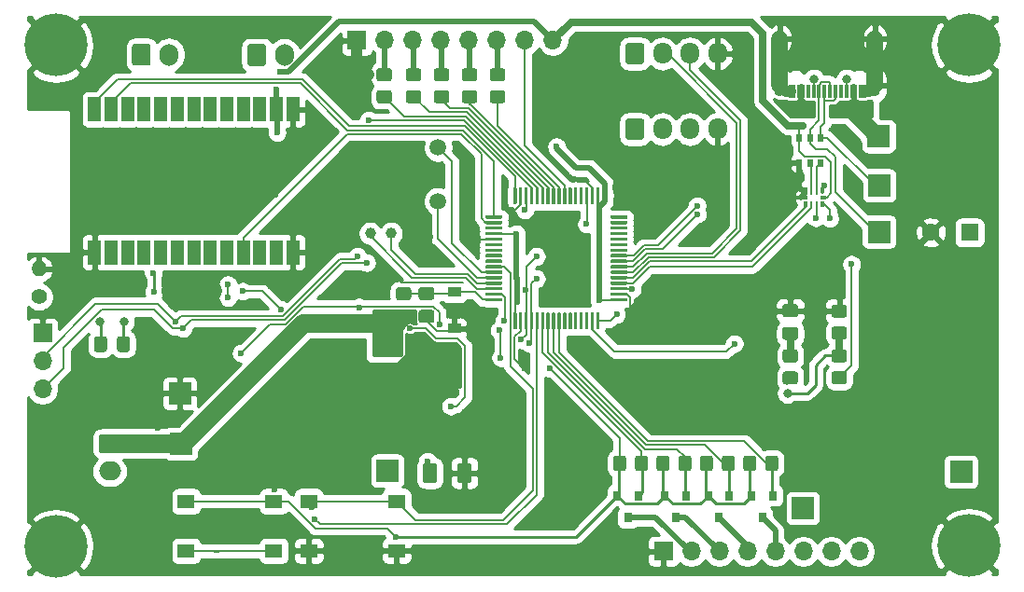
<source format=gbr>
G04 #@! TF.GenerationSoftware,KiCad,Pcbnew,5.1.8*
G04 #@! TF.CreationDate,2020-11-19T15:54:23+08:00*
G04 #@! TF.ProjectId,Main,4d61696e-2e6b-4696-9361-645f70636258,rev?*
G04 #@! TF.SameCoordinates,Original*
G04 #@! TF.FileFunction,Copper,L2,Bot*
G04 #@! TF.FilePolarity,Positive*
%FSLAX46Y46*%
G04 Gerber Fmt 4.6, Leading zero omitted, Abs format (unit mm)*
G04 Created by KiCad (PCBNEW 5.1.8) date 2020-11-19 15:54:23*
%MOMM*%
%LPD*%
G01*
G04 APERTURE LIST*
G04 #@! TA.AperFunction,ComponentPad*
%ADD10O,1.700000X1.700000*%
G04 #@! TD*
G04 #@! TA.AperFunction,ComponentPad*
%ADD11R,1.700000X1.700000*%
G04 #@! TD*
G04 #@! TA.AperFunction,ComponentPad*
%ADD12R,2.000000X2.000000*%
G04 #@! TD*
G04 #@! TA.AperFunction,ComponentPad*
%ADD13O,1.700000X1.950000*%
G04 #@! TD*
G04 #@! TA.AperFunction,ComponentPad*
%ADD14O,1.400000X1.400000*%
G04 #@! TD*
G04 #@! TA.AperFunction,ComponentPad*
%ADD15C,1.400000*%
G04 #@! TD*
G04 #@! TA.AperFunction,ComponentPad*
%ADD16C,1.500000*%
G04 #@! TD*
G04 #@! TA.AperFunction,ComponentPad*
%ADD17C,1.000000*%
G04 #@! TD*
G04 #@! TA.AperFunction,ComponentPad*
%ADD18O,1.700000X2.000000*%
G04 #@! TD*
G04 #@! TA.AperFunction,SMDPad,CuDef*
%ADD19R,1.200000X0.900000*%
G04 #@! TD*
G04 #@! TA.AperFunction,SMDPad,CuDef*
%ADD20R,2.450000X2.450000*%
G04 #@! TD*
G04 #@! TA.AperFunction,ComponentPad*
%ADD21C,0.500000*%
G04 #@! TD*
G04 #@! TA.AperFunction,SMDPad,CuDef*
%ADD22R,0.630000X0.350000*%
G04 #@! TD*
G04 #@! TA.AperFunction,SMDPad,CuDef*
%ADD23R,0.250000X0.575000*%
G04 #@! TD*
G04 #@! TA.AperFunction,SMDPad,CuDef*
%ADD24R,0.300000X0.575000*%
G04 #@! TD*
G04 #@! TA.AperFunction,SMDPad,CuDef*
%ADD25R,0.510000X0.700000*%
G04 #@! TD*
G04 #@! TA.AperFunction,ComponentPad*
%ADD26C,0.600000*%
G04 #@! TD*
G04 #@! TA.AperFunction,SMDPad,CuDef*
%ADD27R,2.600000X1.950000*%
G04 #@! TD*
G04 #@! TA.AperFunction,ComponentPad*
%ADD28R,1.600000X1.600000*%
G04 #@! TD*
G04 #@! TA.AperFunction,ComponentPad*
%ADD29C,1.600000*%
G04 #@! TD*
G04 #@! TA.AperFunction,SMDPad,CuDef*
%ADD30R,1.200000X2.200000*%
G04 #@! TD*
G04 #@! TA.AperFunction,SMDPad,CuDef*
%ADD31R,1.550000X1.300000*%
G04 #@! TD*
G04 #@! TA.AperFunction,SMDPad,CuDef*
%ADD32R,0.800000X0.900000*%
G04 #@! TD*
G04 #@! TA.AperFunction,ComponentPad*
%ADD33O,1.000000X2.100000*%
G04 #@! TD*
G04 #@! TA.AperFunction,ComponentPad*
%ADD34O,1.000000X1.600000*%
G04 #@! TD*
G04 #@! TA.AperFunction,SMDPad,CuDef*
%ADD35R,0.300000X1.150000*%
G04 #@! TD*
G04 #@! TA.AperFunction,ComponentPad*
%ADD36C,5.700000*%
G04 #@! TD*
G04 #@! TA.AperFunction,ComponentPad*
%ADD37O,2.000000X1.700000*%
G04 #@! TD*
G04 #@! TA.AperFunction,ViaPad*
%ADD38C,0.600000*%
G04 #@! TD*
G04 #@! TA.AperFunction,ViaPad*
%ADD39C,0.800000*%
G04 #@! TD*
G04 #@! TA.AperFunction,Conductor*
%ADD40C,0.200000*%
G04 #@! TD*
G04 #@! TA.AperFunction,Conductor*
%ADD41C,1.000000*%
G04 #@! TD*
G04 #@! TA.AperFunction,Conductor*
%ADD42C,0.250000*%
G04 #@! TD*
G04 #@! TA.AperFunction,Conductor*
%ADD43C,2.000000*%
G04 #@! TD*
G04 #@! TA.AperFunction,Conductor*
%ADD44C,2.500000*%
G04 #@! TD*
G04 #@! TA.AperFunction,Conductor*
%ADD45C,0.500000*%
G04 #@! TD*
G04 #@! TA.AperFunction,Conductor*
%ADD46C,1.500000*%
G04 #@! TD*
G04 #@! TA.AperFunction,Conductor*
%ADD47C,0.700000*%
G04 #@! TD*
G04 #@! TA.AperFunction,Conductor*
%ADD48C,1.700000*%
G04 #@! TD*
G04 #@! TA.AperFunction,Conductor*
%ADD49C,0.254000*%
G04 #@! TD*
G04 #@! TA.AperFunction,Conductor*
%ADD50C,0.100000*%
G04 #@! TD*
G04 APERTURE END LIST*
G04 #@! TO.P,U2,64*
G04 #@! TO.N,+3V0*
G04 #@! TA.AperFunction,SMDPad,CuDef*
G36*
G01*
X185457000Y-98640500D02*
X185457000Y-97240500D01*
G75*
G02*
X185532000Y-97165500I75000J0D01*
G01*
X185682000Y-97165500D01*
G75*
G02*
X185757000Y-97240500I0J-75000D01*
G01*
X185757000Y-98640500D01*
G75*
G02*
X185682000Y-98715500I-75000J0D01*
G01*
X185532000Y-98715500D01*
G75*
G02*
X185457000Y-98640500I0J75000D01*
G01*
G37*
G04 #@! TD.AperFunction*
G04 #@! TO.P,U2,63*
G04 #@! TO.N,GND*
G04 #@! TA.AperFunction,SMDPad,CuDef*
G36*
G01*
X185957000Y-98640500D02*
X185957000Y-97240500D01*
G75*
G02*
X186032000Y-97165500I75000J0D01*
G01*
X186182000Y-97165500D01*
G75*
G02*
X186257000Y-97240500I0J-75000D01*
G01*
X186257000Y-98640500D01*
G75*
G02*
X186182000Y-98715500I-75000J0D01*
G01*
X186032000Y-98715500D01*
G75*
G02*
X185957000Y-98640500I0J75000D01*
G01*
G37*
G04 #@! TD.AperFunction*
G04 #@! TO.P,U2,62*
G04 #@! TO.N,BATT_SDA*
G04 #@! TA.AperFunction,SMDPad,CuDef*
G36*
G01*
X186457000Y-98640500D02*
X186457000Y-97240500D01*
G75*
G02*
X186532000Y-97165500I75000J0D01*
G01*
X186682000Y-97165500D01*
G75*
G02*
X186757000Y-97240500I0J-75000D01*
G01*
X186757000Y-98640500D01*
G75*
G02*
X186682000Y-98715500I-75000J0D01*
G01*
X186532000Y-98715500D01*
G75*
G02*
X186457000Y-98640500I0J75000D01*
G01*
G37*
G04 #@! TD.AperFunction*
G04 #@! TO.P,U2,61*
G04 #@! TO.N,BATT_SCL*
G04 #@! TA.AperFunction,SMDPad,CuDef*
G36*
G01*
X186957000Y-98640500D02*
X186957000Y-97240500D01*
G75*
G02*
X187032000Y-97165500I75000J0D01*
G01*
X187182000Y-97165500D01*
G75*
G02*
X187257000Y-97240500I0J-75000D01*
G01*
X187257000Y-98640500D01*
G75*
G02*
X187182000Y-98715500I-75000J0D01*
G01*
X187032000Y-98715500D01*
G75*
G02*
X186957000Y-98640500I0J75000D01*
G01*
G37*
G04 #@! TD.AperFunction*
G04 #@! TO.P,U2,60*
G04 #@! TO.N,Boot*
G04 #@! TA.AperFunction,SMDPad,CuDef*
G36*
G01*
X187457000Y-98640500D02*
X187457000Y-97240500D01*
G75*
G02*
X187532000Y-97165500I75000J0D01*
G01*
X187682000Y-97165500D01*
G75*
G02*
X187757000Y-97240500I0J-75000D01*
G01*
X187757000Y-98640500D01*
G75*
G02*
X187682000Y-98715500I-75000J0D01*
G01*
X187532000Y-98715500D01*
G75*
G02*
X187457000Y-98640500I0J75000D01*
G01*
G37*
G04 #@! TD.AperFunction*
G04 #@! TO.P,U2,59*
G04 #@! TO.N,BL*
G04 #@! TA.AperFunction,SMDPad,CuDef*
G36*
G01*
X187957000Y-98640500D02*
X187957000Y-97240500D01*
G75*
G02*
X188032000Y-97165500I75000J0D01*
G01*
X188182000Y-97165500D01*
G75*
G02*
X188257000Y-97240500I0J-75000D01*
G01*
X188257000Y-98640500D01*
G75*
G02*
X188182000Y-98715500I-75000J0D01*
G01*
X188032000Y-98715500D01*
G75*
G02*
X187957000Y-98640500I0J75000D01*
G01*
G37*
G04 #@! TD.AperFunction*
G04 #@! TO.P,U2,58*
G04 #@! TO.N,LE*
G04 #@! TA.AperFunction,SMDPad,CuDef*
G36*
G01*
X188457000Y-98640500D02*
X188457000Y-97240500D01*
G75*
G02*
X188532000Y-97165500I75000J0D01*
G01*
X188682000Y-97165500D01*
G75*
G02*
X188757000Y-97240500I0J-75000D01*
G01*
X188757000Y-98640500D01*
G75*
G02*
X188682000Y-98715500I-75000J0D01*
G01*
X188532000Y-98715500D01*
G75*
G02*
X188457000Y-98640500I0J75000D01*
G01*
G37*
G04 #@! TD.AperFunction*
G04 #@! TO.P,U2,57*
G04 #@! TO.N,CLK*
G04 #@! TA.AperFunction,SMDPad,CuDef*
G36*
G01*
X188957000Y-98640500D02*
X188957000Y-97240500D01*
G75*
G02*
X189032000Y-97165500I75000J0D01*
G01*
X189182000Y-97165500D01*
G75*
G02*
X189257000Y-97240500I0J-75000D01*
G01*
X189257000Y-98640500D01*
G75*
G02*
X189182000Y-98715500I-75000J0D01*
G01*
X189032000Y-98715500D01*
G75*
G02*
X188957000Y-98640500I0J75000D01*
G01*
G37*
G04 #@! TD.AperFunction*
G04 #@! TO.P,U2,56*
G04 #@! TO.N,DAT*
G04 #@! TA.AperFunction,SMDPad,CuDef*
G36*
G01*
X189457000Y-98640500D02*
X189457000Y-97240500D01*
G75*
G02*
X189532000Y-97165500I75000J0D01*
G01*
X189682000Y-97165500D01*
G75*
G02*
X189757000Y-97240500I0J-75000D01*
G01*
X189757000Y-98640500D01*
G75*
G02*
X189682000Y-98715500I-75000J0D01*
G01*
X189532000Y-98715500D01*
G75*
G02*
X189457000Y-98640500I0J75000D01*
G01*
G37*
G04 #@! TD.AperFunction*
G04 #@! TO.P,U2,55*
G04 #@! TO.N,Net-(U2-Pad55)*
G04 #@! TA.AperFunction,SMDPad,CuDef*
G36*
G01*
X189957000Y-98640500D02*
X189957000Y-97240500D01*
G75*
G02*
X190032000Y-97165500I75000J0D01*
G01*
X190182000Y-97165500D01*
G75*
G02*
X190257000Y-97240500I0J-75000D01*
G01*
X190257000Y-98640500D01*
G75*
G02*
X190182000Y-98715500I-75000J0D01*
G01*
X190032000Y-98715500D01*
G75*
G02*
X189957000Y-98640500I0J75000D01*
G01*
G37*
G04 #@! TD.AperFunction*
G04 #@! TO.P,U2,54*
G04 #@! TO.N,Net-(U2-Pad54)*
G04 #@! TA.AperFunction,SMDPad,CuDef*
G36*
G01*
X190457000Y-98640500D02*
X190457000Y-97240500D01*
G75*
G02*
X190532000Y-97165500I75000J0D01*
G01*
X190682000Y-97165500D01*
G75*
G02*
X190757000Y-97240500I0J-75000D01*
G01*
X190757000Y-98640500D01*
G75*
G02*
X190682000Y-98715500I-75000J0D01*
G01*
X190532000Y-98715500D01*
G75*
G02*
X190457000Y-98640500I0J75000D01*
G01*
G37*
G04 #@! TD.AperFunction*
G04 #@! TO.P,U2,53*
G04 #@! TO.N,Net-(U2-Pad53)*
G04 #@! TA.AperFunction,SMDPad,CuDef*
G36*
G01*
X190957000Y-98640500D02*
X190957000Y-97240500D01*
G75*
G02*
X191032000Y-97165500I75000J0D01*
G01*
X191182000Y-97165500D01*
G75*
G02*
X191257000Y-97240500I0J-75000D01*
G01*
X191257000Y-98640500D01*
G75*
G02*
X191182000Y-98715500I-75000J0D01*
G01*
X191032000Y-98715500D01*
G75*
G02*
X190957000Y-98640500I0J75000D01*
G01*
G37*
G04 #@! TD.AperFunction*
G04 #@! TO.P,U2,52*
G04 #@! TO.N,Net-(U2-Pad52)*
G04 #@! TA.AperFunction,SMDPad,CuDef*
G36*
G01*
X191457000Y-98640500D02*
X191457000Y-97240500D01*
G75*
G02*
X191532000Y-97165500I75000J0D01*
G01*
X191682000Y-97165500D01*
G75*
G02*
X191757000Y-97240500I0J-75000D01*
G01*
X191757000Y-98640500D01*
G75*
G02*
X191682000Y-98715500I-75000J0D01*
G01*
X191532000Y-98715500D01*
G75*
G02*
X191457000Y-98640500I0J75000D01*
G01*
G37*
G04 #@! TD.AperFunction*
G04 #@! TO.P,U2,51*
G04 #@! TO.N,Net-(U2-Pad51)*
G04 #@! TA.AperFunction,SMDPad,CuDef*
G36*
G01*
X191957000Y-98640500D02*
X191957000Y-97240500D01*
G75*
G02*
X192032000Y-97165500I75000J0D01*
G01*
X192182000Y-97165500D01*
G75*
G02*
X192257000Y-97240500I0J-75000D01*
G01*
X192257000Y-98640500D01*
G75*
G02*
X192182000Y-98715500I-75000J0D01*
G01*
X192032000Y-98715500D01*
G75*
G02*
X191957000Y-98640500I0J75000D01*
G01*
G37*
G04 #@! TD.AperFunction*
G04 #@! TO.P,U2,50*
G04 #@! TO.N,HV_ENABLE*
G04 #@! TA.AperFunction,SMDPad,CuDef*
G36*
G01*
X192457000Y-98640500D02*
X192457000Y-97240500D01*
G75*
G02*
X192532000Y-97165500I75000J0D01*
G01*
X192682000Y-97165500D01*
G75*
G02*
X192757000Y-97240500I0J-75000D01*
G01*
X192757000Y-98640500D01*
G75*
G02*
X192682000Y-98715500I-75000J0D01*
G01*
X192532000Y-98715500D01*
G75*
G02*
X192457000Y-98640500I0J75000D01*
G01*
G37*
G04 #@! TD.AperFunction*
G04 #@! TO.P,U2,49*
G04 #@! TO.N,SWDCLK*
G04 #@! TA.AperFunction,SMDPad,CuDef*
G36*
G01*
X192957000Y-98640500D02*
X192957000Y-97240500D01*
G75*
G02*
X193032000Y-97165500I75000J0D01*
G01*
X193182000Y-97165500D01*
G75*
G02*
X193257000Y-97240500I0J-75000D01*
G01*
X193257000Y-98640500D01*
G75*
G02*
X193182000Y-98715500I-75000J0D01*
G01*
X193032000Y-98715500D01*
G75*
G02*
X192957000Y-98640500I0J75000D01*
G01*
G37*
G04 #@! TD.AperFunction*
G04 #@! TO.P,U2,48*
G04 #@! TO.N,+3V0*
G04 #@! TA.AperFunction,SMDPad,CuDef*
G36*
G01*
X194257000Y-96090500D02*
X194257000Y-95940500D01*
G75*
G02*
X194332000Y-95865500I75000J0D01*
G01*
X195732000Y-95865500D01*
G75*
G02*
X195807000Y-95940500I0J-75000D01*
G01*
X195807000Y-96090500D01*
G75*
G02*
X195732000Y-96165500I-75000J0D01*
G01*
X194332000Y-96165500D01*
G75*
G02*
X194257000Y-96090500I0J75000D01*
G01*
G37*
G04 #@! TD.AperFunction*
G04 #@! TO.P,U2,47*
G04 #@! TO.N,GND*
G04 #@! TA.AperFunction,SMDPad,CuDef*
G36*
G01*
X194257000Y-95590500D02*
X194257000Y-95440500D01*
G75*
G02*
X194332000Y-95365500I75000J0D01*
G01*
X195732000Y-95365500D01*
G75*
G02*
X195807000Y-95440500I0J-75000D01*
G01*
X195807000Y-95590500D01*
G75*
G02*
X195732000Y-95665500I-75000J0D01*
G01*
X194332000Y-95665500D01*
G75*
G02*
X194257000Y-95590500I0J75000D01*
G01*
G37*
G04 #@! TD.AperFunction*
G04 #@! TO.P,U2,46*
G04 #@! TO.N,SWDIO*
G04 #@! TA.AperFunction,SMDPad,CuDef*
G36*
G01*
X194257000Y-95090500D02*
X194257000Y-94940500D01*
G75*
G02*
X194332000Y-94865500I75000J0D01*
G01*
X195732000Y-94865500D01*
G75*
G02*
X195807000Y-94940500I0J-75000D01*
G01*
X195807000Y-95090500D01*
G75*
G02*
X195732000Y-95165500I-75000J0D01*
G01*
X194332000Y-95165500D01*
G75*
G02*
X194257000Y-95090500I0J75000D01*
G01*
G37*
G04 #@! TD.AperFunction*
G04 #@! TO.P,U2,45*
G04 #@! TO.N,USB_DP*
G04 #@! TA.AperFunction,SMDPad,CuDef*
G36*
G01*
X194257000Y-94590500D02*
X194257000Y-94440500D01*
G75*
G02*
X194332000Y-94365500I75000J0D01*
G01*
X195732000Y-94365500D01*
G75*
G02*
X195807000Y-94440500I0J-75000D01*
G01*
X195807000Y-94590500D01*
G75*
G02*
X195732000Y-94665500I-75000J0D01*
G01*
X194332000Y-94665500D01*
G75*
G02*
X194257000Y-94590500I0J75000D01*
G01*
G37*
G04 #@! TD.AperFunction*
G04 #@! TO.P,U2,44*
G04 #@! TO.N,USB_DN*
G04 #@! TA.AperFunction,SMDPad,CuDef*
G36*
G01*
X194257000Y-94090500D02*
X194257000Y-93940500D01*
G75*
G02*
X194332000Y-93865500I75000J0D01*
G01*
X195732000Y-93865500D01*
G75*
G02*
X195807000Y-93940500I0J-75000D01*
G01*
X195807000Y-94090500D01*
G75*
G02*
X195732000Y-94165500I-75000J0D01*
G01*
X194332000Y-94165500D01*
G75*
G02*
X194257000Y-94090500I0J75000D01*
G01*
G37*
G04 #@! TD.AperFunction*
G04 #@! TO.P,U2,43*
G04 #@! TO.N,AUX_RX*
G04 #@! TA.AperFunction,SMDPad,CuDef*
G36*
G01*
X194257000Y-93590500D02*
X194257000Y-93440500D01*
G75*
G02*
X194332000Y-93365500I75000J0D01*
G01*
X195732000Y-93365500D01*
G75*
G02*
X195807000Y-93440500I0J-75000D01*
G01*
X195807000Y-93590500D01*
G75*
G02*
X195732000Y-93665500I-75000J0D01*
G01*
X194332000Y-93665500D01*
G75*
G02*
X194257000Y-93590500I0J75000D01*
G01*
G37*
G04 #@! TD.AperFunction*
G04 #@! TO.P,U2,42*
G04 #@! TO.N,AUX_TX*
G04 #@! TA.AperFunction,SMDPad,CuDef*
G36*
G01*
X194257000Y-93090500D02*
X194257000Y-92940500D01*
G75*
G02*
X194332000Y-92865500I75000J0D01*
G01*
X195732000Y-92865500D01*
G75*
G02*
X195807000Y-92940500I0J-75000D01*
G01*
X195807000Y-93090500D01*
G75*
G02*
X195732000Y-93165500I-75000J0D01*
G01*
X194332000Y-93165500D01*
G75*
G02*
X194257000Y-93090500I0J75000D01*
G01*
G37*
G04 #@! TD.AperFunction*
G04 #@! TO.P,U2,41*
G04 #@! TO.N,USB_SEL*
G04 #@! TA.AperFunction,SMDPad,CuDef*
G36*
G01*
X194257000Y-92590500D02*
X194257000Y-92440500D01*
G75*
G02*
X194332000Y-92365500I75000J0D01*
G01*
X195732000Y-92365500D01*
G75*
G02*
X195807000Y-92440500I0J-75000D01*
G01*
X195807000Y-92590500D01*
G75*
G02*
X195732000Y-92665500I-75000J0D01*
G01*
X194332000Y-92665500D01*
G75*
G02*
X194257000Y-92590500I0J75000D01*
G01*
G37*
G04 #@! TD.AperFunction*
G04 #@! TO.P,U2,40*
G04 #@! TO.N,VBUS_DETECT*
G04 #@! TA.AperFunction,SMDPad,CuDef*
G36*
G01*
X194257000Y-92090500D02*
X194257000Y-91940500D01*
G75*
G02*
X194332000Y-91865500I75000J0D01*
G01*
X195732000Y-91865500D01*
G75*
G02*
X195807000Y-91940500I0J-75000D01*
G01*
X195807000Y-92090500D01*
G75*
G02*
X195732000Y-92165500I-75000J0D01*
G01*
X194332000Y-92165500D01*
G75*
G02*
X194257000Y-92090500I0J75000D01*
G01*
G37*
G04 #@! TD.AperFunction*
G04 #@! TO.P,U2,39*
G04 #@! TO.N,Net-(U2-Pad39)*
G04 #@! TA.AperFunction,SMDPad,CuDef*
G36*
G01*
X194257000Y-91590500D02*
X194257000Y-91440500D01*
G75*
G02*
X194332000Y-91365500I75000J0D01*
G01*
X195732000Y-91365500D01*
G75*
G02*
X195807000Y-91440500I0J-75000D01*
G01*
X195807000Y-91590500D01*
G75*
G02*
X195732000Y-91665500I-75000J0D01*
G01*
X194332000Y-91665500D01*
G75*
G02*
X194257000Y-91590500I0J75000D01*
G01*
G37*
G04 #@! TD.AperFunction*
G04 #@! TO.P,U2,38*
G04 #@! TO.N,Net-(U2-Pad38)*
G04 #@! TA.AperFunction,SMDPad,CuDef*
G36*
G01*
X194257000Y-91090500D02*
X194257000Y-90940500D01*
G75*
G02*
X194332000Y-90865500I75000J0D01*
G01*
X195732000Y-90865500D01*
G75*
G02*
X195807000Y-90940500I0J-75000D01*
G01*
X195807000Y-91090500D01*
G75*
G02*
X195732000Y-91165500I-75000J0D01*
G01*
X194332000Y-91165500D01*
G75*
G02*
X194257000Y-91090500I0J75000D01*
G01*
G37*
G04 #@! TD.AperFunction*
G04 #@! TO.P,U2,37*
G04 #@! TO.N,Net-(U2-Pad37)*
G04 #@! TA.AperFunction,SMDPad,CuDef*
G36*
G01*
X194257000Y-90590500D02*
X194257000Y-90440500D01*
G75*
G02*
X194332000Y-90365500I75000J0D01*
G01*
X195732000Y-90365500D01*
G75*
G02*
X195807000Y-90440500I0J-75000D01*
G01*
X195807000Y-90590500D01*
G75*
G02*
X195732000Y-90665500I-75000J0D01*
G01*
X194332000Y-90665500D01*
G75*
G02*
X194257000Y-90590500I0J75000D01*
G01*
G37*
G04 #@! TD.AperFunction*
G04 #@! TO.P,U2,36*
G04 #@! TO.N,Net-(U2-Pad36)*
G04 #@! TA.AperFunction,SMDPad,CuDef*
G36*
G01*
X194257000Y-90090500D02*
X194257000Y-89940500D01*
G75*
G02*
X194332000Y-89865500I75000J0D01*
G01*
X195732000Y-89865500D01*
G75*
G02*
X195807000Y-89940500I0J-75000D01*
G01*
X195807000Y-90090500D01*
G75*
G02*
X195732000Y-90165500I-75000J0D01*
G01*
X194332000Y-90165500D01*
G75*
G02*
X194257000Y-90090500I0J75000D01*
G01*
G37*
G04 #@! TD.AperFunction*
G04 #@! TO.P,U2,35*
G04 #@! TO.N,Net-(U2-Pad35)*
G04 #@! TA.AperFunction,SMDPad,CuDef*
G36*
G01*
X194257000Y-89590500D02*
X194257000Y-89440500D01*
G75*
G02*
X194332000Y-89365500I75000J0D01*
G01*
X195732000Y-89365500D01*
G75*
G02*
X195807000Y-89440500I0J-75000D01*
G01*
X195807000Y-89590500D01*
G75*
G02*
X195732000Y-89665500I-75000J0D01*
G01*
X194332000Y-89665500D01*
G75*
G02*
X194257000Y-89590500I0J75000D01*
G01*
G37*
G04 #@! TD.AperFunction*
G04 #@! TO.P,U2,34*
G04 #@! TO.N,Net-(U2-Pad34)*
G04 #@! TA.AperFunction,SMDPad,CuDef*
G36*
G01*
X194257000Y-89090500D02*
X194257000Y-88940500D01*
G75*
G02*
X194332000Y-88865500I75000J0D01*
G01*
X195732000Y-88865500D01*
G75*
G02*
X195807000Y-88940500I0J-75000D01*
G01*
X195807000Y-89090500D01*
G75*
G02*
X195732000Y-89165500I-75000J0D01*
G01*
X194332000Y-89165500D01*
G75*
G02*
X194257000Y-89090500I0J75000D01*
G01*
G37*
G04 #@! TD.AperFunction*
G04 #@! TO.P,U2,33*
G04 #@! TO.N,Net-(U2-Pad33)*
G04 #@! TA.AperFunction,SMDPad,CuDef*
G36*
G01*
X194257000Y-88590500D02*
X194257000Y-88440500D01*
G75*
G02*
X194332000Y-88365500I75000J0D01*
G01*
X195732000Y-88365500D01*
G75*
G02*
X195807000Y-88440500I0J-75000D01*
G01*
X195807000Y-88590500D01*
G75*
G02*
X195732000Y-88665500I-75000J0D01*
G01*
X194332000Y-88665500D01*
G75*
G02*
X194257000Y-88590500I0J75000D01*
G01*
G37*
G04 #@! TD.AperFunction*
G04 #@! TO.P,U2,32*
G04 #@! TO.N,+3V0*
G04 #@! TA.AperFunction,SMDPad,CuDef*
G36*
G01*
X192957000Y-87290500D02*
X192957000Y-85890500D01*
G75*
G02*
X193032000Y-85815500I75000J0D01*
G01*
X193182000Y-85815500D01*
G75*
G02*
X193257000Y-85890500I0J-75000D01*
G01*
X193257000Y-87290500D01*
G75*
G02*
X193182000Y-87365500I-75000J0D01*
G01*
X193032000Y-87365500D01*
G75*
G02*
X192957000Y-87290500I0J75000D01*
G01*
G37*
G04 #@! TD.AperFunction*
G04 #@! TO.P,U2,31*
G04 #@! TO.N,GND*
G04 #@! TA.AperFunction,SMDPad,CuDef*
G36*
G01*
X192457000Y-87290500D02*
X192457000Y-85890500D01*
G75*
G02*
X192532000Y-85815500I75000J0D01*
G01*
X192682000Y-85815500D01*
G75*
G02*
X192757000Y-85890500I0J-75000D01*
G01*
X192757000Y-87290500D01*
G75*
G02*
X192682000Y-87365500I-75000J0D01*
G01*
X192532000Y-87365500D01*
G75*
G02*
X192457000Y-87290500I0J75000D01*
G01*
G37*
G04 #@! TD.AperFunction*
G04 #@! TO.P,U2,30*
G04 #@! TO.N,Net-(C43-Pad1)*
G04 #@! TA.AperFunction,SMDPad,CuDef*
G36*
G01*
X191957000Y-87290500D02*
X191957000Y-85890500D01*
G75*
G02*
X192032000Y-85815500I75000J0D01*
G01*
X192182000Y-85815500D01*
G75*
G02*
X192257000Y-85890500I0J-75000D01*
G01*
X192257000Y-87290500D01*
G75*
G02*
X192182000Y-87365500I-75000J0D01*
G01*
X192032000Y-87365500D01*
G75*
G02*
X191957000Y-87290500I0J75000D01*
G01*
G37*
G04 #@! TD.AperFunction*
G04 #@! TO.P,U2,29*
G04 #@! TO.N,Net-(U2-Pad29)*
G04 #@! TA.AperFunction,SMDPad,CuDef*
G36*
G01*
X191457000Y-87290500D02*
X191457000Y-85890500D01*
G75*
G02*
X191532000Y-85815500I75000J0D01*
G01*
X191682000Y-85815500D01*
G75*
G02*
X191757000Y-85890500I0J-75000D01*
G01*
X191757000Y-87290500D01*
G75*
G02*
X191682000Y-87365500I-75000J0D01*
G01*
X191532000Y-87365500D01*
G75*
G02*
X191457000Y-87290500I0J75000D01*
G01*
G37*
G04 #@! TD.AperFunction*
G04 #@! TO.P,U2,28*
G04 #@! TO.N,Net-(U2-Pad28)*
G04 #@! TA.AperFunction,SMDPad,CuDef*
G36*
G01*
X190957000Y-87290500D02*
X190957000Y-85890500D01*
G75*
G02*
X191032000Y-85815500I75000J0D01*
G01*
X191182000Y-85815500D01*
G75*
G02*
X191257000Y-85890500I0J-75000D01*
G01*
X191257000Y-87290500D01*
G75*
G02*
X191182000Y-87365500I-75000J0D01*
G01*
X191032000Y-87365500D01*
G75*
G02*
X190957000Y-87290500I0J75000D01*
G01*
G37*
G04 #@! TD.AperFunction*
G04 #@! TO.P,U2,27*
G04 #@! TO.N,Net-(U2-Pad27)*
G04 #@! TA.AperFunction,SMDPad,CuDef*
G36*
G01*
X190457000Y-87290500D02*
X190457000Y-85890500D01*
G75*
G02*
X190532000Y-85815500I75000J0D01*
G01*
X190682000Y-85815500D01*
G75*
G02*
X190757000Y-85890500I0J-75000D01*
G01*
X190757000Y-87290500D01*
G75*
G02*
X190682000Y-87365500I-75000J0D01*
G01*
X190532000Y-87365500D01*
G75*
G02*
X190457000Y-87290500I0J75000D01*
G01*
G37*
G04 #@! TD.AperFunction*
G04 #@! TO.P,U2,26*
G04 #@! TO.N,LDR*
G04 #@! TA.AperFunction,SMDPad,CuDef*
G36*
G01*
X189957000Y-87290500D02*
X189957000Y-85890500D01*
G75*
G02*
X190032000Y-85815500I75000J0D01*
G01*
X190182000Y-85815500D01*
G75*
G02*
X190257000Y-85890500I0J-75000D01*
G01*
X190257000Y-87290500D01*
G75*
G02*
X190182000Y-87365500I-75000J0D01*
G01*
X190032000Y-87365500D01*
G75*
G02*
X189957000Y-87290500I0J75000D01*
G01*
G37*
G04 #@! TD.AperFunction*
G04 #@! TO.P,U2,25*
G04 #@! TO.N,BUTTON5*
G04 #@! TA.AperFunction,SMDPad,CuDef*
G36*
G01*
X189457000Y-87290500D02*
X189457000Y-85890500D01*
G75*
G02*
X189532000Y-85815500I75000J0D01*
G01*
X189682000Y-85815500D01*
G75*
G02*
X189757000Y-85890500I0J-75000D01*
G01*
X189757000Y-87290500D01*
G75*
G02*
X189682000Y-87365500I-75000J0D01*
G01*
X189532000Y-87365500D01*
G75*
G02*
X189457000Y-87290500I0J75000D01*
G01*
G37*
G04 #@! TD.AperFunction*
G04 #@! TO.P,U2,24*
G04 #@! TO.N,BUTTON4*
G04 #@! TA.AperFunction,SMDPad,CuDef*
G36*
G01*
X188957000Y-87290500D02*
X188957000Y-85890500D01*
G75*
G02*
X189032000Y-85815500I75000J0D01*
G01*
X189182000Y-85815500D01*
G75*
G02*
X189257000Y-85890500I0J-75000D01*
G01*
X189257000Y-87290500D01*
G75*
G02*
X189182000Y-87365500I-75000J0D01*
G01*
X189032000Y-87365500D01*
G75*
G02*
X188957000Y-87290500I0J75000D01*
G01*
G37*
G04 #@! TD.AperFunction*
G04 #@! TO.P,U2,23*
G04 #@! TO.N,BUTTON3*
G04 #@! TA.AperFunction,SMDPad,CuDef*
G36*
G01*
X188457000Y-87290500D02*
X188457000Y-85890500D01*
G75*
G02*
X188532000Y-85815500I75000J0D01*
G01*
X188682000Y-85815500D01*
G75*
G02*
X188757000Y-85890500I0J-75000D01*
G01*
X188757000Y-87290500D01*
G75*
G02*
X188682000Y-87365500I-75000J0D01*
G01*
X188532000Y-87365500D01*
G75*
G02*
X188457000Y-87290500I0J75000D01*
G01*
G37*
G04 #@! TD.AperFunction*
G04 #@! TO.P,U2,22*
G04 #@! TO.N,BUTTON2*
G04 #@! TA.AperFunction,SMDPad,CuDef*
G36*
G01*
X187957000Y-87290500D02*
X187957000Y-85890500D01*
G75*
G02*
X188032000Y-85815500I75000J0D01*
G01*
X188182000Y-85815500D01*
G75*
G02*
X188257000Y-85890500I0J-75000D01*
G01*
X188257000Y-87290500D01*
G75*
G02*
X188182000Y-87365500I-75000J0D01*
G01*
X188032000Y-87365500D01*
G75*
G02*
X187957000Y-87290500I0J75000D01*
G01*
G37*
G04 #@! TD.AperFunction*
G04 #@! TO.P,U2,21*
G04 #@! TO.N,BUTTON1*
G04 #@! TA.AperFunction,SMDPad,CuDef*
G36*
G01*
X187457000Y-87290500D02*
X187457000Y-85890500D01*
G75*
G02*
X187532000Y-85815500I75000J0D01*
G01*
X187682000Y-85815500D01*
G75*
G02*
X187757000Y-85890500I0J-75000D01*
G01*
X187757000Y-87290500D01*
G75*
G02*
X187682000Y-87365500I-75000J0D01*
G01*
X187532000Y-87365500D01*
G75*
G02*
X187457000Y-87290500I0J75000D01*
G01*
G37*
G04 #@! TD.AperFunction*
G04 #@! TO.P,U2,20*
G04 #@! TO.N,BUZZER*
G04 #@! TA.AperFunction,SMDPad,CuDef*
G36*
G01*
X186957000Y-87290500D02*
X186957000Y-85890500D01*
G75*
G02*
X187032000Y-85815500I75000J0D01*
G01*
X187182000Y-85815500D01*
G75*
G02*
X187257000Y-85890500I0J-75000D01*
G01*
X187257000Y-87290500D01*
G75*
G02*
X187182000Y-87365500I-75000J0D01*
G01*
X187032000Y-87365500D01*
G75*
G02*
X186957000Y-87290500I0J75000D01*
G01*
G37*
G04 #@! TD.AperFunction*
G04 #@! TO.P,U2,19*
G04 #@! TO.N,+3V0*
G04 #@! TA.AperFunction,SMDPad,CuDef*
G36*
G01*
X186457000Y-87290500D02*
X186457000Y-85890500D01*
G75*
G02*
X186532000Y-85815500I75000J0D01*
G01*
X186682000Y-85815500D01*
G75*
G02*
X186757000Y-85890500I0J-75000D01*
G01*
X186757000Y-87290500D01*
G75*
G02*
X186682000Y-87365500I-75000J0D01*
G01*
X186532000Y-87365500D01*
G75*
G02*
X186457000Y-87290500I0J75000D01*
G01*
G37*
G04 #@! TD.AperFunction*
G04 #@! TO.P,U2,18*
G04 #@! TO.N,GND*
G04 #@! TA.AperFunction,SMDPad,CuDef*
G36*
G01*
X185957000Y-87290500D02*
X185957000Y-85890500D01*
G75*
G02*
X186032000Y-85815500I75000J0D01*
G01*
X186182000Y-85815500D01*
G75*
G02*
X186257000Y-85890500I0J-75000D01*
G01*
X186257000Y-87290500D01*
G75*
G02*
X186182000Y-87365500I-75000J0D01*
G01*
X186032000Y-87365500D01*
G75*
G02*
X185957000Y-87290500I0J75000D01*
G01*
G37*
G04 #@! TD.AperFunction*
G04 #@! TO.P,U2,17*
G04 #@! TO.N,BT_RX*
G04 #@! TA.AperFunction,SMDPad,CuDef*
G36*
G01*
X185457000Y-87290500D02*
X185457000Y-85890500D01*
G75*
G02*
X185532000Y-85815500I75000J0D01*
G01*
X185682000Y-85815500D01*
G75*
G02*
X185757000Y-85890500I0J-75000D01*
G01*
X185757000Y-87290500D01*
G75*
G02*
X185682000Y-87365500I-75000J0D01*
G01*
X185532000Y-87365500D01*
G75*
G02*
X185457000Y-87290500I0J75000D01*
G01*
G37*
G04 #@! TD.AperFunction*
G04 #@! TO.P,U2,16*
G04 #@! TO.N,BT_TX*
G04 #@! TA.AperFunction,SMDPad,CuDef*
G36*
G01*
X182907000Y-88590500D02*
X182907000Y-88440500D01*
G75*
G02*
X182982000Y-88365500I75000J0D01*
G01*
X184382000Y-88365500D01*
G75*
G02*
X184457000Y-88440500I0J-75000D01*
G01*
X184457000Y-88590500D01*
G75*
G02*
X184382000Y-88665500I-75000J0D01*
G01*
X182982000Y-88665500D01*
G75*
G02*
X182907000Y-88590500I0J75000D01*
G01*
G37*
G04 #@! TD.AperFunction*
G04 #@! TO.P,U2,15*
G04 #@! TO.N,BT_CONN*
G04 #@! TA.AperFunction,SMDPad,CuDef*
G36*
G01*
X182907000Y-89090500D02*
X182907000Y-88940500D01*
G75*
G02*
X182982000Y-88865500I75000J0D01*
G01*
X184382000Y-88865500D01*
G75*
G02*
X184457000Y-88940500I0J-75000D01*
G01*
X184457000Y-89090500D01*
G75*
G02*
X184382000Y-89165500I-75000J0D01*
G01*
X182982000Y-89165500D01*
G75*
G02*
X182907000Y-89090500I0J75000D01*
G01*
G37*
G04 #@! TD.AperFunction*
G04 #@! TO.P,U2,14*
G04 #@! TO.N,Net-(U2-Pad14)*
G04 #@! TA.AperFunction,SMDPad,CuDef*
G36*
G01*
X182907000Y-89590500D02*
X182907000Y-89440500D01*
G75*
G02*
X182982000Y-89365500I75000J0D01*
G01*
X184382000Y-89365500D01*
G75*
G02*
X184457000Y-89440500I0J-75000D01*
G01*
X184457000Y-89590500D01*
G75*
G02*
X184382000Y-89665500I-75000J0D01*
G01*
X182982000Y-89665500D01*
G75*
G02*
X182907000Y-89590500I0J75000D01*
G01*
G37*
G04 #@! TD.AperFunction*
G04 #@! TO.P,U2,13*
G04 #@! TO.N,+3V0*
G04 #@! TA.AperFunction,SMDPad,CuDef*
G36*
G01*
X182907000Y-90090500D02*
X182907000Y-89940500D01*
G75*
G02*
X182982000Y-89865500I75000J0D01*
G01*
X184382000Y-89865500D01*
G75*
G02*
X184457000Y-89940500I0J-75000D01*
G01*
X184457000Y-90090500D01*
G75*
G02*
X184382000Y-90165500I-75000J0D01*
G01*
X182982000Y-90165500D01*
G75*
G02*
X182907000Y-90090500I0J75000D01*
G01*
G37*
G04 #@! TD.AperFunction*
G04 #@! TO.P,U2,12*
G04 #@! TO.N,GND*
G04 #@! TA.AperFunction,SMDPad,CuDef*
G36*
G01*
X182907000Y-90590500D02*
X182907000Y-90440500D01*
G75*
G02*
X182982000Y-90365500I75000J0D01*
G01*
X184382000Y-90365500D01*
G75*
G02*
X184457000Y-90440500I0J-75000D01*
G01*
X184457000Y-90590500D01*
G75*
G02*
X184382000Y-90665500I-75000J0D01*
G01*
X182982000Y-90665500D01*
G75*
G02*
X182907000Y-90590500I0J75000D01*
G01*
G37*
G04 #@! TD.AperFunction*
G04 #@! TO.P,U2,11*
G04 #@! TO.N,Net-(U2-Pad11)*
G04 #@! TA.AperFunction,SMDPad,CuDef*
G36*
G01*
X182907000Y-91090500D02*
X182907000Y-90940500D01*
G75*
G02*
X182982000Y-90865500I75000J0D01*
G01*
X184382000Y-90865500D01*
G75*
G02*
X184457000Y-90940500I0J-75000D01*
G01*
X184457000Y-91090500D01*
G75*
G02*
X184382000Y-91165500I-75000J0D01*
G01*
X182982000Y-91165500D01*
G75*
G02*
X182907000Y-91090500I0J75000D01*
G01*
G37*
G04 #@! TD.AperFunction*
G04 #@! TO.P,U2,10*
G04 #@! TO.N,Net-(U2-Pad10)*
G04 #@! TA.AperFunction,SMDPad,CuDef*
G36*
G01*
X182907000Y-91590500D02*
X182907000Y-91440500D01*
G75*
G02*
X182982000Y-91365500I75000J0D01*
G01*
X184382000Y-91365500D01*
G75*
G02*
X184457000Y-91440500I0J-75000D01*
G01*
X184457000Y-91590500D01*
G75*
G02*
X184382000Y-91665500I-75000J0D01*
G01*
X182982000Y-91665500D01*
G75*
G02*
X182907000Y-91590500I0J75000D01*
G01*
G37*
G04 #@! TD.AperFunction*
G04 #@! TO.P,U2,9*
G04 #@! TO.N,Net-(U2-Pad9)*
G04 #@! TA.AperFunction,SMDPad,CuDef*
G36*
G01*
X182907000Y-92090500D02*
X182907000Y-91940500D01*
G75*
G02*
X182982000Y-91865500I75000J0D01*
G01*
X184382000Y-91865500D01*
G75*
G02*
X184457000Y-91940500I0J-75000D01*
G01*
X184457000Y-92090500D01*
G75*
G02*
X184382000Y-92165500I-75000J0D01*
G01*
X182982000Y-92165500D01*
G75*
G02*
X182907000Y-92090500I0J75000D01*
G01*
G37*
G04 #@! TD.AperFunction*
G04 #@! TO.P,U2,8*
G04 #@! TO.N,Net-(U2-Pad8)*
G04 #@! TA.AperFunction,SMDPad,CuDef*
G36*
G01*
X182907000Y-92590500D02*
X182907000Y-92440500D01*
G75*
G02*
X182982000Y-92365500I75000J0D01*
G01*
X184382000Y-92365500D01*
G75*
G02*
X184457000Y-92440500I0J-75000D01*
G01*
X184457000Y-92590500D01*
G75*
G02*
X184382000Y-92665500I-75000J0D01*
G01*
X182982000Y-92665500D01*
G75*
G02*
X182907000Y-92590500I0J75000D01*
G01*
G37*
G04 #@! TD.AperFunction*
G04 #@! TO.P,U2,7*
G04 #@! TO.N,NRST*
G04 #@! TA.AperFunction,SMDPad,CuDef*
G36*
G01*
X182907000Y-93090500D02*
X182907000Y-92940500D01*
G75*
G02*
X182982000Y-92865500I75000J0D01*
G01*
X184382000Y-92865500D01*
G75*
G02*
X184457000Y-92940500I0J-75000D01*
G01*
X184457000Y-93090500D01*
G75*
G02*
X184382000Y-93165500I-75000J0D01*
G01*
X182982000Y-93165500D01*
G75*
G02*
X182907000Y-93090500I0J75000D01*
G01*
G37*
G04 #@! TD.AperFunction*
G04 #@! TO.P,U2,6*
G04 #@! TO.N,Net-(C10-Pad2)*
G04 #@! TA.AperFunction,SMDPad,CuDef*
G36*
G01*
X182907000Y-93590500D02*
X182907000Y-93440500D01*
G75*
G02*
X182982000Y-93365500I75000J0D01*
G01*
X184382000Y-93365500D01*
G75*
G02*
X184457000Y-93440500I0J-75000D01*
G01*
X184457000Y-93590500D01*
G75*
G02*
X184382000Y-93665500I-75000J0D01*
G01*
X182982000Y-93665500D01*
G75*
G02*
X182907000Y-93590500I0J75000D01*
G01*
G37*
G04 #@! TD.AperFunction*
G04 #@! TO.P,U2,5*
G04 #@! TO.N,Net-(C9-Pad2)*
G04 #@! TA.AperFunction,SMDPad,CuDef*
G36*
G01*
X182907000Y-94090500D02*
X182907000Y-93940500D01*
G75*
G02*
X182982000Y-93865500I75000J0D01*
G01*
X184382000Y-93865500D01*
G75*
G02*
X184457000Y-93940500I0J-75000D01*
G01*
X184457000Y-94090500D01*
G75*
G02*
X184382000Y-94165500I-75000J0D01*
G01*
X182982000Y-94165500D01*
G75*
G02*
X182907000Y-94090500I0J75000D01*
G01*
G37*
G04 #@! TD.AperFunction*
G04 #@! TO.P,U2,4*
G04 #@! TO.N,Net-(C12-Pad2)*
G04 #@! TA.AperFunction,SMDPad,CuDef*
G36*
G01*
X182907000Y-94590500D02*
X182907000Y-94440500D01*
G75*
G02*
X182982000Y-94365500I75000J0D01*
G01*
X184382000Y-94365500D01*
G75*
G02*
X184457000Y-94440500I0J-75000D01*
G01*
X184457000Y-94590500D01*
G75*
G02*
X184382000Y-94665500I-75000J0D01*
G01*
X182982000Y-94665500D01*
G75*
G02*
X182907000Y-94590500I0J75000D01*
G01*
G37*
G04 #@! TD.AperFunction*
G04 #@! TO.P,U2,3*
G04 #@! TO.N,Net-(C11-Pad2)*
G04 #@! TA.AperFunction,SMDPad,CuDef*
G36*
G01*
X182907000Y-95090500D02*
X182907000Y-94940500D01*
G75*
G02*
X182982000Y-94865500I75000J0D01*
G01*
X184382000Y-94865500D01*
G75*
G02*
X184457000Y-94940500I0J-75000D01*
G01*
X184457000Y-95090500D01*
G75*
G02*
X184382000Y-95165500I-75000J0D01*
G01*
X182982000Y-95165500D01*
G75*
G02*
X182907000Y-95090500I0J75000D01*
G01*
G37*
G04 #@! TD.AperFunction*
G04 #@! TO.P,U2,2*
G04 #@! TO.N,BATT_INT*
G04 #@! TA.AperFunction,SMDPad,CuDef*
G36*
G01*
X182907000Y-95590500D02*
X182907000Y-95440500D01*
G75*
G02*
X182982000Y-95365500I75000J0D01*
G01*
X184382000Y-95365500D01*
G75*
G02*
X184457000Y-95440500I0J-75000D01*
G01*
X184457000Y-95590500D01*
G75*
G02*
X184382000Y-95665500I-75000J0D01*
G01*
X182982000Y-95665500D01*
G75*
G02*
X182907000Y-95590500I0J75000D01*
G01*
G37*
G04 #@! TD.AperFunction*
G04 #@! TO.P,U2,1*
G04 #@! TO.N,Net-(C13-Pad1)*
G04 #@! TA.AperFunction,SMDPad,CuDef*
G36*
G01*
X182907000Y-96090500D02*
X182907000Y-95940500D01*
G75*
G02*
X182982000Y-95865500I75000J0D01*
G01*
X184382000Y-95865500D01*
G75*
G02*
X184457000Y-95940500I0J-75000D01*
G01*
X184457000Y-96090500D01*
G75*
G02*
X184382000Y-96165500I-75000J0D01*
G01*
X182982000Y-96165500D01*
G75*
G02*
X182907000Y-96090500I0J75000D01*
G01*
G37*
G04 #@! TD.AperFunction*
G04 #@! TD*
D10*
G04 #@! TO.P,J5,3*
G04 #@! TO.N,BATT_SDA*
X142748000Y-104140000D03*
G04 #@! TO.P,J5,2*
G04 #@! TO.N,BATT_SCL*
X142748000Y-101600000D03*
D11*
G04 #@! TO.P,J5,1*
G04 #@! TO.N,GND*
X142748000Y-99060000D03*
G04 #@! TD*
D12*
G04 #@! TO.P,TP8,1*
G04 #@! TO.N,GND*
X155194000Y-104521000D03*
G04 #@! TD*
D13*
G04 #@! TO.P,J2,4*
G04 #@! TO.N,GND*
X203969000Y-73660000D03*
G04 #@! TO.P,J2,3*
G04 #@! TO.N,AUX_RX*
X201469000Y-73660000D03*
G04 #@! TO.P,J2,2*
G04 #@! TO.N,AUX_TX*
X198969000Y-73660000D03*
G04 #@! TO.P,J2,1*
G04 #@! TO.N,+5V*
G04 #@! TA.AperFunction,ComponentPad*
G36*
G01*
X195619000Y-74385000D02*
X195619000Y-72935000D01*
G75*
G02*
X195869000Y-72685000I250000J0D01*
G01*
X197069000Y-72685000D01*
G75*
G02*
X197319000Y-72935000I0J-250000D01*
G01*
X197319000Y-74385000D01*
G75*
G02*
X197069000Y-74635000I-250000J0D01*
G01*
X195869000Y-74635000D01*
G75*
G02*
X195619000Y-74385000I0J250000D01*
G01*
G37*
G04 #@! TD.AperFunction*
G04 #@! TD*
G04 #@! TO.P,J1,4*
G04 #@! TO.N,GND*
X203969000Y-80518000D03*
G04 #@! TO.P,J1,3*
G04 #@! TO.N,SWDIO*
X201469000Y-80518000D03*
G04 #@! TO.P,J1,2*
G04 #@! TO.N,SWDCLK*
X198969000Y-80518000D03*
G04 #@! TO.P,J1,1*
G04 #@! TO.N,+5V*
G04 #@! TA.AperFunction,ComponentPad*
G36*
G01*
X195619000Y-81243000D02*
X195619000Y-79793000D01*
G75*
G02*
X195869000Y-79543000I250000J0D01*
G01*
X197069000Y-79543000D01*
G75*
G02*
X197319000Y-79793000I0J-250000D01*
G01*
X197319000Y-81243000D01*
G75*
G02*
X197069000Y-81493000I-250000J0D01*
G01*
X195869000Y-81493000D01*
G75*
G02*
X195619000Y-81243000I0J250000D01*
G01*
G37*
G04 #@! TD.AperFunction*
G04 #@! TD*
G04 #@! TO.P,R39,2*
G04 #@! TO.N,BL*
G04 #@! TA.AperFunction,SMDPad,CuDef*
G36*
G01*
X196488000Y-111321001D02*
X196488000Y-110420999D01*
G75*
G02*
X196737999Y-110171000I249999J0D01*
G01*
X197438001Y-110171000D01*
G75*
G02*
X197688000Y-110420999I0J-249999D01*
G01*
X197688000Y-111321001D01*
G75*
G02*
X197438001Y-111571000I-249999J0D01*
G01*
X196737999Y-111571000D01*
G75*
G02*
X196488000Y-111321001I0J249999D01*
G01*
G37*
G04 #@! TD.AperFunction*
G04 #@! TO.P,R39,1*
G04 #@! TO.N,+3V0*
G04 #@! TA.AperFunction,SMDPad,CuDef*
G36*
G01*
X194488000Y-111321001D02*
X194488000Y-110420999D01*
G75*
G02*
X194737999Y-110171000I249999J0D01*
G01*
X195438001Y-110171000D01*
G75*
G02*
X195688000Y-110420999I0J-249999D01*
G01*
X195688000Y-111321001D01*
G75*
G02*
X195438001Y-111571000I-249999J0D01*
G01*
X194737999Y-111571000D01*
G75*
G02*
X194488000Y-111321001I0J249999D01*
G01*
G37*
G04 #@! TD.AperFunction*
G04 #@! TD*
G04 #@! TO.P,R38,2*
G04 #@! TO.N,LE*
G04 #@! TA.AperFunction,SMDPad,CuDef*
G36*
G01*
X200425000Y-111321001D02*
X200425000Y-110420999D01*
G75*
G02*
X200674999Y-110171000I249999J0D01*
G01*
X201375001Y-110171000D01*
G75*
G02*
X201625000Y-110420999I0J-249999D01*
G01*
X201625000Y-111321001D01*
G75*
G02*
X201375001Y-111571000I-249999J0D01*
G01*
X200674999Y-111571000D01*
G75*
G02*
X200425000Y-111321001I0J249999D01*
G01*
G37*
G04 #@! TD.AperFunction*
G04 #@! TO.P,R38,1*
G04 #@! TO.N,+3V0*
G04 #@! TA.AperFunction,SMDPad,CuDef*
G36*
G01*
X198425000Y-111321001D02*
X198425000Y-110420999D01*
G75*
G02*
X198674999Y-110171000I249999J0D01*
G01*
X199375001Y-110171000D01*
G75*
G02*
X199625000Y-110420999I0J-249999D01*
G01*
X199625000Y-111321001D01*
G75*
G02*
X199375001Y-111571000I-249999J0D01*
G01*
X198674999Y-111571000D01*
G75*
G02*
X198425000Y-111321001I0J249999D01*
G01*
G37*
G04 #@! TD.AperFunction*
G04 #@! TD*
G04 #@! TO.P,R37,2*
G04 #@! TO.N,CLK*
G04 #@! TA.AperFunction,SMDPad,CuDef*
G36*
G01*
X204362000Y-111321001D02*
X204362000Y-110420999D01*
G75*
G02*
X204611999Y-110171000I249999J0D01*
G01*
X205312001Y-110171000D01*
G75*
G02*
X205562000Y-110420999I0J-249999D01*
G01*
X205562000Y-111321001D01*
G75*
G02*
X205312001Y-111571000I-249999J0D01*
G01*
X204611999Y-111571000D01*
G75*
G02*
X204362000Y-111321001I0J249999D01*
G01*
G37*
G04 #@! TD.AperFunction*
G04 #@! TO.P,R37,1*
G04 #@! TO.N,+3V0*
G04 #@! TA.AperFunction,SMDPad,CuDef*
G36*
G01*
X202362000Y-111321001D02*
X202362000Y-110420999D01*
G75*
G02*
X202611999Y-110171000I249999J0D01*
G01*
X203312001Y-110171000D01*
G75*
G02*
X203562000Y-110420999I0J-249999D01*
G01*
X203562000Y-111321001D01*
G75*
G02*
X203312001Y-111571000I-249999J0D01*
G01*
X202611999Y-111571000D01*
G75*
G02*
X202362000Y-111321001I0J249999D01*
G01*
G37*
G04 #@! TD.AperFunction*
G04 #@! TD*
G04 #@! TO.P,R36,2*
G04 #@! TO.N,DAT*
G04 #@! TA.AperFunction,SMDPad,CuDef*
G36*
G01*
X208299000Y-111321001D02*
X208299000Y-110420999D01*
G75*
G02*
X208548999Y-110171000I249999J0D01*
G01*
X209249001Y-110171000D01*
G75*
G02*
X209499000Y-110420999I0J-249999D01*
G01*
X209499000Y-111321001D01*
G75*
G02*
X209249001Y-111571000I-249999J0D01*
G01*
X208548999Y-111571000D01*
G75*
G02*
X208299000Y-111321001I0J249999D01*
G01*
G37*
G04 #@! TD.AperFunction*
G04 #@! TO.P,R36,1*
G04 #@! TO.N,+3V0*
G04 #@! TA.AperFunction,SMDPad,CuDef*
G36*
G01*
X206299000Y-111321001D02*
X206299000Y-110420999D01*
G75*
G02*
X206548999Y-110171000I249999J0D01*
G01*
X207249001Y-110171000D01*
G75*
G02*
X207499000Y-110420999I0J-249999D01*
G01*
X207499000Y-111321001D01*
G75*
G02*
X207249001Y-111571000I-249999J0D01*
G01*
X206548999Y-111571000D01*
G75*
G02*
X206299000Y-111321001I0J249999D01*
G01*
G37*
G04 #@! TD.AperFunction*
G04 #@! TD*
G04 #@! TO.P,R28,2*
G04 #@! TO.N,Net-(R28-Pad2)*
G04 #@! TA.AperFunction,SMDPad,CuDef*
G36*
G01*
X210115999Y-102517000D02*
X211016001Y-102517000D01*
G75*
G02*
X211266000Y-102766999I0J-249999D01*
G01*
X211266000Y-103467001D01*
G75*
G02*
X211016001Y-103717000I-249999J0D01*
G01*
X210115999Y-103717000D01*
G75*
G02*
X209866000Y-103467001I0J249999D01*
G01*
X209866000Y-102766999D01*
G75*
G02*
X210115999Y-102517000I249999J0D01*
G01*
G37*
G04 #@! TD.AperFunction*
G04 #@! TO.P,R28,1*
G04 #@! TO.N,Net-(C34-Pad1)*
G04 #@! TA.AperFunction,SMDPad,CuDef*
G36*
G01*
X210115999Y-100517000D02*
X211016001Y-100517000D01*
G75*
G02*
X211266000Y-100766999I0J-249999D01*
G01*
X211266000Y-101467001D01*
G75*
G02*
X211016001Y-101717000I-249999J0D01*
G01*
X210115999Y-101717000D01*
G75*
G02*
X209866000Y-101467001I0J249999D01*
G01*
X209866000Y-100766999D01*
G75*
G02*
X210115999Y-100517000I249999J0D01*
G01*
G37*
G04 #@! TD.AperFunction*
G04 #@! TD*
G04 #@! TO.P,R26,2*
G04 #@! TO.N,Net-(R25-Pad1)*
G04 #@! TA.AperFunction,SMDPad,CuDef*
G36*
G01*
X215461001Y-101708000D02*
X214560999Y-101708000D01*
G75*
G02*
X214311000Y-101458001I0J249999D01*
G01*
X214311000Y-100757999D01*
G75*
G02*
X214560999Y-100508000I249999J0D01*
G01*
X215461001Y-100508000D01*
G75*
G02*
X215711000Y-100757999I0J-249999D01*
G01*
X215711000Y-101458001D01*
G75*
G02*
X215461001Y-101708000I-249999J0D01*
G01*
G37*
G04 #@! TD.AperFunction*
G04 #@! TO.P,R26,1*
G04 #@! TO.N,VCC*
G04 #@! TA.AperFunction,SMDPad,CuDef*
G36*
G01*
X215461001Y-103708000D02*
X214560999Y-103708000D01*
G75*
G02*
X214311000Y-103458001I0J249999D01*
G01*
X214311000Y-102757999D01*
G75*
G02*
X214560999Y-102508000I249999J0D01*
G01*
X215461001Y-102508000D01*
G75*
G02*
X215711000Y-102757999I0J-249999D01*
G01*
X215711000Y-103458001D01*
G75*
G02*
X215461001Y-103708000I-249999J0D01*
G01*
G37*
G04 #@! TD.AperFunction*
G04 #@! TD*
G04 #@! TO.P,R25,2*
G04 #@! TO.N,GND*
G04 #@! TA.AperFunction,SMDPad,CuDef*
G36*
G01*
X215461001Y-97644000D02*
X214560999Y-97644000D01*
G75*
G02*
X214311000Y-97394001I0J249999D01*
G01*
X214311000Y-96693999D01*
G75*
G02*
X214560999Y-96444000I249999J0D01*
G01*
X215461001Y-96444000D01*
G75*
G02*
X215711000Y-96693999I0J-249999D01*
G01*
X215711000Y-97394001D01*
G75*
G02*
X215461001Y-97644000I-249999J0D01*
G01*
G37*
G04 #@! TD.AperFunction*
G04 #@! TO.P,R25,1*
G04 #@! TO.N,Net-(R25-Pad1)*
G04 #@! TA.AperFunction,SMDPad,CuDef*
G36*
G01*
X215461001Y-99644000D02*
X214560999Y-99644000D01*
G75*
G02*
X214311000Y-99394001I0J249999D01*
G01*
X214311000Y-98693999D01*
G75*
G02*
X214560999Y-98444000I249999J0D01*
G01*
X215461001Y-98444000D01*
G75*
G02*
X215711000Y-98693999I0J-249999D01*
G01*
X215711000Y-99394001D01*
G75*
G02*
X215461001Y-99644000I-249999J0D01*
G01*
G37*
G04 #@! TD.AperFunction*
G04 #@! TD*
G04 #@! TO.P,R9,2*
G04 #@! TO.N,+BATT*
G04 #@! TA.AperFunction,SMDPad,CuDef*
G36*
G01*
X175038599Y-96869200D02*
X175938601Y-96869200D01*
G75*
G02*
X176188600Y-97119199I0J-249999D01*
G01*
X176188600Y-97819201D01*
G75*
G02*
X175938601Y-98069200I-249999J0D01*
G01*
X175038599Y-98069200D01*
G75*
G02*
X174788600Y-97819201I0J249999D01*
G01*
X174788600Y-97119199D01*
G75*
G02*
X175038599Y-96869200I249999J0D01*
G01*
G37*
G04 #@! TD.AperFunction*
G04 #@! TO.P,R9,1*
G04 #@! TO.N,Net-(C13-Pad1)*
G04 #@! TA.AperFunction,SMDPad,CuDef*
G36*
G01*
X175038599Y-94869200D02*
X175938601Y-94869200D01*
G75*
G02*
X176188600Y-95119199I0J-249999D01*
G01*
X176188600Y-95819201D01*
G75*
G02*
X175938601Y-96069200I-249999J0D01*
G01*
X175038599Y-96069200D01*
G75*
G02*
X174788600Y-95819201I0J249999D01*
G01*
X174788600Y-95119199D01*
G75*
G02*
X175038599Y-94869200I249999J0D01*
G01*
G37*
G04 #@! TD.AperFunction*
G04 #@! TD*
G04 #@! TO.P,R8,2*
G04 #@! TO.N,Net-(J4-Pad2)*
G04 #@! TA.AperFunction,SMDPad,CuDef*
G36*
G01*
X174186001Y-76181000D02*
X173285999Y-76181000D01*
G75*
G02*
X173036000Y-75931001I0J249999D01*
G01*
X173036000Y-75230999D01*
G75*
G02*
X173285999Y-74981000I249999J0D01*
G01*
X174186001Y-74981000D01*
G75*
G02*
X174436000Y-75230999I0J-249999D01*
G01*
X174436000Y-75931001D01*
G75*
G02*
X174186001Y-76181000I-249999J0D01*
G01*
G37*
G04 #@! TD.AperFunction*
G04 #@! TO.P,R8,1*
G04 #@! TO.N,BUTTON1*
G04 #@! TA.AperFunction,SMDPad,CuDef*
G36*
G01*
X174186001Y-78181000D02*
X173285999Y-78181000D01*
G75*
G02*
X173036000Y-77931001I0J249999D01*
G01*
X173036000Y-77230999D01*
G75*
G02*
X173285999Y-76981000I249999J0D01*
G01*
X174186001Y-76981000D01*
G75*
G02*
X174436000Y-77230999I0J-249999D01*
G01*
X174436000Y-77931001D01*
G75*
G02*
X174186001Y-78181000I-249999J0D01*
G01*
G37*
G04 #@! TD.AperFunction*
G04 #@! TD*
G04 #@! TO.P,R7,2*
G04 #@! TO.N,Net-(J4-Pad3)*
G04 #@! TA.AperFunction,SMDPad,CuDef*
G36*
G01*
X176853001Y-76181000D02*
X175952999Y-76181000D01*
G75*
G02*
X175703000Y-75931001I0J249999D01*
G01*
X175703000Y-75230999D01*
G75*
G02*
X175952999Y-74981000I249999J0D01*
G01*
X176853001Y-74981000D01*
G75*
G02*
X177103000Y-75230999I0J-249999D01*
G01*
X177103000Y-75931001D01*
G75*
G02*
X176853001Y-76181000I-249999J0D01*
G01*
G37*
G04 #@! TD.AperFunction*
G04 #@! TO.P,R7,1*
G04 #@! TO.N,BUTTON2*
G04 #@! TA.AperFunction,SMDPad,CuDef*
G36*
G01*
X176853001Y-78181000D02*
X175952999Y-78181000D01*
G75*
G02*
X175703000Y-77931001I0J249999D01*
G01*
X175703000Y-77230999D01*
G75*
G02*
X175952999Y-76981000I249999J0D01*
G01*
X176853001Y-76981000D01*
G75*
G02*
X177103000Y-77230999I0J-249999D01*
G01*
X177103000Y-77931001D01*
G75*
G02*
X176853001Y-78181000I-249999J0D01*
G01*
G37*
G04 #@! TD.AperFunction*
G04 #@! TD*
G04 #@! TO.P,R6,2*
G04 #@! TO.N,Net-(J4-Pad4)*
G04 #@! TA.AperFunction,SMDPad,CuDef*
G36*
G01*
X179393001Y-76181000D02*
X178492999Y-76181000D01*
G75*
G02*
X178243000Y-75931001I0J249999D01*
G01*
X178243000Y-75230999D01*
G75*
G02*
X178492999Y-74981000I249999J0D01*
G01*
X179393001Y-74981000D01*
G75*
G02*
X179643000Y-75230999I0J-249999D01*
G01*
X179643000Y-75931001D01*
G75*
G02*
X179393001Y-76181000I-249999J0D01*
G01*
G37*
G04 #@! TD.AperFunction*
G04 #@! TO.P,R6,1*
G04 #@! TO.N,BUTTON3*
G04 #@! TA.AperFunction,SMDPad,CuDef*
G36*
G01*
X179393001Y-78181000D02*
X178492999Y-78181000D01*
G75*
G02*
X178243000Y-77931001I0J249999D01*
G01*
X178243000Y-77230999D01*
G75*
G02*
X178492999Y-76981000I249999J0D01*
G01*
X179393001Y-76981000D01*
G75*
G02*
X179643000Y-77230999I0J-249999D01*
G01*
X179643000Y-77931001D01*
G75*
G02*
X179393001Y-78181000I-249999J0D01*
G01*
G37*
G04 #@! TD.AperFunction*
G04 #@! TD*
G04 #@! TO.P,R5,2*
G04 #@! TO.N,Net-(J4-Pad5)*
G04 #@! TA.AperFunction,SMDPad,CuDef*
G36*
G01*
X181933001Y-76181000D02*
X181032999Y-76181000D01*
G75*
G02*
X180783000Y-75931001I0J249999D01*
G01*
X180783000Y-75230999D01*
G75*
G02*
X181032999Y-74981000I249999J0D01*
G01*
X181933001Y-74981000D01*
G75*
G02*
X182183000Y-75230999I0J-249999D01*
G01*
X182183000Y-75931001D01*
G75*
G02*
X181933001Y-76181000I-249999J0D01*
G01*
G37*
G04 #@! TD.AperFunction*
G04 #@! TO.P,R5,1*
G04 #@! TO.N,BUTTON4*
G04 #@! TA.AperFunction,SMDPad,CuDef*
G36*
G01*
X181933001Y-78181000D02*
X181032999Y-78181000D01*
G75*
G02*
X180783000Y-77931001I0J249999D01*
G01*
X180783000Y-77230999D01*
G75*
G02*
X181032999Y-76981000I249999J0D01*
G01*
X181933001Y-76981000D01*
G75*
G02*
X182183000Y-77230999I0J-249999D01*
G01*
X182183000Y-77931001D01*
G75*
G02*
X181933001Y-78181000I-249999J0D01*
G01*
G37*
G04 #@! TD.AperFunction*
G04 #@! TD*
G04 #@! TO.P,R4,2*
G04 #@! TO.N,Net-(J4-Pad6)*
G04 #@! TA.AperFunction,SMDPad,CuDef*
G36*
G01*
X184473001Y-76181000D02*
X183572999Y-76181000D01*
G75*
G02*
X183323000Y-75931001I0J249999D01*
G01*
X183323000Y-75230999D01*
G75*
G02*
X183572999Y-74981000I249999J0D01*
G01*
X184473001Y-74981000D01*
G75*
G02*
X184723000Y-75230999I0J-249999D01*
G01*
X184723000Y-75931001D01*
G75*
G02*
X184473001Y-76181000I-249999J0D01*
G01*
G37*
G04 #@! TD.AperFunction*
G04 #@! TO.P,R4,1*
G04 #@! TO.N,BUTTON5*
G04 #@! TA.AperFunction,SMDPad,CuDef*
G36*
G01*
X184473001Y-78181000D02*
X183572999Y-78181000D01*
G75*
G02*
X183323000Y-77931001I0J249999D01*
G01*
X183323000Y-77230999D01*
G75*
G02*
X183572999Y-76981000I249999J0D01*
G01*
X184473001Y-76981000D01*
G75*
G02*
X184723000Y-77230999I0J-249999D01*
G01*
X184723000Y-77931001D01*
G75*
G02*
X184473001Y-78181000I-249999J0D01*
G01*
G37*
G04 #@! TD.AperFunction*
G04 #@! TD*
G04 #@! TO.P,C42,2*
G04 #@! TO.N,Net-(C40-Pad1)*
G04 #@! TA.AperFunction,SMDPad,CuDef*
G36*
G01*
X149497200Y-100525600D02*
X149497200Y-99575600D01*
G75*
G02*
X149747200Y-99325600I250000J0D01*
G01*
X150422200Y-99325600D01*
G75*
G02*
X150672200Y-99575600I0J-250000D01*
G01*
X150672200Y-100525600D01*
G75*
G02*
X150422200Y-100775600I-250000J0D01*
G01*
X149747200Y-100775600D01*
G75*
G02*
X149497200Y-100525600I0J250000D01*
G01*
G37*
G04 #@! TD.AperFunction*
G04 #@! TO.P,C42,1*
G04 #@! TO.N,Net-(C41-Pad1)*
G04 #@! TA.AperFunction,SMDPad,CuDef*
G36*
G01*
X147422200Y-100525600D02*
X147422200Y-99575600D01*
G75*
G02*
X147672200Y-99325600I250000J0D01*
G01*
X148347200Y-99325600D01*
G75*
G02*
X148597200Y-99575600I0J-250000D01*
G01*
X148597200Y-100525600D01*
G75*
G02*
X148347200Y-100775600I-250000J0D01*
G01*
X147672200Y-100775600D01*
G75*
G02*
X147422200Y-100525600I0J250000D01*
G01*
G37*
G04 #@! TD.AperFunction*
G04 #@! TD*
G04 #@! TO.P,C34,2*
G04 #@! TO.N,GND*
G04 #@! TA.AperFunction,SMDPad,CuDef*
G36*
G01*
X211041000Y-97594000D02*
X210091000Y-97594000D01*
G75*
G02*
X209841000Y-97344000I0J250000D01*
G01*
X209841000Y-96669000D01*
G75*
G02*
X210091000Y-96419000I250000J0D01*
G01*
X211041000Y-96419000D01*
G75*
G02*
X211291000Y-96669000I0J-250000D01*
G01*
X211291000Y-97344000D01*
G75*
G02*
X211041000Y-97594000I-250000J0D01*
G01*
G37*
G04 #@! TD.AperFunction*
G04 #@! TO.P,C34,1*
G04 #@! TO.N,Net-(C34-Pad1)*
G04 #@! TA.AperFunction,SMDPad,CuDef*
G36*
G01*
X211041000Y-99669000D02*
X210091000Y-99669000D01*
G75*
G02*
X209841000Y-99419000I0J250000D01*
G01*
X209841000Y-98744000D01*
G75*
G02*
X210091000Y-98494000I250000J0D01*
G01*
X211041000Y-98494000D01*
G75*
G02*
X211291000Y-98744000I0J-250000D01*
G01*
X211291000Y-99419000D01*
G75*
G02*
X211041000Y-99669000I-250000J0D01*
G01*
G37*
G04 #@! TD.AperFunction*
G04 #@! TD*
G04 #@! TO.P,C30,2*
G04 #@! TO.N,GND*
G04 #@! TA.AperFunction,SMDPad,CuDef*
G36*
G01*
X180351000Y-112410003D02*
X180351000Y-111109997D01*
G75*
G02*
X180600997Y-110860000I249997J0D01*
G01*
X181426003Y-110860000D01*
G75*
G02*
X181676000Y-111109997I0J-249997D01*
G01*
X181676000Y-112410003D01*
G75*
G02*
X181426003Y-112660000I-249997J0D01*
G01*
X180600997Y-112660000D01*
G75*
G02*
X180351000Y-112410003I0J249997D01*
G01*
G37*
G04 #@! TD.AperFunction*
G04 #@! TO.P,C30,1*
G04 #@! TO.N,VCC*
G04 #@! TA.AperFunction,SMDPad,CuDef*
G36*
G01*
X177226000Y-112410003D02*
X177226000Y-111109997D01*
G75*
G02*
X177475997Y-110860000I249997J0D01*
G01*
X178301003Y-110860000D01*
G75*
G02*
X178551000Y-111109997I0J-249997D01*
G01*
X178551000Y-112410003D01*
G75*
G02*
X178301003Y-112660000I-249997J0D01*
G01*
X177475997Y-112660000D01*
G75*
G02*
X177226000Y-112410003I0J249997D01*
G01*
G37*
G04 #@! TD.AperFunction*
G04 #@! TD*
G04 #@! TO.P,C13,2*
G04 #@! TO.N,GND*
G04 #@! TA.AperFunction,SMDPad,CuDef*
G36*
G01*
X177096400Y-96944600D02*
X178046400Y-96944600D01*
G75*
G02*
X178296400Y-97194600I0J-250000D01*
G01*
X178296400Y-97869600D01*
G75*
G02*
X178046400Y-98119600I-250000J0D01*
G01*
X177096400Y-98119600D01*
G75*
G02*
X176846400Y-97869600I0J250000D01*
G01*
X176846400Y-97194600D01*
G75*
G02*
X177096400Y-96944600I250000J0D01*
G01*
G37*
G04 #@! TD.AperFunction*
G04 #@! TO.P,C13,1*
G04 #@! TO.N,Net-(C13-Pad1)*
G04 #@! TA.AperFunction,SMDPad,CuDef*
G36*
G01*
X177096400Y-94869600D02*
X178046400Y-94869600D01*
G75*
G02*
X178296400Y-95119600I0J-250000D01*
G01*
X178296400Y-95794600D01*
G75*
G02*
X178046400Y-96044600I-250000J0D01*
G01*
X177096400Y-96044600D01*
G75*
G02*
X176846400Y-95794600I0J250000D01*
G01*
X176846400Y-95119600D01*
G75*
G02*
X177096400Y-94869600I250000J0D01*
G01*
G37*
G04 #@! TD.AperFunction*
G04 #@! TD*
D14*
G04 #@! TO.P,TH1,2*
G04 #@! TO.N,GND*
X142443200Y-93218000D03*
D15*
G04 #@! TO.P,TH1,1*
G04 #@! TO.N,Net-(R12-Pad2)*
X142443200Y-95758000D03*
G04 #@! TD*
D16*
G04 #@! TO.P,Y1,2*
G04 #@! TO.N,Net-(C9-Pad2)*
X178638200Y-87074400D03*
G04 #@! TO.P,Y1,1*
G04 #@! TO.N,Net-(C10-Pad2)*
X178638200Y-82194400D03*
G04 #@! TD*
D17*
G04 #@! TO.P,Y2,2*
G04 #@! TO.N,Net-(C12-Pad2)*
X174366000Y-89992200D03*
G04 #@! TO.P,Y2,1*
G04 #@! TO.N,Net-(C11-Pad2)*
X172466000Y-89992200D03*
G04 #@! TD*
D18*
G04 #@! TO.P,SW3,2*
G04 #@! TO.N,VCC*
X154214200Y-73761600D03*
G04 #@! TO.P,SW3,1*
G04 #@! TO.N,VSYS*
G04 #@! TA.AperFunction,ComponentPad*
G36*
G01*
X150864200Y-74511600D02*
X150864200Y-73011600D01*
G75*
G02*
X151114200Y-72761600I250000J0D01*
G01*
X152314200Y-72761600D01*
G75*
G02*
X152564200Y-73011600I0J-250000D01*
G01*
X152564200Y-74511600D01*
G75*
G02*
X152314200Y-74761600I-250000J0D01*
G01*
X151114200Y-74761600D01*
G75*
G02*
X150864200Y-74511600I0J250000D01*
G01*
G37*
G04 #@! TD.AperFunction*
G04 #@! TD*
D19*
G04 #@! TO.P,D2,2*
G04 #@! TO.N,GND*
X180086000Y-98627200D03*
G04 #@! TO.P,D2,1*
G04 #@! TO.N,Net-(C13-Pad1)*
X180086000Y-95327200D03*
G04 #@! TD*
D20*
G04 #@! TO.P,U7,25*
G04 #@! TO.N,GND*
X178206400Y-101473000D03*
D21*
X177231400Y-100498000D03*
X178206400Y-100498000D03*
X179181400Y-100498000D03*
X177231400Y-101473000D03*
X178206400Y-101473000D03*
X179181400Y-101473000D03*
X177231400Y-102448000D03*
X178206400Y-102448000D03*
X179181400Y-102448000D03*
G04 #@! TD*
D22*
G04 #@! TO.P,U6,5*
G04 #@! TO.N,GND*
X211839600Y-86715600D03*
G04 #@! TO.P,U6,10*
G04 #@! TO.N,+3V0*
X213559600Y-86715600D03*
D23*
G04 #@! TO.P,U6,2*
G04 #@! TO.N,CHARGE_DN*
X212949600Y-87353100D03*
G04 #@! TO.P,U6,3*
G04 #@! TO.N,USB_DP*
X212449600Y-87353100D03*
G04 #@! TO.P,U6,7*
G04 #@! TO.N,Net-(U5-Pad5)*
X212449600Y-86078100D03*
G04 #@! TO.P,U6,8*
G04 #@! TO.N,Net-(U5-Pad4)*
X212949600Y-86078100D03*
D24*
G04 #@! TO.P,U6,9*
G04 #@! TO.N,USB_SEL*
X213449600Y-86078100D03*
G04 #@! TO.P,U6,6*
G04 #@! TO.N,GND*
X211949600Y-86078100D03*
G04 #@! TO.P,U6,4*
G04 #@! TO.N,USB_DN*
X211949600Y-87353100D03*
G04 #@! TO.P,U6,1*
G04 #@! TO.N,CHARGE_DP*
X213449600Y-87353100D03*
G04 #@! TD*
D25*
G04 #@! TO.P,U5,6*
G04 #@! TO.N,GND*
X211394000Y-83608400D03*
G04 #@! TO.P,U5,5*
G04 #@! TO.N,Net-(U5-Pad5)*
X212344000Y-83608400D03*
G04 #@! TO.P,U5,4*
G04 #@! TO.N,Net-(U5-Pad4)*
X213294000Y-83608400D03*
G04 #@! TO.P,U5,3*
G04 #@! TO.N,Net-(P1-PadA6)*
X213294000Y-81288400D03*
G04 #@! TO.P,U5,2*
G04 #@! TO.N,Net-(P1-PadA7)*
X212344000Y-81288400D03*
G04 #@! TO.P,U5,1*
G04 #@! TO.N,+3V0*
X211394000Y-81288400D03*
G04 #@! TD*
D12*
G04 #@! TO.P,TP7,1*
G04 #@! TO.N,VCC*
X174015400Y-111531400D03*
G04 #@! TD*
D26*
G04 #@! TO.P,U4,13*
G04 #@! TO.N,GND*
X157237000Y-94750000D03*
X155437000Y-94750000D03*
X155437000Y-95750000D03*
X157237000Y-95750000D03*
X156337000Y-95750000D03*
X156337000Y-94750000D03*
D27*
X156337000Y-95250000D03*
G04 #@! TD*
D28*
G04 #@! TO.P,C35,1*
G04 #@! TO.N,VCC*
X226822000Y-89916000D03*
D29*
G04 #@! TO.P,C35,2*
G04 #@! TO.N,GND*
X223322000Y-89916000D03*
G04 #@! TD*
D30*
G04 #@! TO.P,U1,26*
G04 #@! TO.N,GND*
X147464000Y-91717000D03*
G04 #@! TO.P,U1,1*
G04 #@! TO.N,BT_RX*
X147464000Y-78717000D03*
G04 #@! TO.P,U1,25*
G04 #@! TO.N,N/C*
X148964000Y-91717000D03*
G04 #@! TO.P,U1,2*
G04 #@! TO.N,BT_TX*
X148964000Y-78717000D03*
G04 #@! TO.P,U1,24*
G04 #@! TO.N,N/C*
X150464000Y-91717000D03*
G04 #@! TO.P,U1,3*
X150464000Y-78717000D03*
G04 #@! TO.P,U1,23*
X151964000Y-91717000D03*
G04 #@! TO.P,U1,4*
X151964000Y-78717000D03*
G04 #@! TO.P,U1,22*
X153464000Y-91717000D03*
G04 #@! TO.P,U1,5*
X153464000Y-78717000D03*
G04 #@! TO.P,U1,21*
X154964000Y-91717000D03*
G04 #@! TO.P,U1,6*
X154964000Y-78717000D03*
G04 #@! TO.P,U1,20*
X156464000Y-91717000D03*
G04 #@! TO.P,U1,7*
X156464000Y-78717000D03*
G04 #@! TO.P,U1,19*
X157964000Y-91717000D03*
G04 #@! TO.P,U1,8*
X157964000Y-78717000D03*
G04 #@! TO.P,U1,18*
X159464000Y-91717000D03*
G04 #@! TO.P,U1,9*
X159464000Y-78717000D03*
G04 #@! TO.P,U1,17*
G04 #@! TO.N,BT_CONN*
X160964000Y-91717000D03*
G04 #@! TO.P,U1,10*
G04 #@! TO.N,N/C*
X160964000Y-78717000D03*
G04 #@! TO.P,U1,16*
X162464000Y-91717000D03*
G04 #@! TO.P,U1,11*
G04 #@! TO.N,Net-(U1-Pad11)*
X162464000Y-78717000D03*
G04 #@! TO.P,U1,15*
G04 #@! TO.N,N/C*
X163964000Y-91717000D03*
G04 #@! TO.P,U1,12*
G04 #@! TO.N,+3V0*
X163964000Y-78717000D03*
G04 #@! TO.P,U1,14*
G04 #@! TO.N,GND*
X165464000Y-91717000D03*
G04 #@! TO.P,U1,13*
X165464000Y-78717000D03*
G04 #@! TD*
D12*
G04 #@! TO.P,TP6,1*
G04 #@! TO.N,+HV*
X226060000Y-111633000D03*
G04 #@! TD*
G04 #@! TO.P,TP5,1*
G04 #@! TO.N,+12V*
X211709000Y-114935000D03*
G04 #@! TD*
G04 #@! TO.P,TP4,1*
G04 #@! TO.N,+BATT*
X155321000Y-109093000D03*
G04 #@! TD*
G04 #@! TO.P,TP3,1*
G04 #@! TO.N,Net-(P1-PadA7)*
X218617800Y-89839800D03*
G04 #@! TD*
G04 #@! TO.P,TP2,1*
G04 #@! TO.N,Net-(P1-PadA6)*
X218643200Y-85623400D03*
G04 #@! TD*
G04 #@! TO.P,TP1,1*
G04 #@! TO.N,+5V*
X218592400Y-81178400D03*
G04 #@! TD*
D31*
G04 #@! TO.P,SW2,2*
G04 #@! TO.N,+3V0*
X163718000Y-114320000D03*
G04 #@! TO.P,SW2,1*
G04 #@! TO.N,Boot*
X163718000Y-118820000D03*
X155758000Y-118820000D03*
G04 #@! TO.P,SW2,2*
G04 #@! TO.N,+3V0*
X155758000Y-114320000D03*
G04 #@! TD*
G04 #@! TO.P,SW1,2*
G04 #@! TO.N,NRST*
X174868000Y-114320000D03*
G04 #@! TO.P,SW1,1*
G04 #@! TO.N,GND*
X174868000Y-118820000D03*
X166908000Y-118820000D03*
G04 #@! TO.P,SW1,2*
G04 #@! TO.N,NRST*
X166908000Y-114320000D03*
G04 #@! TD*
D32*
G04 #@! TO.P,Q7,1*
G04 #@! TO.N,+3V0*
X194884000Y-113808000D03*
G04 #@! TO.P,Q7,2*
G04 #@! TO.N,BL*
X196784000Y-113808000D03*
G04 #@! TO.P,Q7,3*
G04 #@! TO.N,/Level Shifter/OUT4*
X195834000Y-115808000D03*
G04 #@! TD*
G04 #@! TO.P,Q6,1*
G04 #@! TO.N,+3V0*
X199202000Y-113808000D03*
G04 #@! TO.P,Q6,2*
G04 #@! TO.N,LE*
X201102000Y-113808000D03*
G04 #@! TO.P,Q6,3*
G04 #@! TO.N,/Level Shifter/OUT3*
X200152000Y-115808000D03*
G04 #@! TD*
G04 #@! TO.P,Q5,1*
G04 #@! TO.N,+3V0*
X203139000Y-113808000D03*
G04 #@! TO.P,Q5,2*
G04 #@! TO.N,CLK*
X205039000Y-113808000D03*
G04 #@! TO.P,Q5,3*
G04 #@! TO.N,/Level Shifter/OUT2*
X204089000Y-115808000D03*
G04 #@! TD*
G04 #@! TO.P,Q4,1*
G04 #@! TO.N,+3V0*
X207076000Y-113808000D03*
G04 #@! TO.P,Q4,2*
G04 #@! TO.N,DAT*
X208976000Y-113808000D03*
G04 #@! TO.P,Q4,3*
G04 #@! TO.N,/Level Shifter/OUT1*
X208026000Y-115808000D03*
G04 #@! TD*
D33*
G04 #@! TO.P,P1,S1*
G04 #@! TO.N,GND*
X209611500Y-76511000D03*
X218251500Y-76511000D03*
D34*
X209611500Y-72331000D03*
X218251500Y-72331000D03*
D35*
G04 #@! TO.P,P1,B1*
X216981500Y-77076000D03*
G04 #@! TO.P,P1,B4*
G04 #@! TO.N,+5V*
X216181500Y-77076000D03*
G04 #@! TO.P,P1,B5*
G04 #@! TO.N,Net-(P1-PadB5)*
X215681500Y-77076000D03*
G04 #@! TO.P,P1,A8*
G04 #@! TO.N,Net-(P1-PadA8)*
X215181500Y-77076000D03*
G04 #@! TO.P,P1,B6*
G04 #@! TO.N,Net-(P1-PadA6)*
X214681500Y-77076000D03*
G04 #@! TO.P,P1,A7*
G04 #@! TO.N,Net-(P1-PadA7)*
X214181500Y-77076000D03*
G04 #@! TO.P,P1,A6*
G04 #@! TO.N,Net-(P1-PadA6)*
X213681500Y-77076000D03*
G04 #@! TO.P,P1,B7*
G04 #@! TO.N,Net-(P1-PadA7)*
X213181500Y-77076000D03*
G04 #@! TO.P,P1,A5*
G04 #@! TO.N,Net-(P1-PadA5)*
X212681500Y-77076000D03*
G04 #@! TO.P,P1,B8*
G04 #@! TO.N,Net-(P1-PadB8)*
X212181500Y-77076000D03*
G04 #@! TO.P,P1,A4*
G04 #@! TO.N,+5V*
X211381500Y-77076000D03*
G04 #@! TO.P,P1,A1*
G04 #@! TO.N,GND*
X210581500Y-77076000D03*
G04 #@! TO.P,P1,B12*
X210881500Y-77076000D03*
G04 #@! TO.P,P1,B9*
G04 #@! TO.N,+5V*
X211681500Y-77076000D03*
G04 #@! TO.P,P1,A9*
X216481500Y-77076000D03*
G04 #@! TO.P,P1,A12*
G04 #@! TO.N,GND*
X217281500Y-77076000D03*
G04 #@! TD*
D10*
G04 #@! TO.P,J4,8*
G04 #@! TO.N,+3V0*
X189039500Y-72453500D03*
G04 #@! TO.P,J4,7*
G04 #@! TO.N,LDR*
X186499500Y-72453500D03*
G04 #@! TO.P,J4,6*
G04 #@! TO.N,Net-(J4-Pad6)*
X183959500Y-72453500D03*
G04 #@! TO.P,J4,5*
G04 #@! TO.N,Net-(J4-Pad5)*
X181419500Y-72453500D03*
G04 #@! TO.P,J4,4*
G04 #@! TO.N,Net-(J4-Pad4)*
X178879500Y-72453500D03*
G04 #@! TO.P,J4,3*
G04 #@! TO.N,Net-(J4-Pad3)*
X176339500Y-72453500D03*
G04 #@! TO.P,J4,2*
G04 #@! TO.N,Net-(J4-Pad2)*
X173799500Y-72453500D03*
D11*
G04 #@! TO.P,J4,1*
G04 #@! TO.N,GND*
X171259500Y-72453500D03*
G04 #@! TD*
D10*
G04 #@! TO.P,J3,8*
G04 #@! TO.N,+HV*
X216836500Y-118872000D03*
G04 #@! TO.P,J3,7*
G04 #@! TO.N,Net-(J3-Pad7)*
X214296500Y-118872000D03*
G04 #@! TO.P,J3,6*
G04 #@! TO.N,+12V*
X211756500Y-118872000D03*
G04 #@! TO.P,J3,5*
G04 #@! TO.N,/Level Shifter/OUT1*
X209216500Y-118872000D03*
G04 #@! TO.P,J3,4*
G04 #@! TO.N,/Level Shifter/OUT2*
X206676500Y-118872000D03*
G04 #@! TO.P,J3,3*
G04 #@! TO.N,/Level Shifter/OUT3*
X204136500Y-118872000D03*
G04 #@! TO.P,J3,2*
G04 #@! TO.N,/Level Shifter/OUT4*
X201596500Y-118872000D03*
D11*
G04 #@! TO.P,J3,1*
G04 #@! TO.N,GND*
X199056500Y-118872000D03*
G04 #@! TD*
D36*
G04 #@! TO.P,H4,1*
G04 #@! TO.N,GND*
X226758500Y-118364000D03*
G04 #@! TD*
G04 #@! TO.P,H3,1*
G04 #@! TO.N,GND*
X143954500Y-118427500D03*
G04 #@! TD*
G04 #@! TO.P,H2,1*
G04 #@! TO.N,GND*
X226758500Y-72898000D03*
G04 #@! TD*
G04 #@! TO.P,H1,1*
G04 #@! TO.N,GND*
X143954500Y-72898000D03*
G04 #@! TD*
D18*
G04 #@! TO.P,BZ1,2*
G04 #@! TO.N,Net-(BZ1-Pad2)*
X164679000Y-73787000D03*
G04 #@! TO.P,BZ1,1*
G04 #@! TO.N,VCC*
G04 #@! TA.AperFunction,ComponentPad*
G36*
G01*
X161329000Y-74537000D02*
X161329000Y-73037000D01*
G75*
G02*
X161579000Y-72787000I250000J0D01*
G01*
X162779000Y-72787000D01*
G75*
G02*
X163029000Y-73037000I0J-250000D01*
G01*
X163029000Y-74537000D01*
G75*
G02*
X162779000Y-74787000I-250000J0D01*
G01*
X161579000Y-74787000D01*
G75*
G02*
X161329000Y-74537000I0J250000D01*
G01*
G37*
G04 #@! TD.AperFunction*
G04 #@! TD*
D37*
G04 #@! TO.P,BT1,2*
G04 #@! TO.N,Net-(BT1-Pad2)*
X148844000Y-111593000D03*
G04 #@! TO.P,BT1,1*
G04 #@! TO.N,+BATT*
G04 #@! TA.AperFunction,ComponentPad*
G36*
G01*
X148094000Y-108243000D02*
X149594000Y-108243000D01*
G75*
G02*
X149844000Y-108493000I0J-250000D01*
G01*
X149844000Y-109693000D01*
G75*
G02*
X149594000Y-109943000I-250000J0D01*
G01*
X148094000Y-109943000D01*
G75*
G02*
X147844000Y-109693000I0J250000D01*
G01*
X147844000Y-108493000D01*
G75*
G02*
X148094000Y-108243000I250000J0D01*
G01*
G37*
G04 #@! TD.AperFunction*
G04 #@! TD*
D38*
G04 #@! TO.N,GND*
X166908000Y-118820000D03*
X172339000Y-75565000D03*
X208661000Y-102362000D03*
X222250000Y-98056700D03*
D39*
X211074000Y-110109000D03*
D38*
X221348300Y-98044000D03*
X221348300Y-99707700D03*
X222250000Y-99720400D03*
X223139000Y-98920300D03*
X222250000Y-98907600D03*
X221348300Y-98882200D03*
X220599000Y-107950000D03*
X221742000Y-107950000D03*
X221742000Y-109093000D03*
X220599000Y-109093000D03*
X220599000Y-110363000D03*
X221742000Y-110363000D03*
X218122500Y-113792000D03*
X215900000Y-108458000D03*
X222885000Y-107950000D03*
X222884998Y-109093000D03*
X222885000Y-110363004D03*
D39*
X152425400Y-102565200D03*
X152425400Y-103378000D03*
X152425400Y-104190800D03*
X151561800Y-102565200D03*
X151561800Y-103378000D03*
X151561800Y-104190800D03*
X151561800Y-105003600D03*
D38*
X176479200Y-119126000D03*
X179734300Y-108479500D03*
X177190400Y-97764600D03*
X181356000Y-96647000D03*
X205511400Y-102565200D03*
X205282800Y-103213000D03*
X213169500Y-98933000D03*
X210820000Y-93472000D03*
X215265000Y-93472000D03*
X209423000Y-95377000D03*
X213931500Y-95377000D03*
X203644500Y-97599500D03*
X221157800Y-77597000D03*
X220370400Y-75057000D03*
X223088200Y-77495400D03*
X163855400Y-86487000D03*
X162433000Y-84963000D03*
X156210000Y-82169000D03*
X159131000Y-82169000D03*
X175260000Y-81978500D03*
X177495200Y-84048600D03*
X177114200Y-86156800D03*
X175818800Y-90233500D03*
X171323000Y-84963000D03*
X158394400Y-102616000D03*
X156591000Y-99949000D03*
X153111200Y-99593400D03*
X153162000Y-107645200D03*
X153111200Y-116814600D03*
X150825200Y-114833400D03*
X152171400Y-112141000D03*
X149758400Y-117500400D03*
X152273000Y-119481600D03*
X147370800Y-107264200D03*
X142773400Y-107264200D03*
X144373600Y-113055400D03*
X142544800Y-109956600D03*
X163804600Y-113219998D03*
X170713400Y-109524800D03*
X191363600Y-111658400D03*
X191135000Y-114757200D03*
X190068200Y-118922800D03*
X148082000Y-87884000D03*
X147701000Y-82169000D03*
X151765000Y-87884000D03*
X159435800Y-116281200D03*
X159766000Y-113030000D03*
X182321200Y-111810800D03*
X183032400Y-112547400D03*
X184023000Y-111175800D03*
X193548000Y-80264000D03*
X193167000Y-77152500D03*
X193103500Y-72771000D03*
X158750000Y-99466400D03*
X221996000Y-83947000D03*
X220599000Y-86614000D03*
X194665600Y-85852000D03*
X207137000Y-80645000D03*
X194056000Y-83693000D03*
X173545500Y-86233000D03*
X155956000Y-87884000D03*
X162179000Y-87884000D03*
X164846000Y-89027000D03*
X164312600Y-94297500D03*
X151257000Y-82169000D03*
X153416000Y-84836000D03*
X158242000Y-89535000D03*
X153162000Y-89662000D03*
X148590000Y-89662000D03*
X159131000Y-84963000D03*
X149606000Y-84963000D03*
X175006000Y-107188000D03*
X165481000Y-80327500D03*
X186436000Y-102235000D03*
X189357000Y-96075500D03*
X191515975Y-85154885D03*
X185801000Y-105029000D03*
X188569600Y-105029000D03*
X185293000Y-87820500D03*
X181229000Y-84518500D03*
X195453000Y-101727000D03*
X192976500Y-100330000D03*
X190817500Y-100647500D03*
X200850500Y-107950000D03*
X205041500Y-106489500D03*
X170751500Y-82105500D03*
X204673200Y-86106000D03*
X207276700Y-82943700D03*
X199834500Y-83375500D03*
X199898000Y-87503000D03*
X198043800Y-86182200D03*
X197167500Y-89281000D03*
X191579500Y-92011500D03*
X189674500Y-88646000D03*
X189928500Y-93218000D03*
X174815500Y-103695500D03*
X181546500Y-90233500D03*
X207479900Y-94119700D03*
X208661000Y-100266500D03*
X187515500Y-76327000D03*
X177927000Y-90297000D03*
X187388500Y-80200500D03*
X194754500Y-99250500D03*
X195897500Y-97218500D03*
X169227500Y-87630000D03*
X169164000Y-89789000D03*
X169227500Y-84137500D03*
X164465000Y-108331000D03*
X165036500Y-103441500D03*
X161671000Y-110553500D03*
X166243000Y-110871000D03*
X171005500Y-112141000D03*
X223151700Y-99720400D03*
X223139000Y-98044000D03*
X210083400Y-87439500D03*
X210451700Y-83426300D03*
X194513200Y-104368600D03*
X198704200Y-107899200D03*
X190246000Y-105029000D03*
X192684400Y-102489000D03*
X217144600Y-99745800D03*
X217170000Y-97002600D03*
X217373200Y-93675200D03*
X160997900Y-106959400D03*
X183197500Y-102857300D03*
X182994300Y-98526600D03*
X177076100Y-92748100D03*
X179374800Y-92722700D03*
X170141900Y-100520500D03*
X168135300Y-92798900D03*
X169443400Y-94907100D03*
X174015400Y-93268800D03*
D39*
X152425400Y-105003600D03*
D38*
X198589900Y-76441300D03*
G04 #@! TO.N,+3V0*
X174777400Y-117525800D03*
X211794000Y-80205400D03*
X210380400Y-80205400D03*
X193230500Y-96075500D03*
X164020500Y-80835500D03*
X164274500Y-75299989D03*
X163957000Y-76962000D03*
X185801000Y-96202514D03*
X186499500Y-87884000D03*
X185756990Y-94107000D03*
X185737500Y-92075000D03*
X185737492Y-90043000D03*
X188777591Y-102242909D03*
X193738500Y-86550500D03*
X189369904Y-82105704D03*
G04 #@! TO.N,NRST*
X167134816Y-114865010D03*
G04 #@! TO.N,Boot*
X155758000Y-118820000D03*
X163718000Y-118820000D03*
X167405278Y-115914462D03*
G04 #@! TO.N,BUTTON5*
X184023000Y-77581000D03*
G04 #@! TO.N,BUTTON4*
X181483000Y-77581000D03*
G04 #@! TO.N,BUTTON3*
X178943000Y-77581000D03*
G04 #@! TO.N,BUTTON2*
X176403000Y-77581000D03*
G04 #@! TO.N,BUTTON1*
X173736000Y-77581000D03*
G04 #@! TO.N,+5V*
X210820000Y-78460600D03*
X212191600Y-78460600D03*
X211505800Y-78460600D03*
X211505800Y-79146400D03*
X212191600Y-79146400D03*
X210820000Y-79146400D03*
X215061800Y-78460600D03*
X215747600Y-78460600D03*
X216433400Y-78460600D03*
X217119200Y-78460600D03*
X217830400Y-78460600D03*
X214376000Y-79146400D03*
X215061800Y-79146400D03*
X215747600Y-79146400D03*
X216433400Y-79146400D03*
X217119200Y-79146400D03*
X217830400Y-79146400D03*
G04 #@! TO.N,Net-(C28-Pad1)*
X176072800Y-98602800D03*
X179768500Y-105676700D03*
G04 #@! TO.N,+BATT*
X175031400Y-99872800D03*
X174117000Y-99872800D03*
X174129700Y-99148900D03*
X175018700Y-99161600D03*
X160887500Y-95250000D03*
X164338000Y-96901000D03*
X175006000Y-100584000D03*
X174117000Y-100584000D03*
X173228000Y-99885500D03*
X173228000Y-99148900D03*
X173228000Y-100584000D03*
X164612700Y-99991800D03*
X175018700Y-98412300D03*
X174129700Y-98412300D03*
X173240700Y-98412300D03*
G04 #@! TO.N,VCC*
X177647600Y-110667800D03*
X216128600Y-92786200D03*
G04 #@! TO.N,SWDIO*
X196226372Y-95065500D03*
G04 #@! TO.N,SWDCLK*
X194818000Y-97345500D03*
D39*
G04 #@! TO.N,Net-(P1-PadA5)*
X212699600Y-75971400D03*
G04 #@! TO.N,Net-(P1-PadB5)*
X215696800Y-75971400D03*
D38*
G04 #@! TO.N,BUZZER*
X172339000Y-79714000D03*
G04 #@! TO.N,HV_ENABLE*
X205491950Y-100006550D03*
G04 #@! TO.N,BATT_SCL*
X154813000Y-98002000D03*
X187550300Y-94107000D03*
X186880500Y-99949000D03*
X171310300Y-92074998D03*
G04 #@! TO.N,BATT_SDA*
X155516840Y-98610160D03*
X187550300Y-92075000D03*
X186118500Y-99653000D03*
X186557000Y-95142500D03*
X172148500Y-92659200D03*
G04 #@! TO.N,BATT_GPOUT*
X178739800Y-98272600D03*
X160756600Y-100863400D03*
X171450000Y-96694500D03*
D39*
G04 #@! TO.N,Net-(R28-Pad2)*
X210305012Y-103353540D03*
D38*
G04 #@! TO.N,Net-(C18-Pad1)*
X159575175Y-95825000D03*
X159562800Y-94640400D03*
G04 #@! TO.N,VSYS*
X184302400Y-101282500D03*
X184162700Y-98806000D03*
G04 #@! TO.N,USB_SEL*
X213676917Y-85614415D03*
X202153456Y-88249082D03*
G04 #@! TO.N,BATT_INT*
X184619900Y-97929700D03*
D39*
G04 #@! TO.N,Net-(R25-Pad1)*
X210319993Y-104513007D03*
D38*
G04 #@! TO.N,CHARGE_DN*
X212877400Y-88572999D03*
G04 #@! TO.N,CHARGE_DP*
X214147400Y-88646000D03*
D39*
G04 #@! TO.N,Net-(C41-Pad1)*
X147955000Y-98009200D03*
G04 #@! TO.N,Net-(C40-Pad1)*
X150164800Y-98009200D03*
D38*
G04 #@! TO.N,VBUS_DETECT*
X202120837Y-87473007D03*
G04 #@! TO.N,Net-(C25-Pad1)*
X152845074Y-95283971D03*
X152806400Y-93624400D03*
G04 #@! TO.N,Net-(C43-Pad1)*
X192087500Y-89154000D03*
G04 #@! TD*
D40*
G04 #@! TO.N,GND*
X166908000Y-118820000D02*
X174868000Y-118820000D01*
D41*
X171259500Y-74485500D02*
X172339000Y-75565000D01*
X171259500Y-72453500D02*
X171259500Y-74485500D01*
D40*
X221107002Y-98044000D02*
X221107000Y-98044002D01*
D42*
X224663000Y-98044000D02*
X224663000Y-98171000D01*
X222885000Y-109092998D02*
X222884998Y-109093000D01*
X152425400Y-104190800D02*
X152273000Y-104038400D01*
D43*
X156337000Y-95250000D02*
X158013400Y-95250000D01*
D42*
X176173200Y-118820000D02*
X176479200Y-119126000D01*
X174868000Y-118820000D02*
X176173200Y-118820000D01*
D40*
X179890599Y-98822601D02*
X180086000Y-98627200D01*
X178475799Y-98822601D02*
X179890599Y-98822601D01*
X177571400Y-97918202D02*
X178475799Y-98822601D01*
X177571400Y-97532100D02*
X177571400Y-97918202D01*
D43*
X156337000Y-95250000D02*
X154533600Y-95250000D01*
D42*
X177422900Y-97532100D02*
X177190400Y-97764600D01*
X177571400Y-97532100D02*
X177422900Y-97532100D01*
X165464000Y-91717000D02*
X165464000Y-91778600D01*
X177114200Y-86156800D02*
X177038000Y-86233000D01*
X147464000Y-91717000D02*
X147220800Y-91717000D01*
X191135000Y-111887000D02*
X191135000Y-114757200D01*
X191363600Y-111658400D02*
X191135000Y-111887000D01*
D44*
X178206400Y-101473000D02*
X178181000Y-101473000D01*
D42*
X182321200Y-111836200D02*
X183032400Y-112547400D01*
X182321200Y-111810800D02*
X182321200Y-111836200D01*
D41*
X154533600Y-95250000D02*
X154533600Y-94386400D01*
X154533600Y-94386400D02*
X154838400Y-94081600D01*
X154838400Y-94081600D02*
X157911800Y-94081600D01*
D45*
X211394000Y-83608400D02*
X209973400Y-83608400D01*
D41*
X154533600Y-95250000D02*
X154533600Y-96282398D01*
X154533600Y-96282398D02*
X154695002Y-96443800D01*
X154695002Y-96443800D02*
X157835600Y-96443800D01*
D42*
X165464000Y-80310500D02*
X165481000Y-80327500D01*
X165464000Y-78717000D02*
X165464000Y-80310500D01*
D40*
X185568499Y-101367499D02*
X186436000Y-102235000D01*
X185568499Y-99388999D02*
X185568499Y-101367499D01*
X186107000Y-98850498D02*
X185568499Y-99388999D01*
X186107000Y-97940500D02*
X186107000Y-98850498D01*
X191517360Y-85153500D02*
X191515975Y-85154885D01*
X192607000Y-85855864D02*
X191904636Y-85153500D01*
X191904636Y-85153500D02*
X191517360Y-85153500D01*
X192607000Y-86590500D02*
X192607000Y-85855864D01*
X186107000Y-87325136D02*
X185611636Y-87820500D01*
X185611636Y-87820500D02*
X185293000Y-87820500D01*
X186107000Y-86590500D02*
X186107000Y-87325136D01*
X181828500Y-90515500D02*
X181546500Y-90233500D01*
X183682000Y-90515500D02*
X181828500Y-90515500D01*
D42*
X166319200Y-110947200D02*
X166243000Y-110871000D01*
D45*
X211394000Y-83608400D02*
X211394000Y-85810000D01*
D40*
X211949600Y-86365600D02*
X211874600Y-86365600D01*
X211613800Y-86029800D02*
X211949600Y-86365600D01*
D45*
X211394000Y-85810000D02*
X211613800Y-86029800D01*
X211874600Y-86365600D02*
X211524600Y-86715600D01*
D41*
X217686500Y-77076000D02*
X218251500Y-76511000D01*
X217281500Y-77076000D02*
X217686500Y-77076000D01*
X210176500Y-77076000D02*
X209611500Y-76511000D01*
X210581500Y-77076000D02*
X210176500Y-77076000D01*
D46*
X209611500Y-76511000D02*
X209611500Y-72331000D01*
X218251500Y-76511000D02*
X218251500Y-72331000D01*
D40*
X196057010Y-97058990D02*
X195897500Y-97218500D01*
X196057010Y-95805874D02*
X196057010Y-97058990D01*
X195766636Y-95515500D02*
X196057010Y-95805874D01*
X195032000Y-95515500D02*
X195766636Y-95515500D01*
X175285400Y-94424500D02*
X175044100Y-94183200D01*
X180911500Y-94424500D02*
X175285400Y-94424500D01*
D42*
X175044100Y-94183200D02*
X173088402Y-94183200D01*
X175234600Y-94183200D02*
X175044100Y-94183200D01*
D46*
X174815500Y-102913900D02*
X177231400Y-100498000D01*
X174815500Y-103695500D02*
X174815500Y-102913900D01*
X177933900Y-103695500D02*
X179181400Y-102448000D01*
X174815500Y-103695500D02*
X177933900Y-103695500D01*
X174815500Y-103695500D02*
X179743100Y-103695500D01*
X175983900Y-103695500D02*
X178206400Y-101473000D01*
X174815500Y-103695500D02*
X175983900Y-103695500D01*
D42*
G04 #@! TO.N,+3V0*
X206874000Y-113606000D02*
X207076000Y-113808000D01*
X206874000Y-110871000D02*
X206874000Y-113606000D01*
X202937000Y-113606000D02*
X203139000Y-113808000D01*
X202937000Y-110871000D02*
X202937000Y-113606000D01*
X199000000Y-113606000D02*
X199202000Y-113808000D01*
X199000000Y-110871000D02*
X199000000Y-113606000D01*
X195063000Y-113629000D02*
X194884000Y-113808000D01*
X195063000Y-110871000D02*
X195063000Y-113629000D01*
X203864001Y-114533001D02*
X203139000Y-113808000D01*
X206350999Y-114533001D02*
X203864001Y-114533001D01*
X207076000Y-113808000D02*
X206350999Y-114533001D01*
X199927001Y-114533001D02*
X199202000Y-113808000D01*
X202413999Y-114533001D02*
X199927001Y-114533001D01*
X203139000Y-113808000D02*
X202413999Y-114533001D01*
X195609001Y-114533001D02*
X194884000Y-113808000D01*
X198476999Y-114533001D02*
X195609001Y-114533001D01*
X199202000Y-113808000D02*
X198476999Y-114533001D01*
D47*
X164084000Y-78837000D02*
X163964000Y-78717000D01*
D40*
X155758000Y-114320000D02*
X163718000Y-114320000D01*
X165032998Y-114320000D02*
X167476798Y-116763800D01*
X163718000Y-114320000D02*
X165032998Y-114320000D01*
X167476798Y-116763800D02*
X174015400Y-116763800D01*
X174015400Y-116763800D02*
X174777400Y-117525800D01*
D42*
X191166200Y-117525800D02*
X194884000Y-113808000D01*
X174777400Y-117525800D02*
X191166200Y-117525800D01*
D40*
X211394000Y-81288400D02*
X211394000Y-81838400D01*
X211394000Y-80605400D02*
X211794000Y-80205400D01*
X211394000Y-81288400D02*
X211394000Y-80605400D01*
X214274400Y-86315800D02*
X213874600Y-86715600D01*
X213749001Y-83008399D02*
X214274400Y-83533798D01*
X214274400Y-83533798D02*
X214274400Y-86315800D01*
X211913399Y-83008399D02*
X213749001Y-83008399D01*
X211394000Y-82489000D02*
X211913399Y-83008399D01*
X211394000Y-81838400D02*
X211394000Y-82489000D01*
X194972000Y-96075500D02*
X195032000Y-96015500D01*
X193230500Y-96075500D02*
X194972000Y-96075500D01*
D45*
X164020500Y-78773500D02*
X163964000Y-78717000D01*
X164020500Y-80835500D02*
X164020500Y-78773500D01*
X169644781Y-70739000D02*
X187325000Y-70739000D01*
X164274500Y-75299989D02*
X165083792Y-75299989D01*
X165083792Y-75299989D02*
X169644781Y-70739000D01*
X187325000Y-70739000D02*
X189039500Y-72453500D01*
X163964000Y-78717000D02*
X163964000Y-76969000D01*
X163964000Y-76969000D02*
X163957000Y-76962000D01*
D47*
X208089500Y-77914500D02*
X210380400Y-80205400D01*
X207010000Y-70802500D02*
X208089500Y-71882000D01*
X190690500Y-70802500D02*
X207010000Y-70802500D01*
X208089500Y-71882000D02*
X208089500Y-77914500D01*
X189039500Y-72453500D02*
X190690500Y-70802500D01*
X210380400Y-80205400D02*
X211743990Y-80205400D01*
D40*
X185607000Y-96396514D02*
X185801000Y-96202514D01*
X185607000Y-97940500D02*
X185607000Y-96396514D01*
X186607000Y-87776500D02*
X186499500Y-87884000D01*
X186607000Y-86590500D02*
X186607000Y-87776500D01*
X185756990Y-96158504D02*
X185801000Y-96202514D01*
X185756990Y-94107000D02*
X185737500Y-94087510D01*
X183682000Y-90015500D02*
X183709500Y-90043000D01*
X183709500Y-90043000D02*
X185737492Y-90043000D01*
X185737500Y-90043008D02*
X185737492Y-90043000D01*
X195088000Y-108553318D02*
X188777591Y-102242909D01*
X195088000Y-110871000D02*
X195088000Y-108553318D01*
D45*
X185737492Y-92074992D02*
X185737500Y-92075000D01*
X185737492Y-90043000D02*
X185737492Y-92074992D01*
X185737500Y-92075000D02*
X185737500Y-94087510D01*
X185756990Y-94107000D02*
X185756990Y-96158504D01*
X193230500Y-96075500D02*
X193230500Y-87566500D01*
D40*
X193107000Y-87443000D02*
X193230500Y-87566500D01*
X193107000Y-86590500D02*
X193107000Y-87443000D01*
D45*
X193738500Y-87058500D02*
X193738500Y-86550500D01*
X193230500Y-87566500D02*
X193738500Y-87058500D01*
X189369904Y-82296204D02*
X189369904Y-82105704D01*
X191122300Y-84048600D02*
X189369904Y-82296204D01*
X192316100Y-84048600D02*
X191122300Y-84048600D01*
X193738500Y-85471000D02*
X192316100Y-84048600D01*
X193738500Y-86550500D02*
X193738500Y-85471000D01*
D40*
G04 #@! TO.N,NRST*
X167679826Y-114320000D02*
X167134816Y-114865010D01*
X174868000Y-114320000D02*
X167679826Y-114320000D01*
X176562500Y-116014500D02*
X174868000Y-114320000D01*
X184543700Y-116014500D02*
X176562500Y-116014500D01*
X187228989Y-113329211D02*
X184543700Y-116014500D01*
X187228989Y-104107489D02*
X187228989Y-113329211D01*
X185206990Y-93639990D02*
X185206990Y-102085490D01*
X184582500Y-93015500D02*
X185206990Y-93639990D01*
X185206990Y-102085490D02*
X187228989Y-104107489D01*
X183682000Y-93015500D02*
X184582500Y-93015500D01*
G04 #@! TO.N,Boot*
X187621884Y-98188484D02*
X187612316Y-98188484D01*
D42*
X158675000Y-118820000D02*
X158240800Y-118820000D01*
D40*
X155758000Y-118820000D02*
X158675000Y-118820000D01*
X158675000Y-118820000D02*
X163718000Y-118820000D01*
X187579000Y-97968500D02*
X187607000Y-97940500D01*
X187579000Y-113715800D02*
X187579000Y-97968500D01*
X184886600Y-116408200D02*
X187579000Y-113715800D01*
X167899016Y-116408200D02*
X184886600Y-116408200D01*
X167405278Y-115914462D02*
X167899016Y-116408200D01*
G04 #@! TO.N,BUTTON5*
X184023000Y-80200500D02*
X184023000Y-77581000D01*
X189607000Y-85784500D02*
X184023000Y-80200500D01*
X189607000Y-86590500D02*
X189607000Y-85784500D01*
G04 #@! TO.N,BUTTON4*
X189107000Y-85855864D02*
X189107000Y-86590500D01*
X181545116Y-78293980D02*
X189107000Y-85855864D01*
X181483000Y-78293980D02*
X181545116Y-78293980D01*
X181483000Y-77581000D02*
X181483000Y-78293980D01*
G04 #@! TO.N,BUTTON3*
X188595000Y-86578500D02*
X188607000Y-86590500D01*
X188595000Y-85840548D02*
X188595000Y-86578500D01*
X181398442Y-78643990D02*
X188595000Y-85840548D01*
X179735990Y-78643990D02*
X181398442Y-78643990D01*
X178943000Y-77851000D02*
X179735990Y-78643990D01*
X178943000Y-77581000D02*
X178943000Y-77851000D01*
G04 #@! TO.N,BUTTON2*
X177816000Y-78994000D02*
X176403000Y-77581000D01*
X181253464Y-78994000D02*
X177816000Y-78994000D01*
X188087000Y-85827536D02*
X181253464Y-78994000D01*
X188087000Y-86567000D02*
X188087000Y-85827536D01*
X188063500Y-86590500D02*
X188087000Y-86567000D01*
X188107000Y-86590500D02*
X188063500Y-86590500D01*
G04 #@! TO.N,BUTTON1*
X187607000Y-85842524D02*
X181128466Y-79363990D01*
X187607000Y-86590500D02*
X187607000Y-85842524D01*
X175518990Y-79363990D02*
X173736000Y-77581000D01*
X181128466Y-79363990D02*
X175518990Y-79363990D01*
G04 #@! TO.N,Net-(C9-Pad2)*
X182153500Y-94015500D02*
X183682000Y-94015500D01*
X178638200Y-90500200D02*
X182153500Y-94015500D01*
X178638200Y-87074400D02*
X178638200Y-90500200D01*
G04 #@! TO.N,Net-(C10-Pad2)*
X179882800Y-83439000D02*
X178638200Y-82194400D01*
X179882800Y-90855800D02*
X179882800Y-83439000D01*
X182542500Y-93515500D02*
X179882800Y-90855800D01*
X183682000Y-93515500D02*
X182542500Y-93515500D01*
G04 #@! TO.N,Net-(C11-Pad2)*
X181160535Y-94012511D02*
X182163524Y-95015500D01*
X172212000Y-89992200D02*
X176232311Y-94012511D01*
X176232311Y-94012511D02*
X181160535Y-94012511D01*
X182163524Y-95015500D02*
X183682000Y-95015500D01*
G04 #@! TO.N,Net-(C12-Pad2)*
X181305514Y-93662500D02*
X182158514Y-94515500D01*
X174366000Y-91460400D02*
X176568100Y-93662500D01*
X174366000Y-89992200D02*
X174366000Y-91460400D01*
X176568100Y-93662500D02*
X181305514Y-93662500D01*
X182158514Y-94515500D02*
X183682000Y-94515500D01*
G04 #@! TO.N,Net-(C13-Pad1)*
X175630600Y-95327200D02*
X175488600Y-95469200D01*
X177559300Y-95469200D02*
X177571400Y-95457100D01*
X175488600Y-95469200D02*
X177559300Y-95469200D01*
X179956100Y-95457100D02*
X180086000Y-95327200D01*
X177571400Y-95457100D02*
X179956100Y-95457100D01*
X182668536Y-96015500D02*
X183682000Y-96015500D01*
X181980236Y-95327200D02*
X182668536Y-96015500D01*
X180086000Y-95327200D02*
X181980236Y-95327200D01*
D42*
G04 #@! TO.N,+5V*
X211518800Y-77076000D02*
X211381500Y-77076000D01*
X211681500Y-77076000D02*
X211518800Y-77076000D01*
X211381500Y-77076000D02*
X211381500Y-77244104D01*
X211381500Y-77244104D02*
X211531196Y-77393800D01*
D40*
X216481500Y-77076000D02*
X216181500Y-77076000D01*
D46*
X218186000Y-81153000D02*
X218186000Y-80937100D01*
X218186000Y-80937100D02*
X216319100Y-79070200D01*
D40*
G04 #@! TO.N,Net-(C28-Pad1)*
X181089300Y-104876600D02*
X180289200Y-105676700D01*
X180289200Y-105676700D02*
X179768500Y-105676700D01*
X181089300Y-100215700D02*
X181089300Y-104876600D01*
X180365400Y-99491800D02*
X181089300Y-100215700D01*
X178409600Y-99491800D02*
X180365400Y-99491800D01*
X177480010Y-98562210D02*
X178409600Y-99491800D01*
X176113390Y-98562210D02*
X177480010Y-98562210D01*
X176072800Y-98602800D02*
X176113390Y-98562210D01*
G04 #@! TO.N,+BATT*
X162687000Y-95250000D02*
X164338000Y-96901000D01*
X160887500Y-95250000D02*
X162687000Y-95250000D01*
D48*
X155511500Y-109093000D02*
X164612700Y-99991800D01*
X148844000Y-109093000D02*
X155321000Y-109093000D01*
X164612700Y-99991800D02*
X166433500Y-98171000D01*
X166433500Y-98171000D02*
X172821600Y-98171000D01*
D40*
G04 #@! TO.N,VCC*
X177647600Y-111519100D02*
X177888500Y-111760000D01*
X177647600Y-110667800D02*
X177647600Y-111519100D01*
X215011000Y-103108000D02*
X216128600Y-101990400D01*
X216128600Y-101990400D02*
X216128600Y-92786200D01*
G04 #@! TO.N,SWDIO*
X196176372Y-95015500D02*
X196226372Y-95065500D01*
X195032000Y-95015500D02*
X196176372Y-95015500D01*
G04 #@! TO.N,SWDCLK*
X193107000Y-97940500D02*
X194223000Y-97940500D01*
X194223000Y-97940500D02*
X194818000Y-97345500D01*
G04 #@! TO.N,AUX_RX*
X206057500Y-79756000D02*
X201469000Y-75167500D01*
X206057500Y-89725500D02*
X206057500Y-79756000D01*
X203644500Y-92138500D02*
X206057500Y-89725500D01*
X197701522Y-92138500D02*
X203644500Y-92138500D01*
X196324522Y-93515500D02*
X197701522Y-92138500D01*
X201469000Y-75167500D02*
X201469000Y-73660000D01*
X195032000Y-93515500D02*
X196324522Y-93515500D01*
G04 #@! TO.N,AUX_TX*
X199390000Y-73660000D02*
X198969000Y-73660000D01*
X205707490Y-79977490D02*
X199390000Y-73660000D01*
X205707490Y-89580522D02*
X205707490Y-79977490D01*
X203499522Y-91788490D02*
X205707490Y-89580522D01*
X197556544Y-91788490D02*
X203499522Y-91788490D01*
X196329534Y-93015500D02*
X197556544Y-91788490D01*
X195032000Y-93015500D02*
X196329534Y-93015500D01*
D45*
G04 #@! TO.N,/Level Shifter/OUT1*
X209216500Y-116998500D02*
X208026000Y-115808000D01*
X209216500Y-118872000D02*
X209216500Y-116998500D01*
G04 #@! TO.N,/Level Shifter/OUT2*
X206676500Y-118395500D02*
X204089000Y-115808000D01*
X206676500Y-118872000D02*
X206676500Y-118395500D01*
G04 #@! TO.N,/Level Shifter/OUT3*
X201072500Y-115808000D02*
X200152000Y-115808000D01*
X204136500Y-118872000D02*
X201072500Y-115808000D01*
G04 #@! TO.N,/Level Shifter/OUT4*
X198358000Y-115808000D02*
X195834000Y-115808000D01*
X201422000Y-118872000D02*
X198358000Y-115808000D01*
X201596500Y-118872000D02*
X201422000Y-118872000D01*
D40*
G04 #@! TO.N,LDR*
X186499500Y-82042000D02*
X186499500Y-72453500D01*
X190107000Y-85649500D02*
X186499500Y-82042000D01*
X190107000Y-86590500D02*
X190107000Y-85649500D01*
D45*
G04 #@! TO.N,Net-(J4-Pad6)*
X184023000Y-72517000D02*
X183959500Y-72453500D01*
X184023000Y-75556000D02*
X184023000Y-72517000D01*
G04 #@! TO.N,Net-(J4-Pad5)*
X181483000Y-72517000D02*
X181419500Y-72453500D01*
X181483000Y-75556000D02*
X181483000Y-72517000D01*
G04 #@! TO.N,Net-(J4-Pad4)*
X178943000Y-72517000D02*
X178879500Y-72453500D01*
X178943000Y-75556000D02*
X178943000Y-72517000D01*
G04 #@! TO.N,Net-(J4-Pad3)*
X176403000Y-72517000D02*
X176339500Y-72453500D01*
X176403000Y-75556000D02*
X176403000Y-72517000D01*
G04 #@! TO.N,Net-(J4-Pad2)*
X173736000Y-72517000D02*
X173799500Y-72453500D01*
X173736000Y-75556000D02*
X173736000Y-72517000D01*
D40*
G04 #@! TO.N,Net-(P1-PadA5)*
X212699600Y-77057900D02*
X212699600Y-75971400D01*
X212681500Y-77076000D02*
X212699600Y-77057900D01*
G04 #@! TO.N,Net-(P1-PadA7)*
X212344000Y-81288400D02*
X212344000Y-81457800D01*
X213181500Y-77901100D02*
X213181500Y-77076000D01*
X213181500Y-79705900D02*
X213181500Y-77901100D01*
X212344000Y-80543400D02*
X213181500Y-79705900D01*
X212344000Y-81288400D02*
X212344000Y-80543400D01*
X213181500Y-76553103D02*
X213181500Y-77076000D01*
X213281499Y-76300999D02*
X213281499Y-76453104D01*
X213331499Y-76250999D02*
X213281499Y-76300999D01*
X214172999Y-76250999D02*
X213331499Y-76250999D01*
X214181500Y-77076000D02*
X214181500Y-76259500D01*
X213281499Y-76453104D02*
X213181500Y-76553103D01*
X214181500Y-76259500D02*
X214172999Y-76250999D01*
X212852400Y-82346800D02*
X212344000Y-81838400D01*
X213944200Y-82346800D02*
X212852400Y-82346800D01*
X214655400Y-83058000D02*
X213944200Y-82346800D01*
X214655400Y-86258400D02*
X214655400Y-83058000D01*
X212344000Y-81838400D02*
X212344000Y-81288400D01*
X218211400Y-89814400D02*
X214655400Y-86258400D01*
G04 #@! TO.N,Net-(P1-PadA6)*
X214681500Y-77751002D02*
X214681500Y-77076000D01*
X214531501Y-77901001D02*
X214681500Y-77751002D01*
X213681500Y-77851000D02*
X213731501Y-77901001D01*
X213681500Y-77076000D02*
X213681500Y-77851000D01*
X214046599Y-77901001D02*
X214531501Y-77901001D01*
X213731501Y-77901001D02*
X214046599Y-77901001D01*
X213681500Y-78248700D02*
X213681500Y-77851000D01*
X213681500Y-79942500D02*
X213681500Y-78248700D01*
X213294000Y-80330000D02*
X213681500Y-79942500D01*
X213294000Y-81288400D02*
X213294000Y-80330000D01*
X213927200Y-81288400D02*
X218236800Y-85598000D01*
X213294000Y-81288400D02*
X213927200Y-81288400D01*
G04 #@! TO.N,Net-(P1-PadB5)*
X215681500Y-75986700D02*
X215696800Y-75971400D01*
X215681500Y-77076000D02*
X215681500Y-75986700D01*
G04 #@! TO.N,BUZZER*
X180983488Y-79714000D02*
X172339000Y-79714000D01*
X187134500Y-86677500D02*
X187134500Y-85865012D01*
X187107000Y-86650000D02*
X187134500Y-86677500D01*
X187134500Y-85865012D02*
X180983488Y-79714000D01*
X187107000Y-86590500D02*
X187107000Y-86650000D01*
G04 #@! TO.N,HV_ENABLE*
X192607000Y-98675136D02*
X194642864Y-100711000D01*
X192607000Y-97940500D02*
X192607000Y-98675136D01*
X194642864Y-100711000D02*
X204787500Y-100711000D01*
X204787500Y-100711000D02*
X205491950Y-100006550D01*
D42*
G04 #@! TO.N,DAT*
X208924000Y-113756000D02*
X208976000Y-113808000D01*
X208924000Y-110871000D02*
X208924000Y-113756000D01*
D40*
X208406124Y-110871000D02*
X206405114Y-108869990D01*
X208899000Y-110871000D02*
X208406124Y-110871000D01*
X206405114Y-108869990D02*
X197667454Y-108869990D01*
X189607000Y-100809536D02*
X189607000Y-97940500D01*
X197667454Y-108869990D02*
X189607000Y-100809536D01*
D42*
G04 #@! TO.N,CLK*
X204987000Y-113756000D02*
X205039000Y-113808000D01*
X204987000Y-110871000D02*
X204987000Y-113756000D01*
D40*
X189107000Y-100804524D02*
X189107000Y-98675136D01*
X197522476Y-109220000D02*
X189107000Y-100804524D01*
X204469124Y-110871000D02*
X202818124Y-109220000D01*
X204962000Y-110871000D02*
X204469124Y-110871000D01*
X189107000Y-98675136D02*
X189107000Y-97940500D01*
X202818124Y-109220000D02*
X197522476Y-109220000D01*
D42*
G04 #@! TO.N,LE*
X201050000Y-113756000D02*
X201102000Y-113808000D01*
X201050000Y-110871000D02*
X201050000Y-113756000D01*
D40*
X201025000Y-110871000D02*
X201025000Y-110292176D01*
X197377496Y-109570010D02*
X188607000Y-100799512D01*
X201025000Y-110283500D02*
X200311511Y-109570011D01*
X201025000Y-110871000D02*
X201025000Y-110283500D01*
X188607000Y-100799512D02*
X188607000Y-97940500D01*
X200311511Y-109570011D02*
X197377496Y-109570010D01*
D42*
G04 #@! TO.N,BL*
X197113000Y-113479000D02*
X196784000Y-113808000D01*
X197113000Y-110871000D02*
X197113000Y-113479000D01*
D40*
X197088000Y-109775500D02*
X197088000Y-110871000D01*
X188107000Y-100794500D02*
X197088000Y-109775500D01*
X188107000Y-97940500D02*
X188107000Y-100794500D01*
G04 #@! TO.N,BATT_SCL*
X154940000Y-98044000D02*
X154898000Y-98002000D01*
X187107000Y-94550300D02*
X187550300Y-94107000D01*
X187107000Y-97940500D02*
X187107000Y-94550300D01*
X187107000Y-97940500D02*
X187107000Y-99722500D01*
X187107000Y-99722500D02*
X186880500Y-99949000D01*
X153204000Y-96393000D02*
X154813000Y-98002000D01*
X147565002Y-96393000D02*
X153204000Y-96393000D01*
X142748000Y-101210002D02*
X147565002Y-96393000D01*
X142748000Y-101600000D02*
X142748000Y-101210002D01*
X171310300Y-92075620D02*
X171310300Y-92074998D01*
X154813000Y-98002000D02*
X155288590Y-97526410D01*
X155288590Y-97526410D02*
X164532461Y-97526409D01*
X164532461Y-97526409D02*
X169749681Y-92309189D01*
X169749681Y-92309189D02*
X171076731Y-92309189D01*
X171076731Y-92309189D02*
X171310300Y-92075620D01*
G04 #@! TO.N,BATT_SDA*
X186607000Y-93018300D02*
X187550300Y-92075000D01*
X186607000Y-97940500D02*
X186607000Y-93018300D01*
X186607000Y-99164500D02*
X186607000Y-97940500D01*
X186118500Y-99653000D02*
X186607000Y-99164500D01*
X155516840Y-98610160D02*
X154553660Y-98610160D01*
X154553660Y-98610160D02*
X152844500Y-96901000D01*
X148101198Y-96901000D02*
X144653000Y-100349198D01*
X152844500Y-96901000D02*
X148101198Y-96901000D01*
X144653000Y-102235000D02*
X142748000Y-104140000D01*
X144653000Y-100349198D02*
X144653000Y-102235000D01*
X169894660Y-92659200D02*
X172148500Y-92659200D01*
X156250580Y-97876420D02*
X164677440Y-97876420D01*
X155516840Y-98610160D02*
X156250580Y-97876420D01*
X164677440Y-97876420D02*
X169894660Y-92659200D01*
G04 #@! TO.N,BATT_GPOUT*
X164814350Y-98234500D02*
X163385500Y-98234500D01*
X166429660Y-96619190D02*
X164814350Y-98234500D01*
X178178114Y-96619190D02*
X166429660Y-96619190D01*
X178739800Y-98272600D02*
X178739800Y-97180876D01*
X178739800Y-97180876D02*
X178178114Y-96619190D01*
X163385500Y-98234500D02*
X160756600Y-100863400D01*
G04 #@! TO.N,USB_DN*
X211949600Y-87630700D02*
X211949600Y-87140601D01*
X207060100Y-92520200D02*
X211949600Y-87630700D01*
X197814810Y-92520200D02*
X207060100Y-92520200D01*
X196319510Y-94015500D02*
X197814810Y-92520200D01*
X195032000Y-94015500D02*
X196319510Y-94015500D01*
G04 #@! TO.N,USB_DP*
X212449600Y-87714900D02*
X212449600Y-87065600D01*
X207144300Y-93020200D02*
X212449600Y-87714900D01*
X197809800Y-93020200D02*
X207144300Y-93020200D01*
X196314500Y-94515500D02*
X197809800Y-93020200D01*
X195032000Y-94515500D02*
X196314500Y-94515500D01*
D42*
G04 #@! TO.N,Net-(R28-Pad2)*
X210516552Y-103142000D02*
X210305012Y-103353540D01*
D40*
G04 #@! TO.N,BT_CONN*
X170368979Y-80964021D02*
X160964000Y-90369000D01*
X180722521Y-80964021D02*
X170368979Y-80964021D01*
X182562500Y-82804000D02*
X180722521Y-80964021D01*
X182562500Y-88630636D02*
X182562500Y-82804000D01*
X182947364Y-89015500D02*
X182562500Y-88630636D01*
X160964000Y-90369000D02*
X160964000Y-91717000D01*
X183682000Y-89015500D02*
X182947364Y-89015500D01*
G04 #@! TO.N,BT_TX*
X166161523Y-76359511D02*
X150716489Y-76359511D01*
X183682000Y-88515500D02*
X183682000Y-83428510D01*
X150716489Y-76359511D02*
X148964000Y-78112000D01*
X170416022Y-80614010D02*
X166161523Y-76359511D01*
X180867501Y-80614011D02*
X170416022Y-80614010D01*
X183682000Y-83428510D02*
X180867501Y-80614011D01*
X148964000Y-78112000D02*
X148964000Y-78717000D01*
G04 #@! TO.N,BT_RX*
X166306502Y-76009500D02*
X149521498Y-76009500D01*
X181038500Y-80264000D02*
X170561002Y-80264000D01*
X185607000Y-86590500D02*
X185607000Y-84832500D01*
X170561002Y-80264000D02*
X166306502Y-76009500D01*
X185607000Y-84832500D02*
X181038500Y-80264000D01*
X149521498Y-76009500D02*
X147464000Y-78066998D01*
X147464000Y-78066998D02*
X147464000Y-78717000D01*
G04 #@! TO.N,Net-(C18-Pad1)*
X159588200Y-95811975D02*
X159575175Y-95825000D01*
X159562800Y-95812625D02*
X159575175Y-95825000D01*
X159562800Y-94640400D02*
X159562800Y-95812625D01*
D47*
G04 #@! TO.N,Net-(C34-Pad1)*
X210566000Y-99069000D02*
X210566000Y-101092000D01*
D40*
G04 #@! TO.N,VSYS*
X184302400Y-101282500D02*
X184213500Y-101282500D01*
X184302400Y-98945700D02*
X184162700Y-98806000D01*
X184302400Y-101282500D02*
X184302400Y-98945700D01*
G04 #@! TO.N,USB_SEL*
X213449600Y-86290599D02*
X213449600Y-85841732D01*
X213449600Y-85841732D02*
X213676917Y-85614415D01*
X197411566Y-91438480D02*
X199000228Y-91438480D01*
X199000228Y-91438480D02*
X202153456Y-88285252D01*
X202153456Y-88285252D02*
X202153456Y-88249082D01*
X196334546Y-92515500D02*
X197411566Y-91438480D01*
X195032000Y-92515500D02*
X196334546Y-92515500D01*
G04 #@! TO.N,BATT_INT*
X184707010Y-95805874D02*
X184707010Y-95807010D01*
X184515490Y-95615490D02*
X184516626Y-95615490D01*
X184404000Y-95504000D02*
X184515490Y-95615490D01*
X184023000Y-95504000D02*
X184404000Y-95504000D01*
X184707010Y-95805874D02*
X184516626Y-95615490D01*
X184707010Y-96343990D02*
X184707010Y-95870510D01*
X184707010Y-95805874D02*
X184707010Y-95870510D01*
X184707010Y-96343990D02*
X184707010Y-97842590D01*
X184707010Y-97842590D02*
X184619900Y-97929700D01*
D47*
G04 #@! TO.N,Net-(R25-Pad1)*
X215011000Y-99069000D02*
X215011000Y-101083000D01*
D42*
X212113513Y-104513007D02*
X212852000Y-103774520D01*
X210319993Y-104513007D02*
X212113513Y-104513007D01*
X212852000Y-103774520D02*
X212852000Y-101981000D01*
X213750000Y-101083000D02*
X215011000Y-101083000D01*
X212852000Y-101981000D02*
X213750000Y-101083000D01*
D40*
G04 #@! TO.N,Net-(U5-Pad5)*
X212449600Y-83714000D02*
X212344000Y-83608400D01*
X212449600Y-86365600D02*
X212449600Y-83714000D01*
G04 #@! TO.N,Net-(U5-Pad4)*
X212949600Y-83952800D02*
X213294000Y-83608400D01*
X212949600Y-86365600D02*
X212949600Y-83952800D01*
G04 #@! TO.N,CHARGE_DN*
X212949600Y-87065600D02*
X212949600Y-88500799D01*
X212949600Y-88500799D02*
X212877400Y-88572999D01*
G04 #@! TO.N,CHARGE_DP*
X213449600Y-87140601D02*
X214147400Y-87838401D01*
X214147400Y-87838401D02*
X214147400Y-88646000D01*
D42*
G04 #@! TO.N,Net-(C41-Pad1)*
X148009700Y-98063900D02*
X147955000Y-98009200D01*
X148009700Y-100050600D02*
X148009700Y-98063900D01*
G04 #@! TO.N,Net-(C40-Pad1)*
X150084700Y-98089300D02*
X150164800Y-98009200D01*
X150084700Y-100050600D02*
X150084700Y-98089300D01*
D40*
G04 #@! TO.N,VBUS_DETECT*
X197270658Y-91084400D02*
X198540306Y-91084400D01*
X198540306Y-91084400D02*
X202120837Y-87503869D01*
X202120837Y-87503869D02*
X202120837Y-87473007D01*
X195032000Y-92015500D02*
X196339558Y-92015500D01*
X196339558Y-92015500D02*
X197270658Y-91084400D01*
D42*
G04 #@! TO.N,Net-(C25-Pad1)*
X152845074Y-93663074D02*
X152806400Y-93624400D01*
X152845074Y-95283971D02*
X152845074Y-93663074D01*
D40*
G04 #@! TO.N,Net-(C43-Pad1)*
X192107000Y-89134500D02*
X192107000Y-86590500D01*
X192087500Y-89154000D02*
X192107000Y-89134500D01*
G04 #@! TD*
D49*
G04 #@! TO.N,GND*
X224486072Y-70445967D02*
X226758500Y-72718395D01*
X229030928Y-70445967D01*
X228932793Y-70306000D01*
X229350500Y-70306000D01*
X229350500Y-70723707D01*
X229210533Y-70625572D01*
X226938105Y-72898000D01*
X229210533Y-75170428D01*
X229350500Y-75072293D01*
X229350501Y-116189708D01*
X229210533Y-116091572D01*
X226938105Y-118364000D01*
X229210533Y-120636428D01*
X229350501Y-120538292D01*
X229350501Y-120956000D01*
X228932793Y-120956000D01*
X229030928Y-120816033D01*
X226758500Y-118543605D01*
X224486072Y-120816033D01*
X224584207Y-120956000D01*
X146173315Y-120956000D01*
X146226928Y-120879533D01*
X143954500Y-118607105D01*
X141682072Y-120879533D01*
X141735685Y-120956000D01*
X141426000Y-120956000D01*
X141426000Y-120646315D01*
X141502467Y-120699928D01*
X143774895Y-118427500D01*
X144134105Y-118427500D01*
X146406533Y-120699928D01*
X146860350Y-120381743D01*
X147185769Y-119777290D01*
X147387012Y-119120965D01*
X147456345Y-118437990D01*
X147430761Y-118170000D01*
X154344928Y-118170000D01*
X154344928Y-119470000D01*
X154357188Y-119594482D01*
X154393498Y-119714180D01*
X154452463Y-119824494D01*
X154531815Y-119921185D01*
X154628506Y-120000537D01*
X154738820Y-120059502D01*
X154858518Y-120095812D01*
X154983000Y-120108072D01*
X156533000Y-120108072D01*
X156657482Y-120095812D01*
X156777180Y-120059502D01*
X156887494Y-120000537D01*
X156984185Y-119921185D01*
X157063537Y-119824494D01*
X157122502Y-119714180D01*
X157158812Y-119594482D01*
X157162701Y-119555000D01*
X158045651Y-119555000D01*
X158091814Y-119569003D01*
X158203467Y-119580000D01*
X158712333Y-119580000D01*
X158823986Y-119569003D01*
X158870149Y-119555000D01*
X162313299Y-119555000D01*
X162317188Y-119594482D01*
X162353498Y-119714180D01*
X162412463Y-119824494D01*
X162491815Y-119921185D01*
X162588506Y-120000537D01*
X162698820Y-120059502D01*
X162818518Y-120095812D01*
X162943000Y-120108072D01*
X164493000Y-120108072D01*
X164617482Y-120095812D01*
X164737180Y-120059502D01*
X164847494Y-120000537D01*
X164944185Y-119921185D01*
X165023537Y-119824494D01*
X165082502Y-119714180D01*
X165118812Y-119594482D01*
X165131072Y-119470000D01*
X165494928Y-119470000D01*
X165507188Y-119594482D01*
X165543498Y-119714180D01*
X165602463Y-119824494D01*
X165681815Y-119921185D01*
X165778506Y-120000537D01*
X165888820Y-120059502D01*
X166008518Y-120095812D01*
X166133000Y-120108072D01*
X166622250Y-120105000D01*
X166781000Y-119946250D01*
X166781000Y-118947000D01*
X167035000Y-118947000D01*
X167035000Y-119946250D01*
X167193750Y-120105000D01*
X167683000Y-120108072D01*
X167807482Y-120095812D01*
X167927180Y-120059502D01*
X168037494Y-120000537D01*
X168134185Y-119921185D01*
X168213537Y-119824494D01*
X168272502Y-119714180D01*
X168308812Y-119594482D01*
X168321072Y-119470000D01*
X173454928Y-119470000D01*
X173467188Y-119594482D01*
X173503498Y-119714180D01*
X173562463Y-119824494D01*
X173641815Y-119921185D01*
X173738506Y-120000537D01*
X173848820Y-120059502D01*
X173968518Y-120095812D01*
X174093000Y-120108072D01*
X174582250Y-120105000D01*
X174741000Y-119946250D01*
X174741000Y-118947000D01*
X174995000Y-118947000D01*
X174995000Y-119946250D01*
X175153750Y-120105000D01*
X175643000Y-120108072D01*
X175767482Y-120095812D01*
X175887180Y-120059502D01*
X175997494Y-120000537D01*
X176094185Y-119921185D01*
X176173537Y-119824494D01*
X176228322Y-119722000D01*
X197568428Y-119722000D01*
X197580688Y-119846482D01*
X197616998Y-119966180D01*
X197675963Y-120076494D01*
X197755315Y-120173185D01*
X197852006Y-120252537D01*
X197962320Y-120311502D01*
X198082018Y-120347812D01*
X198206500Y-120360072D01*
X198770750Y-120357000D01*
X198929500Y-120198250D01*
X198929500Y-118999000D01*
X197730250Y-118999000D01*
X197571500Y-119157750D01*
X197568428Y-119722000D01*
X176228322Y-119722000D01*
X176232502Y-119714180D01*
X176268812Y-119594482D01*
X176281072Y-119470000D01*
X176278000Y-119105750D01*
X176119250Y-118947000D01*
X174995000Y-118947000D01*
X174741000Y-118947000D01*
X173616750Y-118947000D01*
X173458000Y-119105750D01*
X173454928Y-119470000D01*
X168321072Y-119470000D01*
X168318000Y-119105750D01*
X168159250Y-118947000D01*
X167035000Y-118947000D01*
X166781000Y-118947000D01*
X165656750Y-118947000D01*
X165498000Y-119105750D01*
X165494928Y-119470000D01*
X165131072Y-119470000D01*
X165131072Y-118170000D01*
X165494928Y-118170000D01*
X165498000Y-118534250D01*
X165656750Y-118693000D01*
X166781000Y-118693000D01*
X166781000Y-117693750D01*
X167035000Y-117693750D01*
X167035000Y-118693000D01*
X168159250Y-118693000D01*
X168318000Y-118534250D01*
X168321072Y-118170000D01*
X168308812Y-118045518D01*
X168272502Y-117925820D01*
X168213537Y-117815506D01*
X168134185Y-117718815D01*
X168037494Y-117639463D01*
X167927180Y-117580498D01*
X167807482Y-117544188D01*
X167683000Y-117531928D01*
X167193750Y-117535000D01*
X167035000Y-117693750D01*
X166781000Y-117693750D01*
X166622250Y-117535000D01*
X166133000Y-117531928D01*
X166008518Y-117544188D01*
X165888820Y-117580498D01*
X165778506Y-117639463D01*
X165681815Y-117718815D01*
X165602463Y-117815506D01*
X165543498Y-117925820D01*
X165507188Y-118045518D01*
X165494928Y-118170000D01*
X165131072Y-118170000D01*
X165118812Y-118045518D01*
X165082502Y-117925820D01*
X165023537Y-117815506D01*
X164944185Y-117718815D01*
X164847494Y-117639463D01*
X164737180Y-117580498D01*
X164617482Y-117544188D01*
X164493000Y-117531928D01*
X162943000Y-117531928D01*
X162818518Y-117544188D01*
X162698820Y-117580498D01*
X162588506Y-117639463D01*
X162491815Y-117718815D01*
X162412463Y-117815506D01*
X162353498Y-117925820D01*
X162317188Y-118045518D01*
X162313299Y-118085000D01*
X158870149Y-118085000D01*
X158823986Y-118070997D01*
X158712333Y-118060000D01*
X158203467Y-118060000D01*
X158091814Y-118070997D01*
X158045651Y-118085000D01*
X157162701Y-118085000D01*
X157158812Y-118045518D01*
X157122502Y-117925820D01*
X157063537Y-117815506D01*
X156984185Y-117718815D01*
X156887494Y-117639463D01*
X156777180Y-117580498D01*
X156657482Y-117544188D01*
X156533000Y-117531928D01*
X154983000Y-117531928D01*
X154858518Y-117544188D01*
X154738820Y-117580498D01*
X154628506Y-117639463D01*
X154531815Y-117718815D01*
X154452463Y-117815506D01*
X154393498Y-117925820D01*
X154357188Y-118045518D01*
X154344928Y-118170000D01*
X147430761Y-118170000D01*
X147391105Y-117754612D01*
X147193798Y-117097093D01*
X146872006Y-116490701D01*
X146860350Y-116473257D01*
X146406533Y-116155072D01*
X144134105Y-118427500D01*
X143774895Y-118427500D01*
X141502467Y-116155072D01*
X141426000Y-116208685D01*
X141426000Y-115975467D01*
X141682072Y-115975467D01*
X143954500Y-118247895D01*
X146226928Y-115975467D01*
X145908743Y-115521650D01*
X145304290Y-115196231D01*
X144647965Y-114994988D01*
X143964990Y-114925655D01*
X143281612Y-114990895D01*
X142624093Y-115188202D01*
X142017701Y-115509994D01*
X142000257Y-115521650D01*
X141682072Y-115975467D01*
X141426000Y-115975467D01*
X141426000Y-104828902D01*
X141432010Y-104843411D01*
X141594525Y-105086632D01*
X141801368Y-105293475D01*
X142044589Y-105455990D01*
X142314842Y-105567932D01*
X142601740Y-105625000D01*
X142894260Y-105625000D01*
X143181158Y-105567932D01*
X143294462Y-105521000D01*
X153555928Y-105521000D01*
X153568188Y-105645482D01*
X153604498Y-105765180D01*
X153663463Y-105875494D01*
X153742815Y-105972185D01*
X153839506Y-106051537D01*
X153949820Y-106110502D01*
X154069518Y-106146812D01*
X154194000Y-106159072D01*
X154908250Y-106156000D01*
X155067000Y-105997250D01*
X155067000Y-104648000D01*
X153717750Y-104648000D01*
X153559000Y-104806750D01*
X153555928Y-105521000D01*
X143294462Y-105521000D01*
X143451411Y-105455990D01*
X143694632Y-105293475D01*
X143901475Y-105086632D01*
X144063990Y-104843411D01*
X144175932Y-104573158D01*
X144233000Y-104286260D01*
X144233000Y-103993740D01*
X144183344Y-103744103D01*
X144406447Y-103521000D01*
X153555928Y-103521000D01*
X153559000Y-104235250D01*
X153717750Y-104394000D01*
X155067000Y-104394000D01*
X155067000Y-103044750D01*
X155321000Y-103044750D01*
X155321000Y-104394000D01*
X156670250Y-104394000D01*
X156829000Y-104235250D01*
X156832072Y-103521000D01*
X156819812Y-103396518D01*
X156783502Y-103276820D01*
X156724537Y-103166506D01*
X156645185Y-103069815D01*
X156548494Y-102990463D01*
X156438180Y-102931498D01*
X156318482Y-102895188D01*
X156194000Y-102882928D01*
X155479750Y-102886000D01*
X155321000Y-103044750D01*
X155067000Y-103044750D01*
X154908250Y-102886000D01*
X154194000Y-102882928D01*
X154069518Y-102895188D01*
X153949820Y-102931498D01*
X153839506Y-102990463D01*
X153742815Y-103069815D01*
X153663463Y-103166506D01*
X153604498Y-103276820D01*
X153568188Y-103396518D01*
X153555928Y-103521000D01*
X144406447Y-103521000D01*
X145147193Y-102780254D01*
X145175238Y-102757238D01*
X145267087Y-102645320D01*
X145335337Y-102517633D01*
X145377365Y-102379085D01*
X145388000Y-102271105D01*
X145391556Y-102235000D01*
X145388000Y-102198895D01*
X145388000Y-100653644D01*
X146904358Y-99137286D01*
X146851728Y-99235750D01*
X146801192Y-99402346D01*
X146784128Y-99575600D01*
X146784128Y-100525600D01*
X146801192Y-100698854D01*
X146851728Y-100865450D01*
X146933795Y-101018986D01*
X147044238Y-101153562D01*
X147178814Y-101264005D01*
X147332350Y-101346072D01*
X147498946Y-101396608D01*
X147672200Y-101413672D01*
X148347200Y-101413672D01*
X148520454Y-101396608D01*
X148687050Y-101346072D01*
X148840586Y-101264005D01*
X148975162Y-101153562D01*
X149047200Y-101065783D01*
X149119238Y-101153562D01*
X149253814Y-101264005D01*
X149407350Y-101346072D01*
X149573946Y-101396608D01*
X149747200Y-101413672D01*
X150422200Y-101413672D01*
X150595454Y-101396608D01*
X150762050Y-101346072D01*
X150915586Y-101264005D01*
X151050162Y-101153562D01*
X151160605Y-101018986D01*
X151242672Y-100865450D01*
X151293208Y-100698854D01*
X151310272Y-100525600D01*
X151310272Y-99575600D01*
X151293208Y-99402346D01*
X151242672Y-99235750D01*
X151160605Y-99082214D01*
X151050162Y-98947638D01*
X150915586Y-98837195D01*
X150844700Y-98799306D01*
X150844700Y-98793011D01*
X150968737Y-98668974D01*
X151082005Y-98499456D01*
X151160026Y-98311098D01*
X151199800Y-98111139D01*
X151199800Y-97907261D01*
X151160026Y-97707302D01*
X151130492Y-97636000D01*
X152540054Y-97636000D01*
X154008406Y-99104353D01*
X154031422Y-99132398D01*
X154143340Y-99224247D01*
X154271027Y-99292497D01*
X154409575Y-99334525D01*
X154517555Y-99345160D01*
X154517564Y-99345160D01*
X154553659Y-99348715D01*
X154589754Y-99345160D01*
X154933889Y-99345160D01*
X155073951Y-99438746D01*
X155244111Y-99509228D01*
X155424751Y-99545160D01*
X155608929Y-99545160D01*
X155789569Y-99509228D01*
X155959729Y-99438746D01*
X156112868Y-99336422D01*
X156243102Y-99206188D01*
X156345426Y-99053049D01*
X156415908Y-98882889D01*
X156448772Y-98717675D01*
X156555027Y-98611420D01*
X161969133Y-98611420D01*
X160649085Y-99931468D01*
X160483871Y-99964332D01*
X160313711Y-100034814D01*
X160160572Y-100137138D01*
X160030338Y-100267372D01*
X159928014Y-100420511D01*
X159857532Y-100590671D01*
X159821600Y-100771311D01*
X159821600Y-100955489D01*
X159857532Y-101136129D01*
X159928014Y-101306289D01*
X160030338Y-101459428D01*
X160160572Y-101589662D01*
X160313711Y-101691986D01*
X160483871Y-101762468D01*
X160664511Y-101798400D01*
X160705993Y-101798400D01*
X156802787Y-105701606D01*
X156819812Y-105645482D01*
X156832072Y-105521000D01*
X156829000Y-104806750D01*
X156670250Y-104648000D01*
X155321000Y-104648000D01*
X155321000Y-105997250D01*
X155479750Y-106156000D01*
X156194000Y-106159072D01*
X156318482Y-106146812D01*
X156374606Y-106129787D01*
X155049465Y-107454928D01*
X154321000Y-107454928D01*
X154196518Y-107467188D01*
X154076820Y-107503498D01*
X153966506Y-107562463D01*
X153911019Y-107608000D01*
X149625191Y-107608000D01*
X149594000Y-107604928D01*
X148094000Y-107604928D01*
X147920746Y-107621992D01*
X147754150Y-107672528D01*
X147600614Y-107754595D01*
X147466038Y-107865038D01*
X147355595Y-107999614D01*
X147273528Y-108153150D01*
X147222992Y-108319746D01*
X147205928Y-108493000D01*
X147205928Y-109693000D01*
X147222992Y-109866254D01*
X147273528Y-110032850D01*
X147355595Y-110186386D01*
X147466038Y-110320962D01*
X147600614Y-110431405D01*
X147702337Y-110485777D01*
X147638866Y-110537866D01*
X147453294Y-110763986D01*
X147315401Y-111021966D01*
X147230487Y-111301889D01*
X147201815Y-111593000D01*
X147230487Y-111884111D01*
X147315401Y-112164034D01*
X147453294Y-112422014D01*
X147638866Y-112648134D01*
X147864986Y-112833706D01*
X148122966Y-112971599D01*
X148402889Y-113056513D01*
X148621050Y-113078000D01*
X149066950Y-113078000D01*
X149285111Y-113056513D01*
X149565034Y-112971599D01*
X149823014Y-112833706D01*
X150049134Y-112648134D01*
X150234706Y-112422014D01*
X150372599Y-112164034D01*
X150457513Y-111884111D01*
X150486185Y-111593000D01*
X150457513Y-111301889D01*
X150372599Y-111021966D01*
X150234706Y-110763986D01*
X150082071Y-110578000D01*
X153911019Y-110578000D01*
X153966506Y-110623537D01*
X154076820Y-110682502D01*
X154196518Y-110718812D01*
X154321000Y-110731072D01*
X156321000Y-110731072D01*
X156445482Y-110718812D01*
X156565180Y-110682502D01*
X156675494Y-110623537D01*
X156772185Y-110544185D01*
X156851537Y-110447494D01*
X156910502Y-110337180D01*
X156946812Y-110217482D01*
X156959072Y-110093000D01*
X156959072Y-109745535D01*
X167048607Y-99656000D01*
X171958000Y-99656000D01*
X171958000Y-101193600D01*
X171970201Y-101317482D01*
X172006336Y-101436604D01*
X172065017Y-101546387D01*
X172143987Y-101642613D01*
X172240213Y-101721583D01*
X172349996Y-101780264D01*
X172469118Y-101816399D01*
X172593000Y-101828600D01*
X175463200Y-101828600D01*
X175463200Y-104089200D01*
X175465640Y-104113976D01*
X175472867Y-104137801D01*
X175484603Y-104159757D01*
X175500397Y-104179003D01*
X175519643Y-104194797D01*
X175541599Y-104206533D01*
X175565424Y-104213760D01*
X175590200Y-104216200D01*
X180354301Y-104216200D01*
X180354301Y-104572152D01*
X180117309Y-104809145D01*
X180041229Y-104777632D01*
X179860589Y-104741700D01*
X179676411Y-104741700D01*
X179495771Y-104777632D01*
X179325611Y-104848114D01*
X179172472Y-104950438D01*
X179042238Y-105080672D01*
X178939914Y-105233811D01*
X178869432Y-105403971D01*
X178833500Y-105584611D01*
X178833500Y-105768789D01*
X178869432Y-105949429D01*
X178939914Y-106119589D01*
X179042238Y-106272728D01*
X179172472Y-106402962D01*
X179325611Y-106505286D01*
X179495771Y-106575768D01*
X179676411Y-106611700D01*
X179860589Y-106611700D01*
X180041229Y-106575768D01*
X180211389Y-106505286D01*
X180355971Y-106408680D01*
X180433285Y-106401065D01*
X180571833Y-106359037D01*
X180699520Y-106290787D01*
X180811438Y-106198938D01*
X180834458Y-106170888D01*
X181583493Y-105421854D01*
X181611538Y-105398838D01*
X181703387Y-105286920D01*
X181771637Y-105159233D01*
X181813665Y-105020685D01*
X181824300Y-104912705D01*
X181824300Y-104912696D01*
X181827855Y-104876601D01*
X181824300Y-104840506D01*
X181824300Y-100251794D01*
X181827855Y-100215699D01*
X181824300Y-100179604D01*
X181824300Y-100179595D01*
X181813665Y-100071615D01*
X181771637Y-99933067D01*
X181703387Y-99805380D01*
X181675787Y-99771750D01*
X181634553Y-99721506D01*
X181634550Y-99721503D01*
X181611537Y-99693462D01*
X181583497Y-99670450D01*
X181261194Y-99348148D01*
X181275502Y-99321380D01*
X181311812Y-99201682D01*
X181324072Y-99077200D01*
X181321000Y-98912950D01*
X181162250Y-98754200D01*
X180896809Y-98754200D01*
X180893157Y-98751203D01*
X180871201Y-98739467D01*
X180847376Y-98732240D01*
X180822600Y-98729800D01*
X179939000Y-98729800D01*
X179939000Y-98500200D01*
X179959000Y-98500200D01*
X179959000Y-97700950D01*
X180213000Y-97700950D01*
X180213000Y-98500200D01*
X181162250Y-98500200D01*
X181321000Y-98341450D01*
X181324072Y-98177200D01*
X181311812Y-98052718D01*
X181275502Y-97933020D01*
X181216537Y-97822706D01*
X181137185Y-97726015D01*
X181040494Y-97646663D01*
X180930180Y-97587698D01*
X180810482Y-97551388D01*
X180686000Y-97539128D01*
X180371750Y-97542200D01*
X180213000Y-97700950D01*
X179959000Y-97700950D01*
X179800250Y-97542200D01*
X179486000Y-97539128D01*
X179474800Y-97540231D01*
X179474800Y-97216981D01*
X179478356Y-97180876D01*
X179464165Y-97036791D01*
X179460991Y-97026327D01*
X179422137Y-96898243D01*
X179353887Y-96770556D01*
X179262038Y-96658638D01*
X179233993Y-96635622D01*
X178820178Y-96221808D01*
X178836057Y-96192100D01*
X179005037Y-96192100D01*
X179034815Y-96228385D01*
X179131506Y-96307737D01*
X179241820Y-96366702D01*
X179361518Y-96403012D01*
X179486000Y-96415272D01*
X180686000Y-96415272D01*
X180810482Y-96403012D01*
X180930180Y-96366702D01*
X181040494Y-96307737D01*
X181137185Y-96228385D01*
X181216537Y-96131694D01*
X181253683Y-96062200D01*
X181675790Y-96062200D01*
X182123282Y-96509693D01*
X182146298Y-96537738D01*
X182258216Y-96629587D01*
X182385903Y-96697837D01*
X182524451Y-96739865D01*
X182632431Y-96750500D01*
X182632440Y-96750500D01*
X182668535Y-96754055D01*
X182704630Y-96750500D01*
X182713098Y-96750500D01*
X182842887Y-96789871D01*
X182982000Y-96803572D01*
X183972010Y-96803572D01*
X183972011Y-97255299D01*
X183893638Y-97333672D01*
X183791314Y-97486811D01*
X183720832Y-97656971D01*
X183684900Y-97837611D01*
X183684900Y-98000741D01*
X183566672Y-98079738D01*
X183436438Y-98209972D01*
X183334114Y-98363111D01*
X183263632Y-98533271D01*
X183227700Y-98713911D01*
X183227700Y-98898089D01*
X183263632Y-99078729D01*
X183334114Y-99248889D01*
X183436438Y-99402028D01*
X183566672Y-99532262D01*
X183567401Y-99532749D01*
X183567400Y-100699549D01*
X183473814Y-100839611D01*
X183403332Y-101009771D01*
X183367400Y-101190411D01*
X183367400Y-101374589D01*
X183403332Y-101555229D01*
X183473814Y-101725389D01*
X183576138Y-101878528D01*
X183706372Y-102008762D01*
X183859511Y-102111086D01*
X184029671Y-102181568D01*
X184210311Y-102217500D01*
X184394489Y-102217500D01*
X184479765Y-102200537D01*
X184482625Y-102229575D01*
X184521678Y-102358314D01*
X184524654Y-102368123D01*
X184592904Y-102495810D01*
X184684753Y-102607728D01*
X184712798Y-102630744D01*
X186493989Y-104411936D01*
X186493990Y-113024763D01*
X184239254Y-115279500D01*
X176866947Y-115279500D01*
X176281072Y-114693625D01*
X176281072Y-113670000D01*
X176268812Y-113545518D01*
X176232502Y-113425820D01*
X176173537Y-113315506D01*
X176094185Y-113218815D01*
X175997494Y-113139463D01*
X175887180Y-113080498D01*
X175767482Y-113044188D01*
X175643000Y-113031928D01*
X175406460Y-113031928D01*
X175466585Y-112982585D01*
X175545937Y-112885894D01*
X175604902Y-112775580D01*
X175641212Y-112655882D01*
X175653472Y-112531400D01*
X175653472Y-111109997D01*
X176587928Y-111109997D01*
X176587928Y-112410003D01*
X176604992Y-112583257D01*
X176655528Y-112749852D01*
X176737595Y-112903388D01*
X176848037Y-113037963D01*
X176982612Y-113148405D01*
X177136148Y-113230472D01*
X177302743Y-113281008D01*
X177475997Y-113298072D01*
X178301003Y-113298072D01*
X178474257Y-113281008D01*
X178640852Y-113230472D01*
X178794388Y-113148405D01*
X178928963Y-113037963D01*
X179039405Y-112903388D01*
X179121472Y-112749852D01*
X179148728Y-112660000D01*
X179712928Y-112660000D01*
X179725188Y-112784482D01*
X179761498Y-112904180D01*
X179820463Y-113014494D01*
X179899815Y-113111185D01*
X179996506Y-113190537D01*
X180106820Y-113249502D01*
X180226518Y-113285812D01*
X180351000Y-113298072D01*
X180727750Y-113295000D01*
X180886500Y-113136250D01*
X180886500Y-111887000D01*
X181140500Y-111887000D01*
X181140500Y-113136250D01*
X181299250Y-113295000D01*
X181676000Y-113298072D01*
X181800482Y-113285812D01*
X181920180Y-113249502D01*
X182030494Y-113190537D01*
X182127185Y-113111185D01*
X182206537Y-113014494D01*
X182265502Y-112904180D01*
X182301812Y-112784482D01*
X182314072Y-112660000D01*
X182311000Y-112045750D01*
X182152250Y-111887000D01*
X181140500Y-111887000D01*
X180886500Y-111887000D01*
X179874750Y-111887000D01*
X179716000Y-112045750D01*
X179712928Y-112660000D01*
X179148728Y-112660000D01*
X179172008Y-112583257D01*
X179189072Y-112410003D01*
X179189072Y-111109997D01*
X179172008Y-110936743D01*
X179148729Y-110860000D01*
X179712928Y-110860000D01*
X179716000Y-111474250D01*
X179874750Y-111633000D01*
X180886500Y-111633000D01*
X180886500Y-110383750D01*
X181140500Y-110383750D01*
X181140500Y-111633000D01*
X182152250Y-111633000D01*
X182311000Y-111474250D01*
X182314072Y-110860000D01*
X182301812Y-110735518D01*
X182265502Y-110615820D01*
X182206537Y-110505506D01*
X182127185Y-110408815D01*
X182030494Y-110329463D01*
X181920180Y-110270498D01*
X181800482Y-110234188D01*
X181676000Y-110221928D01*
X181299250Y-110225000D01*
X181140500Y-110383750D01*
X180886500Y-110383750D01*
X180727750Y-110225000D01*
X180351000Y-110221928D01*
X180226518Y-110234188D01*
X180106820Y-110270498D01*
X179996506Y-110329463D01*
X179899815Y-110408815D01*
X179820463Y-110505506D01*
X179761498Y-110615820D01*
X179725188Y-110735518D01*
X179712928Y-110860000D01*
X179148729Y-110860000D01*
X179121472Y-110770148D01*
X179039405Y-110616612D01*
X178928963Y-110482037D01*
X178794388Y-110371595D01*
X178640852Y-110289528D01*
X178483134Y-110241685D01*
X178476186Y-110224911D01*
X178373862Y-110071772D01*
X178243628Y-109941538D01*
X178090489Y-109839214D01*
X177920329Y-109768732D01*
X177739689Y-109732800D01*
X177555511Y-109732800D01*
X177374871Y-109768732D01*
X177204711Y-109839214D01*
X177051572Y-109941538D01*
X176921338Y-110071772D01*
X176819014Y-110224911D01*
X176748532Y-110395071D01*
X176712600Y-110575711D01*
X176712600Y-110663374D01*
X176655528Y-110770148D01*
X176604992Y-110936743D01*
X176587928Y-111109997D01*
X175653472Y-111109997D01*
X175653472Y-110531400D01*
X175641212Y-110406918D01*
X175604902Y-110287220D01*
X175545937Y-110176906D01*
X175466585Y-110080215D01*
X175369894Y-110000863D01*
X175259580Y-109941898D01*
X175139882Y-109905588D01*
X175015400Y-109893328D01*
X173015400Y-109893328D01*
X172890918Y-109905588D01*
X172771220Y-109941898D01*
X172660906Y-110000863D01*
X172564215Y-110080215D01*
X172484863Y-110176906D01*
X172425898Y-110287220D01*
X172389588Y-110406918D01*
X172377328Y-110531400D01*
X172377328Y-112531400D01*
X172389588Y-112655882D01*
X172425898Y-112775580D01*
X172484863Y-112885894D01*
X172564215Y-112982585D01*
X172660906Y-113061937D01*
X172771220Y-113120902D01*
X172890918Y-113157212D01*
X173015400Y-113169472D01*
X173701940Y-113169472D01*
X173641815Y-113218815D01*
X173562463Y-113315506D01*
X173503498Y-113425820D01*
X173467188Y-113545518D01*
X173463299Y-113585000D01*
X168312701Y-113585000D01*
X168308812Y-113545518D01*
X168272502Y-113425820D01*
X168213537Y-113315506D01*
X168134185Y-113218815D01*
X168037494Y-113139463D01*
X167927180Y-113080498D01*
X167807482Y-113044188D01*
X167683000Y-113031928D01*
X166133000Y-113031928D01*
X166008518Y-113044188D01*
X165888820Y-113080498D01*
X165778506Y-113139463D01*
X165681815Y-113218815D01*
X165602463Y-113315506D01*
X165543498Y-113425820D01*
X165507188Y-113545518D01*
X165494928Y-113670000D01*
X165494928Y-113748268D01*
X165443318Y-113705913D01*
X165315631Y-113637663D01*
X165177083Y-113595635D01*
X165123226Y-113590331D01*
X165118812Y-113545518D01*
X165082502Y-113425820D01*
X165023537Y-113315506D01*
X164944185Y-113218815D01*
X164847494Y-113139463D01*
X164737180Y-113080498D01*
X164617482Y-113044188D01*
X164493000Y-113031928D01*
X162943000Y-113031928D01*
X162818518Y-113044188D01*
X162698820Y-113080498D01*
X162588506Y-113139463D01*
X162491815Y-113218815D01*
X162412463Y-113315506D01*
X162353498Y-113425820D01*
X162317188Y-113545518D01*
X162313299Y-113585000D01*
X157162701Y-113585000D01*
X157158812Y-113545518D01*
X157122502Y-113425820D01*
X157063537Y-113315506D01*
X156984185Y-113218815D01*
X156887494Y-113139463D01*
X156777180Y-113080498D01*
X156657482Y-113044188D01*
X156533000Y-113031928D01*
X154983000Y-113031928D01*
X154858518Y-113044188D01*
X154738820Y-113080498D01*
X154628506Y-113139463D01*
X154531815Y-113218815D01*
X154452463Y-113315506D01*
X154393498Y-113425820D01*
X154357188Y-113545518D01*
X154344928Y-113670000D01*
X154344928Y-114970000D01*
X154357188Y-115094482D01*
X154393498Y-115214180D01*
X154452463Y-115324494D01*
X154531815Y-115421185D01*
X154628506Y-115500537D01*
X154738820Y-115559502D01*
X154858518Y-115595812D01*
X154983000Y-115608072D01*
X156533000Y-115608072D01*
X156657482Y-115595812D01*
X156777180Y-115559502D01*
X156887494Y-115500537D01*
X156984185Y-115421185D01*
X157063537Y-115324494D01*
X157122502Y-115214180D01*
X157158812Y-115094482D01*
X157162701Y-115055000D01*
X162313299Y-115055000D01*
X162317188Y-115094482D01*
X162353498Y-115214180D01*
X162412463Y-115324494D01*
X162491815Y-115421185D01*
X162588506Y-115500537D01*
X162698820Y-115559502D01*
X162818518Y-115595812D01*
X162943000Y-115608072D01*
X164493000Y-115608072D01*
X164617482Y-115595812D01*
X164737180Y-115559502D01*
X164847494Y-115500537D01*
X164944185Y-115421185D01*
X165012047Y-115338495D01*
X166931544Y-117257993D01*
X166954560Y-117286038D01*
X167066478Y-117377887D01*
X167194165Y-117446137D01*
X167290684Y-117475416D01*
X167332712Y-117488165D01*
X167346930Y-117489565D01*
X167440693Y-117498800D01*
X167440700Y-117498800D01*
X167476797Y-117502355D01*
X167512894Y-117498800D01*
X173710954Y-117498800D01*
X173812217Y-117600063D01*
X173738506Y-117639463D01*
X173641815Y-117718815D01*
X173562463Y-117815506D01*
X173503498Y-117925820D01*
X173467188Y-118045518D01*
X173454928Y-118170000D01*
X173458000Y-118534250D01*
X173616750Y-118693000D01*
X174741000Y-118693000D01*
X174741000Y-118673000D01*
X174995000Y-118673000D01*
X174995000Y-118693000D01*
X176119250Y-118693000D01*
X176278000Y-118534250D01*
X176280095Y-118285800D01*
X191128878Y-118285800D01*
X191166200Y-118289476D01*
X191203522Y-118285800D01*
X191203533Y-118285800D01*
X191315186Y-118274803D01*
X191458447Y-118231346D01*
X191590476Y-118160774D01*
X191706201Y-118065801D01*
X191730004Y-118036797D01*
X194870730Y-114896072D01*
X194897270Y-114896072D01*
X194949098Y-114947900D01*
X194903463Y-115003506D01*
X194844498Y-115113820D01*
X194808188Y-115233518D01*
X194795928Y-115358000D01*
X194795928Y-116258000D01*
X194808188Y-116382482D01*
X194844498Y-116502180D01*
X194903463Y-116612494D01*
X194982815Y-116709185D01*
X195079506Y-116788537D01*
X195189820Y-116847502D01*
X195309518Y-116883812D01*
X195434000Y-116896072D01*
X196234000Y-116896072D01*
X196358482Y-116883812D01*
X196478180Y-116847502D01*
X196588494Y-116788537D01*
X196685185Y-116709185D01*
X196698468Y-116693000D01*
X197991422Y-116693000D01*
X198684955Y-117386533D01*
X198206500Y-117383928D01*
X198082018Y-117396188D01*
X197962320Y-117432498D01*
X197852006Y-117491463D01*
X197755315Y-117570815D01*
X197675963Y-117667506D01*
X197616998Y-117777820D01*
X197580688Y-117897518D01*
X197568428Y-118022000D01*
X197571500Y-118586250D01*
X197730250Y-118745000D01*
X198929500Y-118745000D01*
X198929500Y-118725000D01*
X199183500Y-118725000D01*
X199183500Y-118745000D01*
X199203500Y-118745000D01*
X199203500Y-118999000D01*
X199183500Y-118999000D01*
X199183500Y-120198250D01*
X199342250Y-120357000D01*
X199906500Y-120360072D01*
X200030982Y-120347812D01*
X200150680Y-120311502D01*
X200260994Y-120252537D01*
X200357685Y-120173185D01*
X200437037Y-120076494D01*
X200496002Y-119966180D01*
X200518013Y-119893620D01*
X200649868Y-120025475D01*
X200893089Y-120187990D01*
X201163342Y-120299932D01*
X201450240Y-120357000D01*
X201742760Y-120357000D01*
X202029658Y-120299932D01*
X202299911Y-120187990D01*
X202543132Y-120025475D01*
X202749975Y-119818632D01*
X202866500Y-119644240D01*
X202983025Y-119818632D01*
X203189868Y-120025475D01*
X203433089Y-120187990D01*
X203703342Y-120299932D01*
X203990240Y-120357000D01*
X204282760Y-120357000D01*
X204569658Y-120299932D01*
X204839911Y-120187990D01*
X205083132Y-120025475D01*
X205289975Y-119818632D01*
X205406500Y-119644240D01*
X205523025Y-119818632D01*
X205729868Y-120025475D01*
X205973089Y-120187990D01*
X206243342Y-120299932D01*
X206530240Y-120357000D01*
X206822760Y-120357000D01*
X207109658Y-120299932D01*
X207379911Y-120187990D01*
X207623132Y-120025475D01*
X207829975Y-119818632D01*
X207946500Y-119644240D01*
X208063025Y-119818632D01*
X208269868Y-120025475D01*
X208513089Y-120187990D01*
X208783342Y-120299932D01*
X209070240Y-120357000D01*
X209362760Y-120357000D01*
X209649658Y-120299932D01*
X209919911Y-120187990D01*
X210163132Y-120025475D01*
X210369975Y-119818632D01*
X210486500Y-119644240D01*
X210603025Y-119818632D01*
X210809868Y-120025475D01*
X211053089Y-120187990D01*
X211323342Y-120299932D01*
X211610240Y-120357000D01*
X211902760Y-120357000D01*
X212189658Y-120299932D01*
X212459911Y-120187990D01*
X212703132Y-120025475D01*
X212909975Y-119818632D01*
X213026500Y-119644240D01*
X213143025Y-119818632D01*
X213349868Y-120025475D01*
X213593089Y-120187990D01*
X213863342Y-120299932D01*
X214150240Y-120357000D01*
X214442760Y-120357000D01*
X214729658Y-120299932D01*
X214999911Y-120187990D01*
X215243132Y-120025475D01*
X215449975Y-119818632D01*
X215566500Y-119644240D01*
X215683025Y-119818632D01*
X215889868Y-120025475D01*
X216133089Y-120187990D01*
X216403342Y-120299932D01*
X216690240Y-120357000D01*
X216982760Y-120357000D01*
X217269658Y-120299932D01*
X217539911Y-120187990D01*
X217783132Y-120025475D01*
X217989975Y-119818632D01*
X218152490Y-119575411D01*
X218264432Y-119305158D01*
X218321500Y-119018260D01*
X218321500Y-118725740D01*
X218264432Y-118438842D01*
X218229087Y-118353510D01*
X223256655Y-118353510D01*
X223321895Y-119036888D01*
X223519202Y-119694407D01*
X223840994Y-120300799D01*
X223852650Y-120318243D01*
X224306467Y-120636428D01*
X226578895Y-118364000D01*
X224306467Y-116091572D01*
X223852650Y-116409757D01*
X223527231Y-117014210D01*
X223325988Y-117670535D01*
X223256655Y-118353510D01*
X218229087Y-118353510D01*
X218152490Y-118168589D01*
X217989975Y-117925368D01*
X217783132Y-117718525D01*
X217539911Y-117556010D01*
X217269658Y-117444068D01*
X216982760Y-117387000D01*
X216690240Y-117387000D01*
X216403342Y-117444068D01*
X216133089Y-117556010D01*
X215889868Y-117718525D01*
X215683025Y-117925368D01*
X215566500Y-118099760D01*
X215449975Y-117925368D01*
X215243132Y-117718525D01*
X214999911Y-117556010D01*
X214729658Y-117444068D01*
X214442760Y-117387000D01*
X214150240Y-117387000D01*
X213863342Y-117444068D01*
X213593089Y-117556010D01*
X213349868Y-117718525D01*
X213143025Y-117925368D01*
X213026500Y-118099760D01*
X212909975Y-117925368D01*
X212703132Y-117718525D01*
X212459911Y-117556010D01*
X212189658Y-117444068D01*
X211902760Y-117387000D01*
X211610240Y-117387000D01*
X211323342Y-117444068D01*
X211053089Y-117556010D01*
X210809868Y-117718525D01*
X210603025Y-117925368D01*
X210486500Y-118099760D01*
X210369975Y-117925368D01*
X210163132Y-117718525D01*
X210101500Y-117677344D01*
X210101500Y-117041965D01*
X210105781Y-116998499D01*
X210101500Y-116955033D01*
X210101500Y-116955023D01*
X210088695Y-116825010D01*
X210038089Y-116658187D01*
X209955911Y-116504441D01*
X209900413Y-116436817D01*
X209873032Y-116403453D01*
X209873030Y-116403451D01*
X209845317Y-116369683D01*
X209811549Y-116341970D01*
X209064072Y-115594494D01*
X209064072Y-115358000D01*
X209051812Y-115233518D01*
X209015502Y-115113820D01*
X208956537Y-115003506D01*
X208877185Y-114906815D01*
X208864095Y-114896072D01*
X209376000Y-114896072D01*
X209500482Y-114883812D01*
X209620180Y-114847502D01*
X209730494Y-114788537D01*
X209827185Y-114709185D01*
X209906537Y-114612494D01*
X209965502Y-114502180D01*
X210001812Y-114382482D01*
X210014072Y-114258000D01*
X210014072Y-113935000D01*
X210070928Y-113935000D01*
X210070928Y-115935000D01*
X210083188Y-116059482D01*
X210119498Y-116179180D01*
X210178463Y-116289494D01*
X210257815Y-116386185D01*
X210354506Y-116465537D01*
X210464820Y-116524502D01*
X210584518Y-116560812D01*
X210709000Y-116573072D01*
X212709000Y-116573072D01*
X212833482Y-116560812D01*
X212953180Y-116524502D01*
X213063494Y-116465537D01*
X213160185Y-116386185D01*
X213239537Y-116289494D01*
X213298502Y-116179180D01*
X213334812Y-116059482D01*
X213347072Y-115935000D01*
X213347072Y-115911967D01*
X224486072Y-115911967D01*
X226758500Y-118184395D01*
X229030928Y-115911967D01*
X228712743Y-115458150D01*
X228108290Y-115132731D01*
X227451965Y-114931488D01*
X226768990Y-114862155D01*
X226085612Y-114927395D01*
X225428093Y-115124702D01*
X224821701Y-115446494D01*
X224804257Y-115458150D01*
X224486072Y-115911967D01*
X213347072Y-115911967D01*
X213347072Y-113935000D01*
X213334812Y-113810518D01*
X213298502Y-113690820D01*
X213239537Y-113580506D01*
X213160185Y-113483815D01*
X213063494Y-113404463D01*
X212953180Y-113345498D01*
X212833482Y-113309188D01*
X212709000Y-113296928D01*
X210709000Y-113296928D01*
X210584518Y-113309188D01*
X210464820Y-113345498D01*
X210354506Y-113404463D01*
X210257815Y-113483815D01*
X210178463Y-113580506D01*
X210119498Y-113690820D01*
X210083188Y-113810518D01*
X210070928Y-113935000D01*
X210014072Y-113935000D01*
X210014072Y-113358000D01*
X210001812Y-113233518D01*
X209965502Y-113113820D01*
X209906537Y-113003506D01*
X209827185Y-112906815D01*
X209730494Y-112827463D01*
X209684000Y-112802611D01*
X209684000Y-112090614D01*
X209742387Y-112059405D01*
X209876962Y-111948962D01*
X209987405Y-111814387D01*
X210069472Y-111660851D01*
X210120008Y-111494255D01*
X210137072Y-111321001D01*
X210137072Y-110633000D01*
X224421928Y-110633000D01*
X224421928Y-112633000D01*
X224434188Y-112757482D01*
X224470498Y-112877180D01*
X224529463Y-112987494D01*
X224608815Y-113084185D01*
X224705506Y-113163537D01*
X224815820Y-113222502D01*
X224935518Y-113258812D01*
X225060000Y-113271072D01*
X227060000Y-113271072D01*
X227184482Y-113258812D01*
X227304180Y-113222502D01*
X227414494Y-113163537D01*
X227511185Y-113084185D01*
X227590537Y-112987494D01*
X227649502Y-112877180D01*
X227685812Y-112757482D01*
X227698072Y-112633000D01*
X227698072Y-110633000D01*
X227685812Y-110508518D01*
X227649502Y-110388820D01*
X227590537Y-110278506D01*
X227511185Y-110181815D01*
X227414494Y-110102463D01*
X227304180Y-110043498D01*
X227184482Y-110007188D01*
X227060000Y-109994928D01*
X225060000Y-109994928D01*
X224935518Y-110007188D01*
X224815820Y-110043498D01*
X224705506Y-110102463D01*
X224608815Y-110181815D01*
X224529463Y-110278506D01*
X224470498Y-110388820D01*
X224434188Y-110508518D01*
X224421928Y-110633000D01*
X210137072Y-110633000D01*
X210137072Y-110420999D01*
X210120008Y-110247745D01*
X210069472Y-110081149D01*
X209987405Y-109927613D01*
X209876962Y-109793038D01*
X209742387Y-109682595D01*
X209588851Y-109600528D01*
X209422255Y-109549992D01*
X209249001Y-109532928D01*
X208548999Y-109532928D01*
X208375745Y-109549992D01*
X208209149Y-109600528D01*
X208186959Y-109612389D01*
X206950372Y-108375802D01*
X206927352Y-108347752D01*
X206815434Y-108255903D01*
X206687747Y-108187653D01*
X206549199Y-108145625D01*
X206441219Y-108134990D01*
X206405114Y-108131434D01*
X206369009Y-108134990D01*
X197971901Y-108134990D01*
X190342000Y-100505090D01*
X190342000Y-99333535D01*
X190357000Y-99328985D01*
X190392887Y-99339871D01*
X190532000Y-99353572D01*
X190682000Y-99353572D01*
X190821113Y-99339871D01*
X190857000Y-99328985D01*
X190892887Y-99339871D01*
X191032000Y-99353572D01*
X191182000Y-99353572D01*
X191321113Y-99339871D01*
X191357000Y-99328985D01*
X191392887Y-99339871D01*
X191532000Y-99353572D01*
X191682000Y-99353572D01*
X191821113Y-99339871D01*
X191857000Y-99328985D01*
X191892887Y-99339871D01*
X192032000Y-99353572D01*
X192182000Y-99353572D01*
X192240253Y-99347835D01*
X194097610Y-101205193D01*
X194120626Y-101233238D01*
X194232544Y-101325087D01*
X194360231Y-101393337D01*
X194498779Y-101435365D01*
X194606759Y-101446000D01*
X194606768Y-101446000D01*
X194642863Y-101449555D01*
X194678958Y-101446000D01*
X204751395Y-101446000D01*
X204787500Y-101449556D01*
X204823605Y-101446000D01*
X204931585Y-101435365D01*
X205070133Y-101393337D01*
X205197820Y-101325087D01*
X205309738Y-101233238D01*
X205332758Y-101205188D01*
X205599465Y-100938482D01*
X205764679Y-100905618D01*
X205934839Y-100835136D01*
X206087978Y-100732812D01*
X206218212Y-100602578D01*
X206320536Y-100449439D01*
X206391018Y-100279279D01*
X206426950Y-100098639D01*
X206426950Y-99914461D01*
X206391018Y-99733821D01*
X206320536Y-99563661D01*
X206218212Y-99410522D01*
X206087978Y-99280288D01*
X205934839Y-99177964D01*
X205764679Y-99107482D01*
X205584039Y-99071550D01*
X205399861Y-99071550D01*
X205219221Y-99107482D01*
X205049061Y-99177964D01*
X204895922Y-99280288D01*
X204765688Y-99410522D01*
X204663364Y-99563661D01*
X204592882Y-99733821D01*
X204560018Y-99899035D01*
X204483054Y-99976000D01*
X194947311Y-99976000D01*
X193851010Y-98879700D01*
X193881371Y-98779613D01*
X193891625Y-98675500D01*
X194186895Y-98675500D01*
X194223000Y-98679056D01*
X194259105Y-98675500D01*
X194367085Y-98664865D01*
X194505633Y-98622837D01*
X194633320Y-98554587D01*
X194745238Y-98462738D01*
X194768258Y-98434688D01*
X194925515Y-98277432D01*
X195090729Y-98244568D01*
X195260889Y-98174086D01*
X195414028Y-98071762D01*
X195544262Y-97941528D01*
X195646586Y-97788389D01*
X195717068Y-97618229D01*
X195721887Y-97594000D01*
X209202928Y-97594000D01*
X209215188Y-97718482D01*
X209251498Y-97838180D01*
X209310463Y-97948494D01*
X209389815Y-98045185D01*
X209469594Y-98110658D01*
X209463038Y-98116038D01*
X209352595Y-98250614D01*
X209270528Y-98404150D01*
X209219992Y-98570746D01*
X209202928Y-98744000D01*
X209202928Y-99419000D01*
X209219992Y-99592254D01*
X209270528Y-99758850D01*
X209352595Y-99912386D01*
X209463038Y-100046962D01*
X209531636Y-100103258D01*
X209488038Y-100139038D01*
X209377595Y-100273613D01*
X209295528Y-100427149D01*
X209244992Y-100593745D01*
X209227928Y-100766999D01*
X209227928Y-101467001D01*
X209244992Y-101640255D01*
X209295528Y-101806851D01*
X209377595Y-101960387D01*
X209488038Y-102094962D01*
X209514891Y-102117000D01*
X209488038Y-102139038D01*
X209377595Y-102273613D01*
X209295528Y-102427149D01*
X209244992Y-102593745D01*
X209227928Y-102766999D01*
X209227928Y-103467001D01*
X209244992Y-103640255D01*
X209295528Y-103806851D01*
X209377595Y-103960387D01*
X209414451Y-104005296D01*
X209402788Y-104022751D01*
X209324767Y-104211109D01*
X209284993Y-104411068D01*
X209284993Y-104614946D01*
X209324767Y-104814905D01*
X209402788Y-105003263D01*
X209516056Y-105172781D01*
X209660219Y-105316944D01*
X209829737Y-105430212D01*
X210018095Y-105508233D01*
X210218054Y-105548007D01*
X210421932Y-105548007D01*
X210621891Y-105508233D01*
X210810249Y-105430212D01*
X210979767Y-105316944D01*
X211023704Y-105273007D01*
X212076191Y-105273007D01*
X212113513Y-105276683D01*
X212150835Y-105273007D01*
X212150846Y-105273007D01*
X212262499Y-105262010D01*
X212405760Y-105218553D01*
X212537789Y-105147981D01*
X212653514Y-105053008D01*
X212677316Y-105024005D01*
X213363004Y-104338318D01*
X213392001Y-104314521D01*
X213486974Y-104198796D01*
X213557546Y-104066767D01*
X213601003Y-103923506D01*
X213612000Y-103811853D01*
X213612000Y-103811844D01*
X213615676Y-103774521D01*
X213612000Y-103737198D01*
X213612000Y-102295801D01*
X213882915Y-102024887D01*
X213933038Y-102085962D01*
X213959891Y-102108000D01*
X213933038Y-102130038D01*
X213822595Y-102264613D01*
X213740528Y-102418149D01*
X213689992Y-102584745D01*
X213672928Y-102757999D01*
X213672928Y-103458001D01*
X213689992Y-103631255D01*
X213740528Y-103797851D01*
X213822595Y-103951387D01*
X213933038Y-104085962D01*
X214067613Y-104196405D01*
X214221149Y-104278472D01*
X214387745Y-104329008D01*
X214560999Y-104346072D01*
X215461001Y-104346072D01*
X215634255Y-104329008D01*
X215800851Y-104278472D01*
X215954387Y-104196405D01*
X216088962Y-104085962D01*
X216199405Y-103951387D01*
X216281472Y-103797851D01*
X216332008Y-103631255D01*
X216349072Y-103458001D01*
X216349072Y-102809375D01*
X216622797Y-102535650D01*
X216650837Y-102512638D01*
X216673850Y-102484597D01*
X216673853Y-102484594D01*
X216713458Y-102436335D01*
X216742687Y-102400720D01*
X216810937Y-102273033D01*
X216852965Y-102134485D01*
X216857791Y-102085490D01*
X216867156Y-101990401D01*
X216863600Y-101954296D01*
X216863600Y-93369151D01*
X216957186Y-93229089D01*
X217027668Y-93058929D01*
X217063600Y-92878289D01*
X217063600Y-92694111D01*
X217027668Y-92513471D01*
X216957186Y-92343311D01*
X216854862Y-92190172D01*
X216724628Y-92059938D01*
X216571489Y-91957614D01*
X216401329Y-91887132D01*
X216220689Y-91851200D01*
X216036511Y-91851200D01*
X215855871Y-91887132D01*
X215685711Y-91957614D01*
X215532572Y-92059938D01*
X215402338Y-92190172D01*
X215300014Y-92343311D01*
X215229532Y-92513471D01*
X215193600Y-92694111D01*
X215193600Y-92878289D01*
X215229532Y-93058929D01*
X215300014Y-93229089D01*
X215393601Y-93369152D01*
X215393601Y-95808282D01*
X215296750Y-95809000D01*
X215138000Y-95967750D01*
X215138000Y-96917000D01*
X215158000Y-96917000D01*
X215158000Y-97171000D01*
X215138000Y-97171000D01*
X215138000Y-97191000D01*
X214884000Y-97191000D01*
X214884000Y-97171000D01*
X213834750Y-97171000D01*
X213676000Y-97329750D01*
X213672928Y-97644000D01*
X213685188Y-97768482D01*
X213721498Y-97888180D01*
X213780463Y-97998494D01*
X213859815Y-98095185D01*
X213889276Y-98119363D01*
X213822595Y-98200613D01*
X213740528Y-98354149D01*
X213689992Y-98520745D01*
X213672928Y-98693999D01*
X213672928Y-99394001D01*
X213689992Y-99567255D01*
X213740528Y-99733851D01*
X213822595Y-99887387D01*
X213933038Y-100021962D01*
X213998883Y-100076000D01*
X213933038Y-100130038D01*
X213822595Y-100264613D01*
X213791386Y-100323000D01*
X213787325Y-100323000D01*
X213750000Y-100319324D01*
X213712675Y-100323000D01*
X213712667Y-100323000D01*
X213601014Y-100333997D01*
X213457753Y-100377454D01*
X213325724Y-100448026D01*
X213209999Y-100542999D01*
X213186201Y-100571997D01*
X212340998Y-101417201D01*
X212312000Y-101440999D01*
X212288202Y-101469997D01*
X212288201Y-101469998D01*
X212217026Y-101556724D01*
X212146454Y-101688754D01*
X212126282Y-101755255D01*
X212102998Y-101832014D01*
X212098012Y-101882633D01*
X212088324Y-101981000D01*
X212092001Y-102018332D01*
X212092000Y-103459718D01*
X211876359Y-103675359D01*
X211887008Y-103640255D01*
X211904072Y-103467001D01*
X211904072Y-102766999D01*
X211887008Y-102593745D01*
X211836472Y-102427149D01*
X211754405Y-102273613D01*
X211643962Y-102139038D01*
X211617109Y-102117000D01*
X211643962Y-102094962D01*
X211754405Y-101960387D01*
X211836472Y-101806851D01*
X211887008Y-101640255D01*
X211904072Y-101467001D01*
X211904072Y-100766999D01*
X211887008Y-100593745D01*
X211836472Y-100427149D01*
X211754405Y-100273613D01*
X211643962Y-100139038D01*
X211600364Y-100103258D01*
X211668962Y-100046962D01*
X211779405Y-99912386D01*
X211861472Y-99758850D01*
X211912008Y-99592254D01*
X211929072Y-99419000D01*
X211929072Y-98744000D01*
X211912008Y-98570746D01*
X211861472Y-98404150D01*
X211779405Y-98250614D01*
X211668962Y-98116038D01*
X211662406Y-98110658D01*
X211742185Y-98045185D01*
X211821537Y-97948494D01*
X211880502Y-97838180D01*
X211916812Y-97718482D01*
X211929072Y-97594000D01*
X211926000Y-97292250D01*
X211767250Y-97133500D01*
X210693000Y-97133500D01*
X210693000Y-97153500D01*
X210439000Y-97153500D01*
X210439000Y-97133500D01*
X209364750Y-97133500D01*
X209206000Y-97292250D01*
X209202928Y-97594000D01*
X195721887Y-97594000D01*
X195753000Y-97437589D01*
X195753000Y-97253411D01*
X195717068Y-97072771D01*
X195646586Y-96902611D01*
X195580410Y-96803572D01*
X195732000Y-96803572D01*
X195871113Y-96789871D01*
X196004881Y-96749293D01*
X196128162Y-96683398D01*
X196236218Y-96594718D01*
X196324898Y-96486662D01*
X196361064Y-96419000D01*
X209202928Y-96419000D01*
X209206000Y-96720750D01*
X209364750Y-96879500D01*
X210439000Y-96879500D01*
X210439000Y-95942750D01*
X210693000Y-95942750D01*
X210693000Y-96879500D01*
X211767250Y-96879500D01*
X211926000Y-96720750D01*
X211928817Y-96444000D01*
X213672928Y-96444000D01*
X213676000Y-96758250D01*
X213834750Y-96917000D01*
X214884000Y-96917000D01*
X214884000Y-95967750D01*
X214725250Y-95809000D01*
X214311000Y-95805928D01*
X214186518Y-95818188D01*
X214066820Y-95854498D01*
X213956506Y-95913463D01*
X213859815Y-95992815D01*
X213780463Y-96089506D01*
X213721498Y-96199820D01*
X213685188Y-96319518D01*
X213672928Y-96444000D01*
X211928817Y-96444000D01*
X211929072Y-96419000D01*
X211916812Y-96294518D01*
X211880502Y-96174820D01*
X211821537Y-96064506D01*
X211742185Y-95967815D01*
X211645494Y-95888463D01*
X211535180Y-95829498D01*
X211415482Y-95793188D01*
X211291000Y-95780928D01*
X210851750Y-95784000D01*
X210693000Y-95942750D01*
X210439000Y-95942750D01*
X210280250Y-95784000D01*
X209841000Y-95780928D01*
X209716518Y-95793188D01*
X209596820Y-95829498D01*
X209486506Y-95888463D01*
X209389815Y-95967815D01*
X209310463Y-96064506D01*
X209251498Y-96174820D01*
X209215188Y-96294518D01*
X209202928Y-96419000D01*
X196361064Y-96419000D01*
X196390793Y-96363381D01*
X196431371Y-96229613D01*
X196445072Y-96090500D01*
X196445072Y-95975315D01*
X196499101Y-95964568D01*
X196669261Y-95894086D01*
X196822400Y-95791762D01*
X196952634Y-95661528D01*
X197054958Y-95508389D01*
X197125440Y-95338229D01*
X197161372Y-95157589D01*
X197161372Y-94973411D01*
X197125440Y-94792771D01*
X197111157Y-94758289D01*
X198114247Y-93755200D01*
X207108195Y-93755200D01*
X207144300Y-93758756D01*
X207180405Y-93755200D01*
X207288385Y-93744565D01*
X207426933Y-93702537D01*
X207554620Y-93634287D01*
X207666538Y-93542438D01*
X207689559Y-93514387D01*
X212104588Y-89099359D01*
X212151138Y-89169027D01*
X212281372Y-89299261D01*
X212434511Y-89401585D01*
X212604671Y-89472067D01*
X212785311Y-89507999D01*
X212969489Y-89507999D01*
X213150129Y-89472067D01*
X213320289Y-89401585D01*
X213473428Y-89299261D01*
X213475900Y-89296790D01*
X213551372Y-89372262D01*
X213704511Y-89474586D01*
X213874671Y-89545068D01*
X214055311Y-89581000D01*
X214239489Y-89581000D01*
X214420129Y-89545068D01*
X214590289Y-89474586D01*
X214743428Y-89372262D01*
X214873662Y-89242028D01*
X214975986Y-89088889D01*
X215046468Y-88918729D01*
X215082400Y-88738089D01*
X215082400Y-88553911D01*
X215046468Y-88373271D01*
X214975986Y-88203111D01*
X214882400Y-88063049D01*
X214882400Y-87874495D01*
X214885955Y-87838400D01*
X214882400Y-87802305D01*
X214882400Y-87802296D01*
X214871765Y-87694316D01*
X214829737Y-87555768D01*
X214761487Y-87428081D01*
X214722781Y-87380918D01*
X214692653Y-87344207D01*
X214692650Y-87344204D01*
X214669637Y-87316163D01*
X214641597Y-87293151D01*
X214489046Y-87140600D01*
X214493600Y-87136046D01*
X216979728Y-89622175D01*
X216979728Y-90839800D01*
X216991988Y-90964282D01*
X217028298Y-91083980D01*
X217087263Y-91194294D01*
X217166615Y-91290985D01*
X217263306Y-91370337D01*
X217373620Y-91429302D01*
X217493318Y-91465612D01*
X217617800Y-91477872D01*
X219617800Y-91477872D01*
X219742282Y-91465612D01*
X219861980Y-91429302D01*
X219972294Y-91370337D01*
X220068985Y-91290985D01*
X220148337Y-91194294D01*
X220207302Y-91083980D01*
X220243612Y-90964282D01*
X220249085Y-90908702D01*
X222508903Y-90908702D01*
X222580486Y-91152671D01*
X222835996Y-91273571D01*
X223110184Y-91342300D01*
X223392512Y-91356217D01*
X223672130Y-91314787D01*
X223938292Y-91219603D01*
X224063514Y-91152671D01*
X224135097Y-90908702D01*
X223322000Y-90095605D01*
X222508903Y-90908702D01*
X220249085Y-90908702D01*
X220255872Y-90839800D01*
X220255872Y-89986512D01*
X221881783Y-89986512D01*
X221923213Y-90266130D01*
X222018397Y-90532292D01*
X222085329Y-90657514D01*
X222329298Y-90729097D01*
X223142395Y-89916000D01*
X223501605Y-89916000D01*
X224314702Y-90729097D01*
X224558671Y-90657514D01*
X224679571Y-90402004D01*
X224748300Y-90127816D01*
X224762217Y-89845488D01*
X224720787Y-89565870D01*
X224625603Y-89299708D01*
X224558671Y-89174486D01*
X224359340Y-89116000D01*
X225383928Y-89116000D01*
X225383928Y-90716000D01*
X225396188Y-90840482D01*
X225432498Y-90960180D01*
X225491463Y-91070494D01*
X225570815Y-91167185D01*
X225667506Y-91246537D01*
X225777820Y-91305502D01*
X225897518Y-91341812D01*
X226022000Y-91354072D01*
X227622000Y-91354072D01*
X227746482Y-91341812D01*
X227866180Y-91305502D01*
X227976494Y-91246537D01*
X228073185Y-91167185D01*
X228152537Y-91070494D01*
X228211502Y-90960180D01*
X228247812Y-90840482D01*
X228260072Y-90716000D01*
X228260072Y-89116000D01*
X228247812Y-88991518D01*
X228211502Y-88871820D01*
X228152537Y-88761506D01*
X228073185Y-88664815D01*
X227976494Y-88585463D01*
X227866180Y-88526498D01*
X227746482Y-88490188D01*
X227622000Y-88477928D01*
X226022000Y-88477928D01*
X225897518Y-88490188D01*
X225777820Y-88526498D01*
X225667506Y-88585463D01*
X225570815Y-88664815D01*
X225491463Y-88761506D01*
X225432498Y-88871820D01*
X225396188Y-88991518D01*
X225383928Y-89116000D01*
X224359340Y-89116000D01*
X224314702Y-89102903D01*
X223501605Y-89916000D01*
X223142395Y-89916000D01*
X222329298Y-89102903D01*
X222085329Y-89174486D01*
X221964429Y-89429996D01*
X221895700Y-89704184D01*
X221881783Y-89986512D01*
X220255872Y-89986512D01*
X220255872Y-88923298D01*
X222508903Y-88923298D01*
X223322000Y-89736395D01*
X224135097Y-88923298D01*
X224063514Y-88679329D01*
X223808004Y-88558429D01*
X223533816Y-88489700D01*
X223251488Y-88475783D01*
X222971870Y-88517213D01*
X222705708Y-88612397D01*
X222580486Y-88679329D01*
X222508903Y-88923298D01*
X220255872Y-88923298D01*
X220255872Y-88839800D01*
X220243612Y-88715318D01*
X220207302Y-88595620D01*
X220148337Y-88485306D01*
X220068985Y-88388615D01*
X219972294Y-88309263D01*
X219861980Y-88250298D01*
X219742282Y-88213988D01*
X219617800Y-88201728D01*
X217638175Y-88201728D01*
X215390400Y-85953954D01*
X215390400Y-83791046D01*
X217005128Y-85405775D01*
X217005128Y-86623400D01*
X217017388Y-86747882D01*
X217053698Y-86867580D01*
X217112663Y-86977894D01*
X217192015Y-87074585D01*
X217288706Y-87153937D01*
X217399020Y-87212902D01*
X217518718Y-87249212D01*
X217643200Y-87261472D01*
X219643200Y-87261472D01*
X219767682Y-87249212D01*
X219887380Y-87212902D01*
X219997694Y-87153937D01*
X220094385Y-87074585D01*
X220173737Y-86977894D01*
X220232702Y-86867580D01*
X220269012Y-86747882D01*
X220281272Y-86623400D01*
X220281272Y-84623400D01*
X220269012Y-84498918D01*
X220232702Y-84379220D01*
X220173737Y-84268906D01*
X220094385Y-84172215D01*
X219997694Y-84092863D01*
X219887380Y-84033898D01*
X219767682Y-83997588D01*
X219643200Y-83985328D01*
X217663575Y-83985328D01*
X214472459Y-80794213D01*
X214449438Y-80766162D01*
X214337520Y-80674313D01*
X214209833Y-80606063D01*
X214092865Y-80570581D01*
X214175692Y-80487754D01*
X214203737Y-80464738D01*
X214295587Y-80352820D01*
X214343062Y-80264000D01*
X214363837Y-80225134D01*
X214390572Y-80137000D01*
X215427215Y-80137000D01*
X216867335Y-81577121D01*
X216900236Y-81685580D01*
X216954328Y-81786779D01*
X216954328Y-82178400D01*
X216966588Y-82302882D01*
X217002898Y-82422580D01*
X217061863Y-82532894D01*
X217141215Y-82629585D01*
X217237906Y-82708937D01*
X217348220Y-82767902D01*
X217467918Y-82804212D01*
X217592400Y-82816472D01*
X219592400Y-82816472D01*
X219716882Y-82804212D01*
X219836580Y-82767902D01*
X219946894Y-82708937D01*
X220043585Y-82629585D01*
X220122937Y-82532894D01*
X220181902Y-82422580D01*
X220218212Y-82302882D01*
X220230472Y-82178400D01*
X220230472Y-80178400D01*
X220218212Y-80053918D01*
X220181902Y-79934220D01*
X220122937Y-79823906D01*
X220043585Y-79727215D01*
X219946894Y-79647863D01*
X219836580Y-79588898D01*
X219716882Y-79552588D01*
X219592400Y-79540328D01*
X218766425Y-79540328D01*
X218770200Y-79502000D01*
X218770200Y-78077522D01*
X218776476Y-78075276D01*
X218964264Y-77953369D01*
X219124661Y-77797169D01*
X219251503Y-77612678D01*
X219339915Y-77406987D01*
X219386500Y-77188000D01*
X219386500Y-76638000D01*
X218378500Y-76638000D01*
X218378500Y-76658000D01*
X218236800Y-76658000D01*
X218236800Y-76352400D01*
X218224232Y-76226686D01*
X218187746Y-76107672D01*
X218128743Y-75998062D01*
X218124500Y-75992923D01*
X218124500Y-74993046D01*
X218378500Y-74993046D01*
X218378500Y-76384000D01*
X219386500Y-76384000D01*
X219386500Y-75834000D01*
X219339915Y-75615013D01*
X219251503Y-75409322D01*
X219210741Y-75350033D01*
X224486072Y-75350033D01*
X224804257Y-75803850D01*
X225408710Y-76129269D01*
X226065035Y-76330512D01*
X226748010Y-76399845D01*
X227431388Y-76334605D01*
X228088907Y-76137298D01*
X228695299Y-75815506D01*
X228712743Y-75803850D01*
X229030928Y-75350033D01*
X226758500Y-73077605D01*
X224486072Y-75350033D01*
X219210741Y-75350033D01*
X219124661Y-75224831D01*
X218964264Y-75068631D01*
X218776476Y-74946724D01*
X218553374Y-74866881D01*
X218378500Y-74993046D01*
X218124500Y-74993046D01*
X217949626Y-74866881D01*
X217726524Y-74946724D01*
X217538736Y-75068631D01*
X217378339Y-75224831D01*
X217376617Y-75227335D01*
X217276231Y-75160259D01*
X217101522Y-75087892D01*
X216916052Y-75051000D01*
X216726948Y-75051000D01*
X216541478Y-75087892D01*
X216366769Y-75160259D01*
X216356281Y-75167267D01*
X216187056Y-75054195D01*
X215998698Y-74976174D01*
X215798739Y-74936400D01*
X215594861Y-74936400D01*
X215394902Y-74976174D01*
X215206544Y-75054195D01*
X215037026Y-75167463D01*
X214892863Y-75311626D01*
X214779595Y-75481144D01*
X214701574Y-75669502D01*
X214690552Y-75724916D01*
X214583319Y-75636912D01*
X214455632Y-75568662D01*
X214317084Y-75526634D01*
X214209104Y-75515999D01*
X214172999Y-75512443D01*
X214136894Y-75515999D01*
X213631243Y-75515999D01*
X213616805Y-75481144D01*
X213503537Y-75311626D01*
X213359374Y-75167463D01*
X213189856Y-75054195D01*
X213001498Y-74976174D01*
X212801539Y-74936400D01*
X212597661Y-74936400D01*
X212397702Y-74976174D01*
X212209344Y-75054195D01*
X212039826Y-75167463D01*
X211895663Y-75311626D01*
X211812219Y-75436509D01*
X211787181Y-75399036D01*
X211653464Y-75265319D01*
X211496231Y-75160259D01*
X211321522Y-75087892D01*
X211136052Y-75051000D01*
X210946948Y-75051000D01*
X210761478Y-75087892D01*
X210586769Y-75160259D01*
X210486383Y-75227335D01*
X210484661Y-75224831D01*
X210324264Y-75068631D01*
X210136476Y-74946724D01*
X209913374Y-74866881D01*
X209738500Y-74993046D01*
X209738500Y-75740525D01*
X209484500Y-75741272D01*
X209484500Y-74993046D01*
X209309626Y-74866881D01*
X209086524Y-74946724D01*
X209074500Y-74954530D01*
X209074500Y-73637470D01*
X209086524Y-73645276D01*
X209309626Y-73725119D01*
X209484500Y-73598954D01*
X209484500Y-72458000D01*
X209738500Y-72458000D01*
X209738500Y-73598954D01*
X209913374Y-73725119D01*
X210136476Y-73645276D01*
X210324264Y-73523369D01*
X210484661Y-73367169D01*
X210611503Y-73182678D01*
X210699915Y-72976987D01*
X210746500Y-72758000D01*
X210746500Y-72458000D01*
X217116500Y-72458000D01*
X217116500Y-72758000D01*
X217163085Y-72976987D01*
X217251497Y-73182678D01*
X217378339Y-73367169D01*
X217538736Y-73523369D01*
X217726524Y-73645276D01*
X217949626Y-73725119D01*
X218124500Y-73598954D01*
X218124500Y-72458000D01*
X218378500Y-72458000D01*
X218378500Y-73598954D01*
X218553374Y-73725119D01*
X218776476Y-73645276D01*
X218964264Y-73523369D01*
X219124661Y-73367169D01*
X219251503Y-73182678D01*
X219339915Y-72976987D01*
X219358949Y-72887510D01*
X223256655Y-72887510D01*
X223321895Y-73570888D01*
X223519202Y-74228407D01*
X223840994Y-74834799D01*
X223852650Y-74852243D01*
X224306467Y-75170428D01*
X226578895Y-72898000D01*
X224306467Y-70625572D01*
X223852650Y-70943757D01*
X223527231Y-71548210D01*
X223325988Y-72204535D01*
X223256655Y-72887510D01*
X219358949Y-72887510D01*
X219386500Y-72758000D01*
X219386500Y-72458000D01*
X218378500Y-72458000D01*
X218124500Y-72458000D01*
X217116500Y-72458000D01*
X210746500Y-72458000D01*
X209738500Y-72458000D01*
X209484500Y-72458000D01*
X209464500Y-72458000D01*
X209464500Y-72204000D01*
X209484500Y-72204000D01*
X209484500Y-71063046D01*
X209738500Y-71063046D01*
X209738500Y-72204000D01*
X210746500Y-72204000D01*
X210746500Y-71904000D01*
X217116500Y-71904000D01*
X217116500Y-72204000D01*
X218124500Y-72204000D01*
X218124500Y-71063046D01*
X218378500Y-71063046D01*
X218378500Y-72204000D01*
X219386500Y-72204000D01*
X219386500Y-71904000D01*
X219339915Y-71685013D01*
X219251503Y-71479322D01*
X219124661Y-71294831D01*
X218964264Y-71138631D01*
X218776476Y-71016724D01*
X218553374Y-70936881D01*
X218378500Y-71063046D01*
X218124500Y-71063046D01*
X217949626Y-70936881D01*
X217726524Y-71016724D01*
X217538736Y-71138631D01*
X217378339Y-71294831D01*
X217251497Y-71479322D01*
X217163085Y-71685013D01*
X217116500Y-71904000D01*
X210746500Y-71904000D01*
X210699915Y-71685013D01*
X210611503Y-71479322D01*
X210484661Y-71294831D01*
X210324264Y-71138631D01*
X210136476Y-71016724D01*
X209913374Y-70936881D01*
X209738500Y-71063046D01*
X209484500Y-71063046D01*
X209309626Y-70936881D01*
X209086524Y-71016724D01*
X208898736Y-71138631D01*
X208818109Y-71217148D01*
X208789370Y-71182130D01*
X208751790Y-71151289D01*
X207906500Y-70306000D01*
X224584207Y-70306000D01*
X224486072Y-70445967D01*
G04 #@! TA.AperFunction,Conductor*
D50*
G36*
X224486072Y-70445967D02*
G01*
X226758500Y-72718395D01*
X229030928Y-70445967D01*
X228932793Y-70306000D01*
X229350500Y-70306000D01*
X229350500Y-70723707D01*
X229210533Y-70625572D01*
X226938105Y-72898000D01*
X229210533Y-75170428D01*
X229350500Y-75072293D01*
X229350501Y-116189708D01*
X229210533Y-116091572D01*
X226938105Y-118364000D01*
X229210533Y-120636428D01*
X229350501Y-120538292D01*
X229350501Y-120956000D01*
X228932793Y-120956000D01*
X229030928Y-120816033D01*
X226758500Y-118543605D01*
X224486072Y-120816033D01*
X224584207Y-120956000D01*
X146173315Y-120956000D01*
X146226928Y-120879533D01*
X143954500Y-118607105D01*
X141682072Y-120879533D01*
X141735685Y-120956000D01*
X141426000Y-120956000D01*
X141426000Y-120646315D01*
X141502467Y-120699928D01*
X143774895Y-118427500D01*
X144134105Y-118427500D01*
X146406533Y-120699928D01*
X146860350Y-120381743D01*
X147185769Y-119777290D01*
X147387012Y-119120965D01*
X147456345Y-118437990D01*
X147430761Y-118170000D01*
X154344928Y-118170000D01*
X154344928Y-119470000D01*
X154357188Y-119594482D01*
X154393498Y-119714180D01*
X154452463Y-119824494D01*
X154531815Y-119921185D01*
X154628506Y-120000537D01*
X154738820Y-120059502D01*
X154858518Y-120095812D01*
X154983000Y-120108072D01*
X156533000Y-120108072D01*
X156657482Y-120095812D01*
X156777180Y-120059502D01*
X156887494Y-120000537D01*
X156984185Y-119921185D01*
X157063537Y-119824494D01*
X157122502Y-119714180D01*
X157158812Y-119594482D01*
X157162701Y-119555000D01*
X158045651Y-119555000D01*
X158091814Y-119569003D01*
X158203467Y-119580000D01*
X158712333Y-119580000D01*
X158823986Y-119569003D01*
X158870149Y-119555000D01*
X162313299Y-119555000D01*
X162317188Y-119594482D01*
X162353498Y-119714180D01*
X162412463Y-119824494D01*
X162491815Y-119921185D01*
X162588506Y-120000537D01*
X162698820Y-120059502D01*
X162818518Y-120095812D01*
X162943000Y-120108072D01*
X164493000Y-120108072D01*
X164617482Y-120095812D01*
X164737180Y-120059502D01*
X164847494Y-120000537D01*
X164944185Y-119921185D01*
X165023537Y-119824494D01*
X165082502Y-119714180D01*
X165118812Y-119594482D01*
X165131072Y-119470000D01*
X165494928Y-119470000D01*
X165507188Y-119594482D01*
X165543498Y-119714180D01*
X165602463Y-119824494D01*
X165681815Y-119921185D01*
X165778506Y-120000537D01*
X165888820Y-120059502D01*
X166008518Y-120095812D01*
X166133000Y-120108072D01*
X166622250Y-120105000D01*
X166781000Y-119946250D01*
X166781000Y-118947000D01*
X167035000Y-118947000D01*
X167035000Y-119946250D01*
X167193750Y-120105000D01*
X167683000Y-120108072D01*
X167807482Y-120095812D01*
X167927180Y-120059502D01*
X168037494Y-120000537D01*
X168134185Y-119921185D01*
X168213537Y-119824494D01*
X168272502Y-119714180D01*
X168308812Y-119594482D01*
X168321072Y-119470000D01*
X173454928Y-119470000D01*
X173467188Y-119594482D01*
X173503498Y-119714180D01*
X173562463Y-119824494D01*
X173641815Y-119921185D01*
X173738506Y-120000537D01*
X173848820Y-120059502D01*
X173968518Y-120095812D01*
X174093000Y-120108072D01*
X174582250Y-120105000D01*
X174741000Y-119946250D01*
X174741000Y-118947000D01*
X174995000Y-118947000D01*
X174995000Y-119946250D01*
X175153750Y-120105000D01*
X175643000Y-120108072D01*
X175767482Y-120095812D01*
X175887180Y-120059502D01*
X175997494Y-120000537D01*
X176094185Y-119921185D01*
X176173537Y-119824494D01*
X176228322Y-119722000D01*
X197568428Y-119722000D01*
X197580688Y-119846482D01*
X197616998Y-119966180D01*
X197675963Y-120076494D01*
X197755315Y-120173185D01*
X197852006Y-120252537D01*
X197962320Y-120311502D01*
X198082018Y-120347812D01*
X198206500Y-120360072D01*
X198770750Y-120357000D01*
X198929500Y-120198250D01*
X198929500Y-118999000D01*
X197730250Y-118999000D01*
X197571500Y-119157750D01*
X197568428Y-119722000D01*
X176228322Y-119722000D01*
X176232502Y-119714180D01*
X176268812Y-119594482D01*
X176281072Y-119470000D01*
X176278000Y-119105750D01*
X176119250Y-118947000D01*
X174995000Y-118947000D01*
X174741000Y-118947000D01*
X173616750Y-118947000D01*
X173458000Y-119105750D01*
X173454928Y-119470000D01*
X168321072Y-119470000D01*
X168318000Y-119105750D01*
X168159250Y-118947000D01*
X167035000Y-118947000D01*
X166781000Y-118947000D01*
X165656750Y-118947000D01*
X165498000Y-119105750D01*
X165494928Y-119470000D01*
X165131072Y-119470000D01*
X165131072Y-118170000D01*
X165494928Y-118170000D01*
X165498000Y-118534250D01*
X165656750Y-118693000D01*
X166781000Y-118693000D01*
X166781000Y-117693750D01*
X167035000Y-117693750D01*
X167035000Y-118693000D01*
X168159250Y-118693000D01*
X168318000Y-118534250D01*
X168321072Y-118170000D01*
X168308812Y-118045518D01*
X168272502Y-117925820D01*
X168213537Y-117815506D01*
X168134185Y-117718815D01*
X168037494Y-117639463D01*
X167927180Y-117580498D01*
X167807482Y-117544188D01*
X167683000Y-117531928D01*
X167193750Y-117535000D01*
X167035000Y-117693750D01*
X166781000Y-117693750D01*
X166622250Y-117535000D01*
X166133000Y-117531928D01*
X166008518Y-117544188D01*
X165888820Y-117580498D01*
X165778506Y-117639463D01*
X165681815Y-117718815D01*
X165602463Y-117815506D01*
X165543498Y-117925820D01*
X165507188Y-118045518D01*
X165494928Y-118170000D01*
X165131072Y-118170000D01*
X165118812Y-118045518D01*
X165082502Y-117925820D01*
X165023537Y-117815506D01*
X164944185Y-117718815D01*
X164847494Y-117639463D01*
X164737180Y-117580498D01*
X164617482Y-117544188D01*
X164493000Y-117531928D01*
X162943000Y-117531928D01*
X162818518Y-117544188D01*
X162698820Y-117580498D01*
X162588506Y-117639463D01*
X162491815Y-117718815D01*
X162412463Y-117815506D01*
X162353498Y-117925820D01*
X162317188Y-118045518D01*
X162313299Y-118085000D01*
X158870149Y-118085000D01*
X158823986Y-118070997D01*
X158712333Y-118060000D01*
X158203467Y-118060000D01*
X158091814Y-118070997D01*
X158045651Y-118085000D01*
X157162701Y-118085000D01*
X157158812Y-118045518D01*
X157122502Y-117925820D01*
X157063537Y-117815506D01*
X156984185Y-117718815D01*
X156887494Y-117639463D01*
X156777180Y-117580498D01*
X156657482Y-117544188D01*
X156533000Y-117531928D01*
X154983000Y-117531928D01*
X154858518Y-117544188D01*
X154738820Y-117580498D01*
X154628506Y-117639463D01*
X154531815Y-117718815D01*
X154452463Y-117815506D01*
X154393498Y-117925820D01*
X154357188Y-118045518D01*
X154344928Y-118170000D01*
X147430761Y-118170000D01*
X147391105Y-117754612D01*
X147193798Y-117097093D01*
X146872006Y-116490701D01*
X146860350Y-116473257D01*
X146406533Y-116155072D01*
X144134105Y-118427500D01*
X143774895Y-118427500D01*
X141502467Y-116155072D01*
X141426000Y-116208685D01*
X141426000Y-115975467D01*
X141682072Y-115975467D01*
X143954500Y-118247895D01*
X146226928Y-115975467D01*
X145908743Y-115521650D01*
X145304290Y-115196231D01*
X144647965Y-114994988D01*
X143964990Y-114925655D01*
X143281612Y-114990895D01*
X142624093Y-115188202D01*
X142017701Y-115509994D01*
X142000257Y-115521650D01*
X141682072Y-115975467D01*
X141426000Y-115975467D01*
X141426000Y-104828902D01*
X141432010Y-104843411D01*
X141594525Y-105086632D01*
X141801368Y-105293475D01*
X142044589Y-105455990D01*
X142314842Y-105567932D01*
X142601740Y-105625000D01*
X142894260Y-105625000D01*
X143181158Y-105567932D01*
X143294462Y-105521000D01*
X153555928Y-105521000D01*
X153568188Y-105645482D01*
X153604498Y-105765180D01*
X153663463Y-105875494D01*
X153742815Y-105972185D01*
X153839506Y-106051537D01*
X153949820Y-106110502D01*
X154069518Y-106146812D01*
X154194000Y-106159072D01*
X154908250Y-106156000D01*
X155067000Y-105997250D01*
X155067000Y-104648000D01*
X153717750Y-104648000D01*
X153559000Y-104806750D01*
X153555928Y-105521000D01*
X143294462Y-105521000D01*
X143451411Y-105455990D01*
X143694632Y-105293475D01*
X143901475Y-105086632D01*
X144063990Y-104843411D01*
X144175932Y-104573158D01*
X144233000Y-104286260D01*
X144233000Y-103993740D01*
X144183344Y-103744103D01*
X144406447Y-103521000D01*
X153555928Y-103521000D01*
X153559000Y-104235250D01*
X153717750Y-104394000D01*
X155067000Y-104394000D01*
X155067000Y-103044750D01*
X155321000Y-103044750D01*
X155321000Y-104394000D01*
X156670250Y-104394000D01*
X156829000Y-104235250D01*
X156832072Y-103521000D01*
X156819812Y-103396518D01*
X156783502Y-103276820D01*
X156724537Y-103166506D01*
X156645185Y-103069815D01*
X156548494Y-102990463D01*
X156438180Y-102931498D01*
X156318482Y-102895188D01*
X156194000Y-102882928D01*
X155479750Y-102886000D01*
X155321000Y-103044750D01*
X155067000Y-103044750D01*
X154908250Y-102886000D01*
X154194000Y-102882928D01*
X154069518Y-102895188D01*
X153949820Y-102931498D01*
X153839506Y-102990463D01*
X153742815Y-103069815D01*
X153663463Y-103166506D01*
X153604498Y-103276820D01*
X153568188Y-103396518D01*
X153555928Y-103521000D01*
X144406447Y-103521000D01*
X145147193Y-102780254D01*
X145175238Y-102757238D01*
X145267087Y-102645320D01*
X145335337Y-102517633D01*
X145377365Y-102379085D01*
X145388000Y-102271105D01*
X145391556Y-102235000D01*
X145388000Y-102198895D01*
X145388000Y-100653644D01*
X146904358Y-99137286D01*
X146851728Y-99235750D01*
X146801192Y-99402346D01*
X146784128Y-99575600D01*
X146784128Y-100525600D01*
X146801192Y-100698854D01*
X146851728Y-100865450D01*
X146933795Y-101018986D01*
X147044238Y-101153562D01*
X147178814Y-101264005D01*
X147332350Y-101346072D01*
X147498946Y-101396608D01*
X147672200Y-101413672D01*
X148347200Y-101413672D01*
X148520454Y-101396608D01*
X148687050Y-101346072D01*
X148840586Y-101264005D01*
X148975162Y-101153562D01*
X149047200Y-101065783D01*
X149119238Y-101153562D01*
X149253814Y-101264005D01*
X149407350Y-101346072D01*
X149573946Y-101396608D01*
X149747200Y-101413672D01*
X150422200Y-101413672D01*
X150595454Y-101396608D01*
X150762050Y-101346072D01*
X150915586Y-101264005D01*
X151050162Y-101153562D01*
X151160605Y-101018986D01*
X151242672Y-100865450D01*
X151293208Y-100698854D01*
X151310272Y-100525600D01*
X151310272Y-99575600D01*
X151293208Y-99402346D01*
X151242672Y-99235750D01*
X151160605Y-99082214D01*
X151050162Y-98947638D01*
X150915586Y-98837195D01*
X150844700Y-98799306D01*
X150844700Y-98793011D01*
X150968737Y-98668974D01*
X151082005Y-98499456D01*
X151160026Y-98311098D01*
X151199800Y-98111139D01*
X151199800Y-97907261D01*
X151160026Y-97707302D01*
X151130492Y-97636000D01*
X152540054Y-97636000D01*
X154008406Y-99104353D01*
X154031422Y-99132398D01*
X154143340Y-99224247D01*
X154271027Y-99292497D01*
X154409575Y-99334525D01*
X154517555Y-99345160D01*
X154517564Y-99345160D01*
X154553659Y-99348715D01*
X154589754Y-99345160D01*
X154933889Y-99345160D01*
X155073951Y-99438746D01*
X155244111Y-99509228D01*
X155424751Y-99545160D01*
X155608929Y-99545160D01*
X155789569Y-99509228D01*
X155959729Y-99438746D01*
X156112868Y-99336422D01*
X156243102Y-99206188D01*
X156345426Y-99053049D01*
X156415908Y-98882889D01*
X156448772Y-98717675D01*
X156555027Y-98611420D01*
X161969133Y-98611420D01*
X160649085Y-99931468D01*
X160483871Y-99964332D01*
X160313711Y-100034814D01*
X160160572Y-100137138D01*
X160030338Y-100267372D01*
X159928014Y-100420511D01*
X159857532Y-100590671D01*
X159821600Y-100771311D01*
X159821600Y-100955489D01*
X159857532Y-101136129D01*
X159928014Y-101306289D01*
X160030338Y-101459428D01*
X160160572Y-101589662D01*
X160313711Y-101691986D01*
X160483871Y-101762468D01*
X160664511Y-101798400D01*
X160705993Y-101798400D01*
X156802787Y-105701606D01*
X156819812Y-105645482D01*
X156832072Y-105521000D01*
X156829000Y-104806750D01*
X156670250Y-104648000D01*
X155321000Y-104648000D01*
X155321000Y-105997250D01*
X155479750Y-106156000D01*
X156194000Y-106159072D01*
X156318482Y-106146812D01*
X156374606Y-106129787D01*
X155049465Y-107454928D01*
X154321000Y-107454928D01*
X154196518Y-107467188D01*
X154076820Y-107503498D01*
X153966506Y-107562463D01*
X153911019Y-107608000D01*
X149625191Y-107608000D01*
X149594000Y-107604928D01*
X148094000Y-107604928D01*
X147920746Y-107621992D01*
X147754150Y-107672528D01*
X147600614Y-107754595D01*
X147466038Y-107865038D01*
X147355595Y-107999614D01*
X147273528Y-108153150D01*
X147222992Y-108319746D01*
X147205928Y-108493000D01*
X147205928Y-109693000D01*
X147222992Y-109866254D01*
X147273528Y-110032850D01*
X147355595Y-110186386D01*
X147466038Y-110320962D01*
X147600614Y-110431405D01*
X147702337Y-110485777D01*
X147638866Y-110537866D01*
X147453294Y-110763986D01*
X147315401Y-111021966D01*
X147230487Y-111301889D01*
X147201815Y-111593000D01*
X147230487Y-111884111D01*
X147315401Y-112164034D01*
X147453294Y-112422014D01*
X147638866Y-112648134D01*
X147864986Y-112833706D01*
X148122966Y-112971599D01*
X148402889Y-113056513D01*
X148621050Y-113078000D01*
X149066950Y-113078000D01*
X149285111Y-113056513D01*
X149565034Y-112971599D01*
X149823014Y-112833706D01*
X150049134Y-112648134D01*
X150234706Y-112422014D01*
X150372599Y-112164034D01*
X150457513Y-111884111D01*
X150486185Y-111593000D01*
X150457513Y-111301889D01*
X150372599Y-111021966D01*
X150234706Y-110763986D01*
X150082071Y-110578000D01*
X153911019Y-110578000D01*
X153966506Y-110623537D01*
X154076820Y-110682502D01*
X154196518Y-110718812D01*
X154321000Y-110731072D01*
X156321000Y-110731072D01*
X156445482Y-110718812D01*
X156565180Y-110682502D01*
X156675494Y-110623537D01*
X156772185Y-110544185D01*
X156851537Y-110447494D01*
X156910502Y-110337180D01*
X156946812Y-110217482D01*
X156959072Y-110093000D01*
X156959072Y-109745535D01*
X167048607Y-99656000D01*
X171958000Y-99656000D01*
X171958000Y-101193600D01*
X171970201Y-101317482D01*
X172006336Y-101436604D01*
X172065017Y-101546387D01*
X172143987Y-101642613D01*
X172240213Y-101721583D01*
X172349996Y-101780264D01*
X172469118Y-101816399D01*
X172593000Y-101828600D01*
X175463200Y-101828600D01*
X175463200Y-104089200D01*
X175465640Y-104113976D01*
X175472867Y-104137801D01*
X175484603Y-104159757D01*
X175500397Y-104179003D01*
X175519643Y-104194797D01*
X175541599Y-104206533D01*
X175565424Y-104213760D01*
X175590200Y-104216200D01*
X180354301Y-104216200D01*
X180354301Y-104572152D01*
X180117309Y-104809145D01*
X180041229Y-104777632D01*
X179860589Y-104741700D01*
X179676411Y-104741700D01*
X179495771Y-104777632D01*
X179325611Y-104848114D01*
X179172472Y-104950438D01*
X179042238Y-105080672D01*
X178939914Y-105233811D01*
X178869432Y-105403971D01*
X178833500Y-105584611D01*
X178833500Y-105768789D01*
X178869432Y-105949429D01*
X178939914Y-106119589D01*
X179042238Y-106272728D01*
X179172472Y-106402962D01*
X179325611Y-106505286D01*
X179495771Y-106575768D01*
X179676411Y-106611700D01*
X179860589Y-106611700D01*
X180041229Y-106575768D01*
X180211389Y-106505286D01*
X180355971Y-106408680D01*
X180433285Y-106401065D01*
X180571833Y-106359037D01*
X180699520Y-106290787D01*
X180811438Y-106198938D01*
X180834458Y-106170888D01*
X181583493Y-105421854D01*
X181611538Y-105398838D01*
X181703387Y-105286920D01*
X181771637Y-105159233D01*
X181813665Y-105020685D01*
X181824300Y-104912705D01*
X181824300Y-104912696D01*
X181827855Y-104876601D01*
X181824300Y-104840506D01*
X181824300Y-100251794D01*
X181827855Y-100215699D01*
X181824300Y-100179604D01*
X181824300Y-100179595D01*
X181813665Y-100071615D01*
X181771637Y-99933067D01*
X181703387Y-99805380D01*
X181675787Y-99771750D01*
X181634553Y-99721506D01*
X181634550Y-99721503D01*
X181611537Y-99693462D01*
X181583497Y-99670450D01*
X181261194Y-99348148D01*
X181275502Y-99321380D01*
X181311812Y-99201682D01*
X181324072Y-99077200D01*
X181321000Y-98912950D01*
X181162250Y-98754200D01*
X180896809Y-98754200D01*
X180893157Y-98751203D01*
X180871201Y-98739467D01*
X180847376Y-98732240D01*
X180822600Y-98729800D01*
X179939000Y-98729800D01*
X179939000Y-98500200D01*
X179959000Y-98500200D01*
X179959000Y-97700950D01*
X180213000Y-97700950D01*
X180213000Y-98500200D01*
X181162250Y-98500200D01*
X181321000Y-98341450D01*
X181324072Y-98177200D01*
X181311812Y-98052718D01*
X181275502Y-97933020D01*
X181216537Y-97822706D01*
X181137185Y-97726015D01*
X181040494Y-97646663D01*
X180930180Y-97587698D01*
X180810482Y-97551388D01*
X180686000Y-97539128D01*
X180371750Y-97542200D01*
X180213000Y-97700950D01*
X179959000Y-97700950D01*
X179800250Y-97542200D01*
X179486000Y-97539128D01*
X179474800Y-97540231D01*
X179474800Y-97216981D01*
X179478356Y-97180876D01*
X179464165Y-97036791D01*
X179460991Y-97026327D01*
X179422137Y-96898243D01*
X179353887Y-96770556D01*
X179262038Y-96658638D01*
X179233993Y-96635622D01*
X178820178Y-96221808D01*
X178836057Y-96192100D01*
X179005037Y-96192100D01*
X179034815Y-96228385D01*
X179131506Y-96307737D01*
X179241820Y-96366702D01*
X179361518Y-96403012D01*
X179486000Y-96415272D01*
X180686000Y-96415272D01*
X180810482Y-96403012D01*
X180930180Y-96366702D01*
X181040494Y-96307737D01*
X181137185Y-96228385D01*
X181216537Y-96131694D01*
X181253683Y-96062200D01*
X181675790Y-96062200D01*
X182123282Y-96509693D01*
X182146298Y-96537738D01*
X182258216Y-96629587D01*
X182385903Y-96697837D01*
X182524451Y-96739865D01*
X182632431Y-96750500D01*
X182632440Y-96750500D01*
X182668535Y-96754055D01*
X182704630Y-96750500D01*
X182713098Y-96750500D01*
X182842887Y-96789871D01*
X182982000Y-96803572D01*
X183972010Y-96803572D01*
X183972011Y-97255299D01*
X183893638Y-97333672D01*
X183791314Y-97486811D01*
X183720832Y-97656971D01*
X183684900Y-97837611D01*
X183684900Y-98000741D01*
X183566672Y-98079738D01*
X183436438Y-98209972D01*
X183334114Y-98363111D01*
X183263632Y-98533271D01*
X183227700Y-98713911D01*
X183227700Y-98898089D01*
X183263632Y-99078729D01*
X183334114Y-99248889D01*
X183436438Y-99402028D01*
X183566672Y-99532262D01*
X183567401Y-99532749D01*
X183567400Y-100699549D01*
X183473814Y-100839611D01*
X183403332Y-101009771D01*
X183367400Y-101190411D01*
X183367400Y-101374589D01*
X183403332Y-101555229D01*
X183473814Y-101725389D01*
X183576138Y-101878528D01*
X183706372Y-102008762D01*
X183859511Y-102111086D01*
X184029671Y-102181568D01*
X184210311Y-102217500D01*
X184394489Y-102217500D01*
X184479765Y-102200537D01*
X184482625Y-102229575D01*
X184521678Y-102358314D01*
X184524654Y-102368123D01*
X184592904Y-102495810D01*
X184684753Y-102607728D01*
X184712798Y-102630744D01*
X186493989Y-104411936D01*
X186493990Y-113024763D01*
X184239254Y-115279500D01*
X176866947Y-115279500D01*
X176281072Y-114693625D01*
X176281072Y-113670000D01*
X176268812Y-113545518D01*
X176232502Y-113425820D01*
X176173537Y-113315506D01*
X176094185Y-113218815D01*
X175997494Y-113139463D01*
X175887180Y-113080498D01*
X175767482Y-113044188D01*
X175643000Y-113031928D01*
X175406460Y-113031928D01*
X175466585Y-112982585D01*
X175545937Y-112885894D01*
X175604902Y-112775580D01*
X175641212Y-112655882D01*
X175653472Y-112531400D01*
X175653472Y-111109997D01*
X176587928Y-111109997D01*
X176587928Y-112410003D01*
X176604992Y-112583257D01*
X176655528Y-112749852D01*
X176737595Y-112903388D01*
X176848037Y-113037963D01*
X176982612Y-113148405D01*
X177136148Y-113230472D01*
X177302743Y-113281008D01*
X177475997Y-113298072D01*
X178301003Y-113298072D01*
X178474257Y-113281008D01*
X178640852Y-113230472D01*
X178794388Y-113148405D01*
X178928963Y-113037963D01*
X179039405Y-112903388D01*
X179121472Y-112749852D01*
X179148728Y-112660000D01*
X179712928Y-112660000D01*
X179725188Y-112784482D01*
X179761498Y-112904180D01*
X179820463Y-113014494D01*
X179899815Y-113111185D01*
X179996506Y-113190537D01*
X180106820Y-113249502D01*
X180226518Y-113285812D01*
X180351000Y-113298072D01*
X180727750Y-113295000D01*
X180886500Y-113136250D01*
X180886500Y-111887000D01*
X181140500Y-111887000D01*
X181140500Y-113136250D01*
X181299250Y-113295000D01*
X181676000Y-113298072D01*
X181800482Y-113285812D01*
X181920180Y-113249502D01*
X182030494Y-113190537D01*
X182127185Y-113111185D01*
X182206537Y-113014494D01*
X182265502Y-112904180D01*
X182301812Y-112784482D01*
X182314072Y-112660000D01*
X182311000Y-112045750D01*
X182152250Y-111887000D01*
X181140500Y-111887000D01*
X180886500Y-111887000D01*
X179874750Y-111887000D01*
X179716000Y-112045750D01*
X179712928Y-112660000D01*
X179148728Y-112660000D01*
X179172008Y-112583257D01*
X179189072Y-112410003D01*
X179189072Y-111109997D01*
X179172008Y-110936743D01*
X179148729Y-110860000D01*
X179712928Y-110860000D01*
X179716000Y-111474250D01*
X179874750Y-111633000D01*
X180886500Y-111633000D01*
X180886500Y-110383750D01*
X181140500Y-110383750D01*
X181140500Y-111633000D01*
X182152250Y-111633000D01*
X182311000Y-111474250D01*
X182314072Y-110860000D01*
X182301812Y-110735518D01*
X182265502Y-110615820D01*
X182206537Y-110505506D01*
X182127185Y-110408815D01*
X182030494Y-110329463D01*
X181920180Y-110270498D01*
X181800482Y-110234188D01*
X181676000Y-110221928D01*
X181299250Y-110225000D01*
X181140500Y-110383750D01*
X180886500Y-110383750D01*
X180727750Y-110225000D01*
X180351000Y-110221928D01*
X180226518Y-110234188D01*
X180106820Y-110270498D01*
X179996506Y-110329463D01*
X179899815Y-110408815D01*
X179820463Y-110505506D01*
X179761498Y-110615820D01*
X179725188Y-110735518D01*
X179712928Y-110860000D01*
X179148729Y-110860000D01*
X179121472Y-110770148D01*
X179039405Y-110616612D01*
X178928963Y-110482037D01*
X178794388Y-110371595D01*
X178640852Y-110289528D01*
X178483134Y-110241685D01*
X178476186Y-110224911D01*
X178373862Y-110071772D01*
X178243628Y-109941538D01*
X178090489Y-109839214D01*
X177920329Y-109768732D01*
X177739689Y-109732800D01*
X177555511Y-109732800D01*
X177374871Y-109768732D01*
X177204711Y-109839214D01*
X177051572Y-109941538D01*
X176921338Y-110071772D01*
X176819014Y-110224911D01*
X176748532Y-110395071D01*
X176712600Y-110575711D01*
X176712600Y-110663374D01*
X176655528Y-110770148D01*
X176604992Y-110936743D01*
X176587928Y-111109997D01*
X175653472Y-111109997D01*
X175653472Y-110531400D01*
X175641212Y-110406918D01*
X175604902Y-110287220D01*
X175545937Y-110176906D01*
X175466585Y-110080215D01*
X175369894Y-110000863D01*
X175259580Y-109941898D01*
X175139882Y-109905588D01*
X175015400Y-109893328D01*
X173015400Y-109893328D01*
X172890918Y-109905588D01*
X172771220Y-109941898D01*
X172660906Y-110000863D01*
X172564215Y-110080215D01*
X172484863Y-110176906D01*
X172425898Y-110287220D01*
X172389588Y-110406918D01*
X172377328Y-110531400D01*
X172377328Y-112531400D01*
X172389588Y-112655882D01*
X172425898Y-112775580D01*
X172484863Y-112885894D01*
X172564215Y-112982585D01*
X172660906Y-113061937D01*
X172771220Y-113120902D01*
X172890918Y-113157212D01*
X173015400Y-113169472D01*
X173701940Y-113169472D01*
X173641815Y-113218815D01*
X173562463Y-113315506D01*
X173503498Y-113425820D01*
X173467188Y-113545518D01*
X173463299Y-113585000D01*
X168312701Y-113585000D01*
X168308812Y-113545518D01*
X168272502Y-113425820D01*
X168213537Y-113315506D01*
X168134185Y-113218815D01*
X168037494Y-113139463D01*
X167927180Y-113080498D01*
X167807482Y-113044188D01*
X167683000Y-113031928D01*
X166133000Y-113031928D01*
X166008518Y-113044188D01*
X165888820Y-113080498D01*
X165778506Y-113139463D01*
X165681815Y-113218815D01*
X165602463Y-113315506D01*
X165543498Y-113425820D01*
X165507188Y-113545518D01*
X165494928Y-113670000D01*
X165494928Y-113748268D01*
X165443318Y-113705913D01*
X165315631Y-113637663D01*
X165177083Y-113595635D01*
X165123226Y-113590331D01*
X165118812Y-113545518D01*
X165082502Y-113425820D01*
X165023537Y-113315506D01*
X164944185Y-113218815D01*
X164847494Y-113139463D01*
X164737180Y-113080498D01*
X164617482Y-113044188D01*
X164493000Y-113031928D01*
X162943000Y-113031928D01*
X162818518Y-113044188D01*
X162698820Y-113080498D01*
X162588506Y-113139463D01*
X162491815Y-113218815D01*
X162412463Y-113315506D01*
X162353498Y-113425820D01*
X162317188Y-113545518D01*
X162313299Y-113585000D01*
X157162701Y-113585000D01*
X157158812Y-113545518D01*
X157122502Y-113425820D01*
X157063537Y-113315506D01*
X156984185Y-113218815D01*
X156887494Y-113139463D01*
X156777180Y-113080498D01*
X156657482Y-113044188D01*
X156533000Y-113031928D01*
X154983000Y-113031928D01*
X154858518Y-113044188D01*
X154738820Y-113080498D01*
X154628506Y-113139463D01*
X154531815Y-113218815D01*
X154452463Y-113315506D01*
X154393498Y-113425820D01*
X154357188Y-113545518D01*
X154344928Y-113670000D01*
X154344928Y-114970000D01*
X154357188Y-115094482D01*
X154393498Y-115214180D01*
X154452463Y-115324494D01*
X154531815Y-115421185D01*
X154628506Y-115500537D01*
X154738820Y-115559502D01*
X154858518Y-115595812D01*
X154983000Y-115608072D01*
X156533000Y-115608072D01*
X156657482Y-115595812D01*
X156777180Y-115559502D01*
X156887494Y-115500537D01*
X156984185Y-115421185D01*
X157063537Y-115324494D01*
X157122502Y-115214180D01*
X157158812Y-115094482D01*
X157162701Y-115055000D01*
X162313299Y-115055000D01*
X162317188Y-115094482D01*
X162353498Y-115214180D01*
X162412463Y-115324494D01*
X162491815Y-115421185D01*
X162588506Y-115500537D01*
X162698820Y-115559502D01*
X162818518Y-115595812D01*
X162943000Y-115608072D01*
X164493000Y-115608072D01*
X164617482Y-115595812D01*
X164737180Y-115559502D01*
X164847494Y-115500537D01*
X164944185Y-115421185D01*
X165012047Y-115338495D01*
X166931544Y-117257993D01*
X166954560Y-117286038D01*
X167066478Y-117377887D01*
X167194165Y-117446137D01*
X167290684Y-117475416D01*
X167332712Y-117488165D01*
X167346930Y-117489565D01*
X167440693Y-117498800D01*
X167440700Y-117498800D01*
X167476797Y-117502355D01*
X167512894Y-117498800D01*
X173710954Y-117498800D01*
X173812217Y-117600063D01*
X173738506Y-117639463D01*
X173641815Y-117718815D01*
X173562463Y-117815506D01*
X173503498Y-117925820D01*
X173467188Y-118045518D01*
X173454928Y-118170000D01*
X173458000Y-118534250D01*
X173616750Y-118693000D01*
X174741000Y-118693000D01*
X174741000Y-118673000D01*
X174995000Y-118673000D01*
X174995000Y-118693000D01*
X176119250Y-118693000D01*
X176278000Y-118534250D01*
X176280095Y-118285800D01*
X191128878Y-118285800D01*
X191166200Y-118289476D01*
X191203522Y-118285800D01*
X191203533Y-118285800D01*
X191315186Y-118274803D01*
X191458447Y-118231346D01*
X191590476Y-118160774D01*
X191706201Y-118065801D01*
X191730004Y-118036797D01*
X194870730Y-114896072D01*
X194897270Y-114896072D01*
X194949098Y-114947900D01*
X194903463Y-115003506D01*
X194844498Y-115113820D01*
X194808188Y-115233518D01*
X194795928Y-115358000D01*
X194795928Y-116258000D01*
X194808188Y-116382482D01*
X194844498Y-116502180D01*
X194903463Y-116612494D01*
X194982815Y-116709185D01*
X195079506Y-116788537D01*
X195189820Y-116847502D01*
X195309518Y-116883812D01*
X195434000Y-116896072D01*
X196234000Y-116896072D01*
X196358482Y-116883812D01*
X196478180Y-116847502D01*
X196588494Y-116788537D01*
X196685185Y-116709185D01*
X196698468Y-116693000D01*
X197991422Y-116693000D01*
X198684955Y-117386533D01*
X198206500Y-117383928D01*
X198082018Y-117396188D01*
X197962320Y-117432498D01*
X197852006Y-117491463D01*
X197755315Y-117570815D01*
X197675963Y-117667506D01*
X197616998Y-117777820D01*
X197580688Y-117897518D01*
X197568428Y-118022000D01*
X197571500Y-118586250D01*
X197730250Y-118745000D01*
X198929500Y-118745000D01*
X198929500Y-118725000D01*
X199183500Y-118725000D01*
X199183500Y-118745000D01*
X199203500Y-118745000D01*
X199203500Y-118999000D01*
X199183500Y-118999000D01*
X199183500Y-120198250D01*
X199342250Y-120357000D01*
X199906500Y-120360072D01*
X200030982Y-120347812D01*
X200150680Y-120311502D01*
X200260994Y-120252537D01*
X200357685Y-120173185D01*
X200437037Y-120076494D01*
X200496002Y-119966180D01*
X200518013Y-119893620D01*
X200649868Y-120025475D01*
X200893089Y-120187990D01*
X201163342Y-120299932D01*
X201450240Y-120357000D01*
X201742760Y-120357000D01*
X202029658Y-120299932D01*
X202299911Y-120187990D01*
X202543132Y-120025475D01*
X202749975Y-119818632D01*
X202866500Y-119644240D01*
X202983025Y-119818632D01*
X203189868Y-120025475D01*
X203433089Y-120187990D01*
X203703342Y-120299932D01*
X203990240Y-120357000D01*
X204282760Y-120357000D01*
X204569658Y-120299932D01*
X204839911Y-120187990D01*
X205083132Y-120025475D01*
X205289975Y-119818632D01*
X205406500Y-119644240D01*
X205523025Y-119818632D01*
X205729868Y-120025475D01*
X205973089Y-120187990D01*
X206243342Y-120299932D01*
X206530240Y-120357000D01*
X206822760Y-120357000D01*
X207109658Y-120299932D01*
X207379911Y-120187990D01*
X207623132Y-120025475D01*
X207829975Y-119818632D01*
X207946500Y-119644240D01*
X208063025Y-119818632D01*
X208269868Y-120025475D01*
X208513089Y-120187990D01*
X208783342Y-120299932D01*
X209070240Y-120357000D01*
X209362760Y-120357000D01*
X209649658Y-120299932D01*
X209919911Y-120187990D01*
X210163132Y-120025475D01*
X210369975Y-119818632D01*
X210486500Y-119644240D01*
X210603025Y-119818632D01*
X210809868Y-120025475D01*
X211053089Y-120187990D01*
X211323342Y-120299932D01*
X211610240Y-120357000D01*
X211902760Y-120357000D01*
X212189658Y-120299932D01*
X212459911Y-120187990D01*
X212703132Y-120025475D01*
X212909975Y-119818632D01*
X213026500Y-119644240D01*
X213143025Y-119818632D01*
X213349868Y-120025475D01*
X213593089Y-120187990D01*
X213863342Y-120299932D01*
X214150240Y-120357000D01*
X214442760Y-120357000D01*
X214729658Y-120299932D01*
X214999911Y-120187990D01*
X215243132Y-120025475D01*
X215449975Y-119818632D01*
X215566500Y-119644240D01*
X215683025Y-119818632D01*
X215889868Y-120025475D01*
X216133089Y-120187990D01*
X216403342Y-120299932D01*
X216690240Y-120357000D01*
X216982760Y-120357000D01*
X217269658Y-120299932D01*
X217539911Y-120187990D01*
X217783132Y-120025475D01*
X217989975Y-119818632D01*
X218152490Y-119575411D01*
X218264432Y-119305158D01*
X218321500Y-119018260D01*
X218321500Y-118725740D01*
X218264432Y-118438842D01*
X218229087Y-118353510D01*
X223256655Y-118353510D01*
X223321895Y-119036888D01*
X223519202Y-119694407D01*
X223840994Y-120300799D01*
X223852650Y-120318243D01*
X224306467Y-120636428D01*
X226578895Y-118364000D01*
X224306467Y-116091572D01*
X223852650Y-116409757D01*
X223527231Y-117014210D01*
X223325988Y-117670535D01*
X223256655Y-118353510D01*
X218229087Y-118353510D01*
X218152490Y-118168589D01*
X217989975Y-117925368D01*
X217783132Y-117718525D01*
X217539911Y-117556010D01*
X217269658Y-117444068D01*
X216982760Y-117387000D01*
X216690240Y-117387000D01*
X216403342Y-117444068D01*
X216133089Y-117556010D01*
X215889868Y-117718525D01*
X215683025Y-117925368D01*
X215566500Y-118099760D01*
X215449975Y-117925368D01*
X215243132Y-117718525D01*
X214999911Y-117556010D01*
X214729658Y-117444068D01*
X214442760Y-117387000D01*
X214150240Y-117387000D01*
X213863342Y-117444068D01*
X213593089Y-117556010D01*
X213349868Y-117718525D01*
X213143025Y-117925368D01*
X213026500Y-118099760D01*
X212909975Y-117925368D01*
X212703132Y-117718525D01*
X212459911Y-117556010D01*
X212189658Y-117444068D01*
X211902760Y-117387000D01*
X211610240Y-117387000D01*
X211323342Y-117444068D01*
X211053089Y-117556010D01*
X210809868Y-117718525D01*
X210603025Y-117925368D01*
X210486500Y-118099760D01*
X210369975Y-117925368D01*
X210163132Y-117718525D01*
X210101500Y-117677344D01*
X210101500Y-117041965D01*
X210105781Y-116998499D01*
X210101500Y-116955033D01*
X210101500Y-116955023D01*
X210088695Y-116825010D01*
X210038089Y-116658187D01*
X209955911Y-116504441D01*
X209900413Y-116436817D01*
X209873032Y-116403453D01*
X209873030Y-116403451D01*
X209845317Y-116369683D01*
X209811549Y-116341970D01*
X209064072Y-115594494D01*
X209064072Y-115358000D01*
X209051812Y-115233518D01*
X209015502Y-115113820D01*
X208956537Y-115003506D01*
X208877185Y-114906815D01*
X208864095Y-114896072D01*
X209376000Y-114896072D01*
X209500482Y-114883812D01*
X209620180Y-114847502D01*
X209730494Y-114788537D01*
X209827185Y-114709185D01*
X209906537Y-114612494D01*
X209965502Y-114502180D01*
X210001812Y-114382482D01*
X210014072Y-114258000D01*
X210014072Y-113935000D01*
X210070928Y-113935000D01*
X210070928Y-115935000D01*
X210083188Y-116059482D01*
X210119498Y-116179180D01*
X210178463Y-116289494D01*
X210257815Y-116386185D01*
X210354506Y-116465537D01*
X210464820Y-116524502D01*
X210584518Y-116560812D01*
X210709000Y-116573072D01*
X212709000Y-116573072D01*
X212833482Y-116560812D01*
X212953180Y-116524502D01*
X213063494Y-116465537D01*
X213160185Y-116386185D01*
X213239537Y-116289494D01*
X213298502Y-116179180D01*
X213334812Y-116059482D01*
X213347072Y-115935000D01*
X213347072Y-115911967D01*
X224486072Y-115911967D01*
X226758500Y-118184395D01*
X229030928Y-115911967D01*
X228712743Y-115458150D01*
X228108290Y-115132731D01*
X227451965Y-114931488D01*
X226768990Y-114862155D01*
X226085612Y-114927395D01*
X225428093Y-115124702D01*
X224821701Y-115446494D01*
X224804257Y-115458150D01*
X224486072Y-115911967D01*
X213347072Y-115911967D01*
X213347072Y-113935000D01*
X213334812Y-113810518D01*
X213298502Y-113690820D01*
X213239537Y-113580506D01*
X213160185Y-113483815D01*
X213063494Y-113404463D01*
X212953180Y-113345498D01*
X212833482Y-113309188D01*
X212709000Y-113296928D01*
X210709000Y-113296928D01*
X210584518Y-113309188D01*
X210464820Y-113345498D01*
X210354506Y-113404463D01*
X210257815Y-113483815D01*
X210178463Y-113580506D01*
X210119498Y-113690820D01*
X210083188Y-113810518D01*
X210070928Y-113935000D01*
X210014072Y-113935000D01*
X210014072Y-113358000D01*
X210001812Y-113233518D01*
X209965502Y-113113820D01*
X209906537Y-113003506D01*
X209827185Y-112906815D01*
X209730494Y-112827463D01*
X209684000Y-112802611D01*
X209684000Y-112090614D01*
X209742387Y-112059405D01*
X209876962Y-111948962D01*
X209987405Y-111814387D01*
X210069472Y-111660851D01*
X210120008Y-111494255D01*
X210137072Y-111321001D01*
X210137072Y-110633000D01*
X224421928Y-110633000D01*
X224421928Y-112633000D01*
X224434188Y-112757482D01*
X224470498Y-112877180D01*
X224529463Y-112987494D01*
X224608815Y-113084185D01*
X224705506Y-113163537D01*
X224815820Y-113222502D01*
X224935518Y-113258812D01*
X225060000Y-113271072D01*
X227060000Y-113271072D01*
X227184482Y-113258812D01*
X227304180Y-113222502D01*
X227414494Y-113163537D01*
X227511185Y-113084185D01*
X227590537Y-112987494D01*
X227649502Y-112877180D01*
X227685812Y-112757482D01*
X227698072Y-112633000D01*
X227698072Y-110633000D01*
X227685812Y-110508518D01*
X227649502Y-110388820D01*
X227590537Y-110278506D01*
X227511185Y-110181815D01*
X227414494Y-110102463D01*
X227304180Y-110043498D01*
X227184482Y-110007188D01*
X227060000Y-109994928D01*
X225060000Y-109994928D01*
X224935518Y-110007188D01*
X224815820Y-110043498D01*
X224705506Y-110102463D01*
X224608815Y-110181815D01*
X224529463Y-110278506D01*
X224470498Y-110388820D01*
X224434188Y-110508518D01*
X224421928Y-110633000D01*
X210137072Y-110633000D01*
X210137072Y-110420999D01*
X210120008Y-110247745D01*
X210069472Y-110081149D01*
X209987405Y-109927613D01*
X209876962Y-109793038D01*
X209742387Y-109682595D01*
X209588851Y-109600528D01*
X209422255Y-109549992D01*
X209249001Y-109532928D01*
X208548999Y-109532928D01*
X208375745Y-109549992D01*
X208209149Y-109600528D01*
X208186959Y-109612389D01*
X206950372Y-108375802D01*
X206927352Y-108347752D01*
X206815434Y-108255903D01*
X206687747Y-108187653D01*
X206549199Y-108145625D01*
X206441219Y-108134990D01*
X206405114Y-108131434D01*
X206369009Y-108134990D01*
X197971901Y-108134990D01*
X190342000Y-100505090D01*
X190342000Y-99333535D01*
X190357000Y-99328985D01*
X190392887Y-99339871D01*
X190532000Y-99353572D01*
X190682000Y-99353572D01*
X190821113Y-99339871D01*
X190857000Y-99328985D01*
X190892887Y-99339871D01*
X191032000Y-99353572D01*
X191182000Y-99353572D01*
X191321113Y-99339871D01*
X191357000Y-99328985D01*
X191392887Y-99339871D01*
X191532000Y-99353572D01*
X191682000Y-99353572D01*
X191821113Y-99339871D01*
X191857000Y-99328985D01*
X191892887Y-99339871D01*
X192032000Y-99353572D01*
X192182000Y-99353572D01*
X192240253Y-99347835D01*
X194097610Y-101205193D01*
X194120626Y-101233238D01*
X194232544Y-101325087D01*
X194360231Y-101393337D01*
X194498779Y-101435365D01*
X194606759Y-101446000D01*
X194606768Y-101446000D01*
X194642863Y-101449555D01*
X194678958Y-101446000D01*
X204751395Y-101446000D01*
X204787500Y-101449556D01*
X204823605Y-101446000D01*
X204931585Y-101435365D01*
X205070133Y-101393337D01*
X205197820Y-101325087D01*
X205309738Y-101233238D01*
X205332758Y-101205188D01*
X205599465Y-100938482D01*
X205764679Y-100905618D01*
X205934839Y-100835136D01*
X206087978Y-100732812D01*
X206218212Y-100602578D01*
X206320536Y-100449439D01*
X206391018Y-100279279D01*
X206426950Y-100098639D01*
X206426950Y-99914461D01*
X206391018Y-99733821D01*
X206320536Y-99563661D01*
X206218212Y-99410522D01*
X206087978Y-99280288D01*
X205934839Y-99177964D01*
X205764679Y-99107482D01*
X205584039Y-99071550D01*
X205399861Y-99071550D01*
X205219221Y-99107482D01*
X205049061Y-99177964D01*
X204895922Y-99280288D01*
X204765688Y-99410522D01*
X204663364Y-99563661D01*
X204592882Y-99733821D01*
X204560018Y-99899035D01*
X204483054Y-99976000D01*
X194947311Y-99976000D01*
X193851010Y-98879700D01*
X193881371Y-98779613D01*
X193891625Y-98675500D01*
X194186895Y-98675500D01*
X194223000Y-98679056D01*
X194259105Y-98675500D01*
X194367085Y-98664865D01*
X194505633Y-98622837D01*
X194633320Y-98554587D01*
X194745238Y-98462738D01*
X194768258Y-98434688D01*
X194925515Y-98277432D01*
X195090729Y-98244568D01*
X195260889Y-98174086D01*
X195414028Y-98071762D01*
X195544262Y-97941528D01*
X195646586Y-97788389D01*
X195717068Y-97618229D01*
X195721887Y-97594000D01*
X209202928Y-97594000D01*
X209215188Y-97718482D01*
X209251498Y-97838180D01*
X209310463Y-97948494D01*
X209389815Y-98045185D01*
X209469594Y-98110658D01*
X209463038Y-98116038D01*
X209352595Y-98250614D01*
X209270528Y-98404150D01*
X209219992Y-98570746D01*
X209202928Y-98744000D01*
X209202928Y-99419000D01*
X209219992Y-99592254D01*
X209270528Y-99758850D01*
X209352595Y-99912386D01*
X209463038Y-100046962D01*
X209531636Y-100103258D01*
X209488038Y-100139038D01*
X209377595Y-100273613D01*
X209295528Y-100427149D01*
X209244992Y-100593745D01*
X209227928Y-100766999D01*
X209227928Y-101467001D01*
X209244992Y-101640255D01*
X209295528Y-101806851D01*
X209377595Y-101960387D01*
X209488038Y-102094962D01*
X209514891Y-102117000D01*
X209488038Y-102139038D01*
X209377595Y-102273613D01*
X209295528Y-102427149D01*
X209244992Y-102593745D01*
X209227928Y-102766999D01*
X209227928Y-103467001D01*
X209244992Y-103640255D01*
X209295528Y-103806851D01*
X209377595Y-103960387D01*
X209414451Y-104005296D01*
X209402788Y-104022751D01*
X209324767Y-104211109D01*
X209284993Y-104411068D01*
X209284993Y-104614946D01*
X209324767Y-104814905D01*
X209402788Y-105003263D01*
X209516056Y-105172781D01*
X209660219Y-105316944D01*
X209829737Y-105430212D01*
X210018095Y-105508233D01*
X210218054Y-105548007D01*
X210421932Y-105548007D01*
X210621891Y-105508233D01*
X210810249Y-105430212D01*
X210979767Y-105316944D01*
X211023704Y-105273007D01*
X212076191Y-105273007D01*
X212113513Y-105276683D01*
X212150835Y-105273007D01*
X212150846Y-105273007D01*
X212262499Y-105262010D01*
X212405760Y-105218553D01*
X212537789Y-105147981D01*
X212653514Y-105053008D01*
X212677316Y-105024005D01*
X213363004Y-104338318D01*
X213392001Y-104314521D01*
X213486974Y-104198796D01*
X213557546Y-104066767D01*
X213601003Y-103923506D01*
X213612000Y-103811853D01*
X213612000Y-103811844D01*
X213615676Y-103774521D01*
X213612000Y-103737198D01*
X213612000Y-102295801D01*
X213882915Y-102024887D01*
X213933038Y-102085962D01*
X213959891Y-102108000D01*
X213933038Y-102130038D01*
X213822595Y-102264613D01*
X213740528Y-102418149D01*
X213689992Y-102584745D01*
X213672928Y-102757999D01*
X213672928Y-103458001D01*
X213689992Y-103631255D01*
X213740528Y-103797851D01*
X213822595Y-103951387D01*
X213933038Y-104085962D01*
X214067613Y-104196405D01*
X214221149Y-104278472D01*
X214387745Y-104329008D01*
X214560999Y-104346072D01*
X215461001Y-104346072D01*
X215634255Y-104329008D01*
X215800851Y-104278472D01*
X215954387Y-104196405D01*
X216088962Y-104085962D01*
X216199405Y-103951387D01*
X216281472Y-103797851D01*
X216332008Y-103631255D01*
X216349072Y-103458001D01*
X216349072Y-102809375D01*
X216622797Y-102535650D01*
X216650837Y-102512638D01*
X216673850Y-102484597D01*
X216673853Y-102484594D01*
X216713458Y-102436335D01*
X216742687Y-102400720D01*
X216810937Y-102273033D01*
X216852965Y-102134485D01*
X216857791Y-102085490D01*
X216867156Y-101990401D01*
X216863600Y-101954296D01*
X216863600Y-93369151D01*
X216957186Y-93229089D01*
X217027668Y-93058929D01*
X217063600Y-92878289D01*
X217063600Y-92694111D01*
X217027668Y-92513471D01*
X216957186Y-92343311D01*
X216854862Y-92190172D01*
X216724628Y-92059938D01*
X216571489Y-91957614D01*
X216401329Y-91887132D01*
X216220689Y-91851200D01*
X216036511Y-91851200D01*
X215855871Y-91887132D01*
X215685711Y-91957614D01*
X215532572Y-92059938D01*
X215402338Y-92190172D01*
X215300014Y-92343311D01*
X215229532Y-92513471D01*
X215193600Y-92694111D01*
X215193600Y-92878289D01*
X215229532Y-93058929D01*
X215300014Y-93229089D01*
X215393601Y-93369152D01*
X215393601Y-95808282D01*
X215296750Y-95809000D01*
X215138000Y-95967750D01*
X215138000Y-96917000D01*
X215158000Y-96917000D01*
X215158000Y-97171000D01*
X215138000Y-97171000D01*
X215138000Y-97191000D01*
X214884000Y-97191000D01*
X214884000Y-97171000D01*
X213834750Y-97171000D01*
X213676000Y-97329750D01*
X213672928Y-97644000D01*
X213685188Y-97768482D01*
X213721498Y-97888180D01*
X213780463Y-97998494D01*
X213859815Y-98095185D01*
X213889276Y-98119363D01*
X213822595Y-98200613D01*
X213740528Y-98354149D01*
X213689992Y-98520745D01*
X213672928Y-98693999D01*
X213672928Y-99394001D01*
X213689992Y-99567255D01*
X213740528Y-99733851D01*
X213822595Y-99887387D01*
X213933038Y-100021962D01*
X213998883Y-100076000D01*
X213933038Y-100130038D01*
X213822595Y-100264613D01*
X213791386Y-100323000D01*
X213787325Y-100323000D01*
X213750000Y-100319324D01*
X213712675Y-100323000D01*
X213712667Y-100323000D01*
X213601014Y-100333997D01*
X213457753Y-100377454D01*
X213325724Y-100448026D01*
X213209999Y-100542999D01*
X213186201Y-100571997D01*
X212340998Y-101417201D01*
X212312000Y-101440999D01*
X212288202Y-101469997D01*
X212288201Y-101469998D01*
X212217026Y-101556724D01*
X212146454Y-101688754D01*
X212126282Y-101755255D01*
X212102998Y-101832014D01*
X212098012Y-101882633D01*
X212088324Y-101981000D01*
X212092001Y-102018332D01*
X212092000Y-103459718D01*
X211876359Y-103675359D01*
X211887008Y-103640255D01*
X211904072Y-103467001D01*
X211904072Y-102766999D01*
X211887008Y-102593745D01*
X211836472Y-102427149D01*
X211754405Y-102273613D01*
X211643962Y-102139038D01*
X211617109Y-102117000D01*
X211643962Y-102094962D01*
X211754405Y-101960387D01*
X211836472Y-101806851D01*
X211887008Y-101640255D01*
X211904072Y-101467001D01*
X211904072Y-100766999D01*
X211887008Y-100593745D01*
X211836472Y-100427149D01*
X211754405Y-100273613D01*
X211643962Y-100139038D01*
X211600364Y-100103258D01*
X211668962Y-100046962D01*
X211779405Y-99912386D01*
X211861472Y-99758850D01*
X211912008Y-99592254D01*
X211929072Y-99419000D01*
X211929072Y-98744000D01*
X211912008Y-98570746D01*
X211861472Y-98404150D01*
X211779405Y-98250614D01*
X211668962Y-98116038D01*
X211662406Y-98110658D01*
X211742185Y-98045185D01*
X211821537Y-97948494D01*
X211880502Y-97838180D01*
X211916812Y-97718482D01*
X211929072Y-97594000D01*
X211926000Y-97292250D01*
X211767250Y-97133500D01*
X210693000Y-97133500D01*
X210693000Y-97153500D01*
X210439000Y-97153500D01*
X210439000Y-97133500D01*
X209364750Y-97133500D01*
X209206000Y-97292250D01*
X209202928Y-97594000D01*
X195721887Y-97594000D01*
X195753000Y-97437589D01*
X195753000Y-97253411D01*
X195717068Y-97072771D01*
X195646586Y-96902611D01*
X195580410Y-96803572D01*
X195732000Y-96803572D01*
X195871113Y-96789871D01*
X196004881Y-96749293D01*
X196128162Y-96683398D01*
X196236218Y-96594718D01*
X196324898Y-96486662D01*
X196361064Y-96419000D01*
X209202928Y-96419000D01*
X209206000Y-96720750D01*
X209364750Y-96879500D01*
X210439000Y-96879500D01*
X210439000Y-95942750D01*
X210693000Y-95942750D01*
X210693000Y-96879500D01*
X211767250Y-96879500D01*
X211926000Y-96720750D01*
X211928817Y-96444000D01*
X213672928Y-96444000D01*
X213676000Y-96758250D01*
X213834750Y-96917000D01*
X214884000Y-96917000D01*
X214884000Y-95967750D01*
X214725250Y-95809000D01*
X214311000Y-95805928D01*
X214186518Y-95818188D01*
X214066820Y-95854498D01*
X213956506Y-95913463D01*
X213859815Y-95992815D01*
X213780463Y-96089506D01*
X213721498Y-96199820D01*
X213685188Y-96319518D01*
X213672928Y-96444000D01*
X211928817Y-96444000D01*
X211929072Y-96419000D01*
X211916812Y-96294518D01*
X211880502Y-96174820D01*
X211821537Y-96064506D01*
X211742185Y-95967815D01*
X211645494Y-95888463D01*
X211535180Y-95829498D01*
X211415482Y-95793188D01*
X211291000Y-95780928D01*
X210851750Y-95784000D01*
X210693000Y-95942750D01*
X210439000Y-95942750D01*
X210280250Y-95784000D01*
X209841000Y-95780928D01*
X209716518Y-95793188D01*
X209596820Y-95829498D01*
X209486506Y-95888463D01*
X209389815Y-95967815D01*
X209310463Y-96064506D01*
X209251498Y-96174820D01*
X209215188Y-96294518D01*
X209202928Y-96419000D01*
X196361064Y-96419000D01*
X196390793Y-96363381D01*
X196431371Y-96229613D01*
X196445072Y-96090500D01*
X196445072Y-95975315D01*
X196499101Y-95964568D01*
X196669261Y-95894086D01*
X196822400Y-95791762D01*
X196952634Y-95661528D01*
X197054958Y-95508389D01*
X197125440Y-95338229D01*
X197161372Y-95157589D01*
X197161372Y-94973411D01*
X197125440Y-94792771D01*
X197111157Y-94758289D01*
X198114247Y-93755200D01*
X207108195Y-93755200D01*
X207144300Y-93758756D01*
X207180405Y-93755200D01*
X207288385Y-93744565D01*
X207426933Y-93702537D01*
X207554620Y-93634287D01*
X207666538Y-93542438D01*
X207689559Y-93514387D01*
X212104588Y-89099359D01*
X212151138Y-89169027D01*
X212281372Y-89299261D01*
X212434511Y-89401585D01*
X212604671Y-89472067D01*
X212785311Y-89507999D01*
X212969489Y-89507999D01*
X213150129Y-89472067D01*
X213320289Y-89401585D01*
X213473428Y-89299261D01*
X213475900Y-89296790D01*
X213551372Y-89372262D01*
X213704511Y-89474586D01*
X213874671Y-89545068D01*
X214055311Y-89581000D01*
X214239489Y-89581000D01*
X214420129Y-89545068D01*
X214590289Y-89474586D01*
X214743428Y-89372262D01*
X214873662Y-89242028D01*
X214975986Y-89088889D01*
X215046468Y-88918729D01*
X215082400Y-88738089D01*
X215082400Y-88553911D01*
X215046468Y-88373271D01*
X214975986Y-88203111D01*
X214882400Y-88063049D01*
X214882400Y-87874495D01*
X214885955Y-87838400D01*
X214882400Y-87802305D01*
X214882400Y-87802296D01*
X214871765Y-87694316D01*
X214829737Y-87555768D01*
X214761487Y-87428081D01*
X214722781Y-87380918D01*
X214692653Y-87344207D01*
X214692650Y-87344204D01*
X214669637Y-87316163D01*
X214641597Y-87293151D01*
X214489046Y-87140600D01*
X214493600Y-87136046D01*
X216979728Y-89622175D01*
X216979728Y-90839800D01*
X216991988Y-90964282D01*
X217028298Y-91083980D01*
X217087263Y-91194294D01*
X217166615Y-91290985D01*
X217263306Y-91370337D01*
X217373620Y-91429302D01*
X217493318Y-91465612D01*
X217617800Y-91477872D01*
X219617800Y-91477872D01*
X219742282Y-91465612D01*
X219861980Y-91429302D01*
X219972294Y-91370337D01*
X220068985Y-91290985D01*
X220148337Y-91194294D01*
X220207302Y-91083980D01*
X220243612Y-90964282D01*
X220249085Y-90908702D01*
X222508903Y-90908702D01*
X222580486Y-91152671D01*
X222835996Y-91273571D01*
X223110184Y-91342300D01*
X223392512Y-91356217D01*
X223672130Y-91314787D01*
X223938292Y-91219603D01*
X224063514Y-91152671D01*
X224135097Y-90908702D01*
X223322000Y-90095605D01*
X222508903Y-90908702D01*
X220249085Y-90908702D01*
X220255872Y-90839800D01*
X220255872Y-89986512D01*
X221881783Y-89986512D01*
X221923213Y-90266130D01*
X222018397Y-90532292D01*
X222085329Y-90657514D01*
X222329298Y-90729097D01*
X223142395Y-89916000D01*
X223501605Y-89916000D01*
X224314702Y-90729097D01*
X224558671Y-90657514D01*
X224679571Y-90402004D01*
X224748300Y-90127816D01*
X224762217Y-89845488D01*
X224720787Y-89565870D01*
X224625603Y-89299708D01*
X224558671Y-89174486D01*
X224359340Y-89116000D01*
X225383928Y-89116000D01*
X225383928Y-90716000D01*
X225396188Y-90840482D01*
X225432498Y-90960180D01*
X225491463Y-91070494D01*
X225570815Y-91167185D01*
X225667506Y-91246537D01*
X225777820Y-91305502D01*
X225897518Y-91341812D01*
X226022000Y-91354072D01*
X227622000Y-91354072D01*
X227746482Y-91341812D01*
X227866180Y-91305502D01*
X227976494Y-91246537D01*
X228073185Y-91167185D01*
X228152537Y-91070494D01*
X228211502Y-90960180D01*
X228247812Y-90840482D01*
X228260072Y-90716000D01*
X228260072Y-89116000D01*
X228247812Y-88991518D01*
X228211502Y-88871820D01*
X228152537Y-88761506D01*
X228073185Y-88664815D01*
X227976494Y-88585463D01*
X227866180Y-88526498D01*
X227746482Y-88490188D01*
X227622000Y-88477928D01*
X226022000Y-88477928D01*
X225897518Y-88490188D01*
X225777820Y-88526498D01*
X225667506Y-88585463D01*
X225570815Y-88664815D01*
X225491463Y-88761506D01*
X225432498Y-88871820D01*
X225396188Y-88991518D01*
X225383928Y-89116000D01*
X224359340Y-89116000D01*
X224314702Y-89102903D01*
X223501605Y-89916000D01*
X223142395Y-89916000D01*
X222329298Y-89102903D01*
X222085329Y-89174486D01*
X221964429Y-89429996D01*
X221895700Y-89704184D01*
X221881783Y-89986512D01*
X220255872Y-89986512D01*
X220255872Y-88923298D01*
X222508903Y-88923298D01*
X223322000Y-89736395D01*
X224135097Y-88923298D01*
X224063514Y-88679329D01*
X223808004Y-88558429D01*
X223533816Y-88489700D01*
X223251488Y-88475783D01*
X222971870Y-88517213D01*
X222705708Y-88612397D01*
X222580486Y-88679329D01*
X222508903Y-88923298D01*
X220255872Y-88923298D01*
X220255872Y-88839800D01*
X220243612Y-88715318D01*
X220207302Y-88595620D01*
X220148337Y-88485306D01*
X220068985Y-88388615D01*
X219972294Y-88309263D01*
X219861980Y-88250298D01*
X219742282Y-88213988D01*
X219617800Y-88201728D01*
X217638175Y-88201728D01*
X215390400Y-85953954D01*
X215390400Y-83791046D01*
X217005128Y-85405775D01*
X217005128Y-86623400D01*
X217017388Y-86747882D01*
X217053698Y-86867580D01*
X217112663Y-86977894D01*
X217192015Y-87074585D01*
X217288706Y-87153937D01*
X217399020Y-87212902D01*
X217518718Y-87249212D01*
X217643200Y-87261472D01*
X219643200Y-87261472D01*
X219767682Y-87249212D01*
X219887380Y-87212902D01*
X219997694Y-87153937D01*
X220094385Y-87074585D01*
X220173737Y-86977894D01*
X220232702Y-86867580D01*
X220269012Y-86747882D01*
X220281272Y-86623400D01*
X220281272Y-84623400D01*
X220269012Y-84498918D01*
X220232702Y-84379220D01*
X220173737Y-84268906D01*
X220094385Y-84172215D01*
X219997694Y-84092863D01*
X219887380Y-84033898D01*
X219767682Y-83997588D01*
X219643200Y-83985328D01*
X217663575Y-83985328D01*
X214472459Y-80794213D01*
X214449438Y-80766162D01*
X214337520Y-80674313D01*
X214209833Y-80606063D01*
X214092865Y-80570581D01*
X214175692Y-80487754D01*
X214203737Y-80464738D01*
X214295587Y-80352820D01*
X214343062Y-80264000D01*
X214363837Y-80225134D01*
X214390572Y-80137000D01*
X215427215Y-80137000D01*
X216867335Y-81577121D01*
X216900236Y-81685580D01*
X216954328Y-81786779D01*
X216954328Y-82178400D01*
X216966588Y-82302882D01*
X217002898Y-82422580D01*
X217061863Y-82532894D01*
X217141215Y-82629585D01*
X217237906Y-82708937D01*
X217348220Y-82767902D01*
X217467918Y-82804212D01*
X217592400Y-82816472D01*
X219592400Y-82816472D01*
X219716882Y-82804212D01*
X219836580Y-82767902D01*
X219946894Y-82708937D01*
X220043585Y-82629585D01*
X220122937Y-82532894D01*
X220181902Y-82422580D01*
X220218212Y-82302882D01*
X220230472Y-82178400D01*
X220230472Y-80178400D01*
X220218212Y-80053918D01*
X220181902Y-79934220D01*
X220122937Y-79823906D01*
X220043585Y-79727215D01*
X219946894Y-79647863D01*
X219836580Y-79588898D01*
X219716882Y-79552588D01*
X219592400Y-79540328D01*
X218766425Y-79540328D01*
X218770200Y-79502000D01*
X218770200Y-78077522D01*
X218776476Y-78075276D01*
X218964264Y-77953369D01*
X219124661Y-77797169D01*
X219251503Y-77612678D01*
X219339915Y-77406987D01*
X219386500Y-77188000D01*
X219386500Y-76638000D01*
X218378500Y-76638000D01*
X218378500Y-76658000D01*
X218236800Y-76658000D01*
X218236800Y-76352400D01*
X218224232Y-76226686D01*
X218187746Y-76107672D01*
X218128743Y-75998062D01*
X218124500Y-75992923D01*
X218124500Y-74993046D01*
X218378500Y-74993046D01*
X218378500Y-76384000D01*
X219386500Y-76384000D01*
X219386500Y-75834000D01*
X219339915Y-75615013D01*
X219251503Y-75409322D01*
X219210741Y-75350033D01*
X224486072Y-75350033D01*
X224804257Y-75803850D01*
X225408710Y-76129269D01*
X226065035Y-76330512D01*
X226748010Y-76399845D01*
X227431388Y-76334605D01*
X228088907Y-76137298D01*
X228695299Y-75815506D01*
X228712743Y-75803850D01*
X229030928Y-75350033D01*
X226758500Y-73077605D01*
X224486072Y-75350033D01*
X219210741Y-75350033D01*
X219124661Y-75224831D01*
X218964264Y-75068631D01*
X218776476Y-74946724D01*
X218553374Y-74866881D01*
X218378500Y-74993046D01*
X218124500Y-74993046D01*
X217949626Y-74866881D01*
X217726524Y-74946724D01*
X217538736Y-75068631D01*
X217378339Y-75224831D01*
X217376617Y-75227335D01*
X217276231Y-75160259D01*
X217101522Y-75087892D01*
X216916052Y-75051000D01*
X216726948Y-75051000D01*
X216541478Y-75087892D01*
X216366769Y-75160259D01*
X216356281Y-75167267D01*
X216187056Y-75054195D01*
X215998698Y-74976174D01*
X215798739Y-74936400D01*
X215594861Y-74936400D01*
X215394902Y-74976174D01*
X215206544Y-75054195D01*
X215037026Y-75167463D01*
X214892863Y-75311626D01*
X214779595Y-75481144D01*
X214701574Y-75669502D01*
X214690552Y-75724916D01*
X214583319Y-75636912D01*
X214455632Y-75568662D01*
X214317084Y-75526634D01*
X214209104Y-75515999D01*
X214172999Y-75512443D01*
X214136894Y-75515999D01*
X213631243Y-75515999D01*
X213616805Y-75481144D01*
X213503537Y-75311626D01*
X213359374Y-75167463D01*
X213189856Y-75054195D01*
X213001498Y-74976174D01*
X212801539Y-74936400D01*
X212597661Y-74936400D01*
X212397702Y-74976174D01*
X212209344Y-75054195D01*
X212039826Y-75167463D01*
X211895663Y-75311626D01*
X211812219Y-75436509D01*
X211787181Y-75399036D01*
X211653464Y-75265319D01*
X211496231Y-75160259D01*
X211321522Y-75087892D01*
X211136052Y-75051000D01*
X210946948Y-75051000D01*
X210761478Y-75087892D01*
X210586769Y-75160259D01*
X210486383Y-75227335D01*
X210484661Y-75224831D01*
X210324264Y-75068631D01*
X210136476Y-74946724D01*
X209913374Y-74866881D01*
X209738500Y-74993046D01*
X209738500Y-75740525D01*
X209484500Y-75741272D01*
X209484500Y-74993046D01*
X209309626Y-74866881D01*
X209086524Y-74946724D01*
X209074500Y-74954530D01*
X209074500Y-73637470D01*
X209086524Y-73645276D01*
X209309626Y-73725119D01*
X209484500Y-73598954D01*
X209484500Y-72458000D01*
X209738500Y-72458000D01*
X209738500Y-73598954D01*
X209913
... [102926 chars truncated]
</source>
